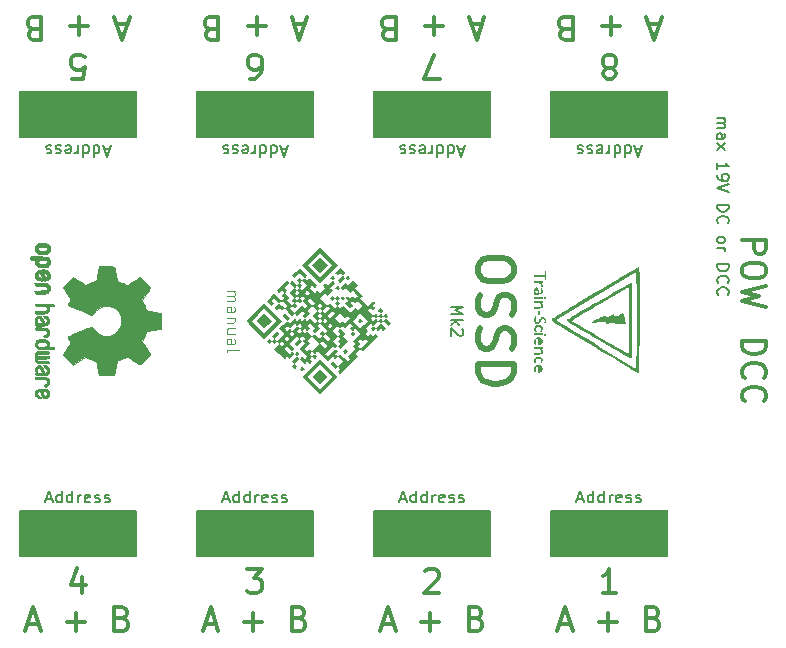
<source format=gbr>
%TF.GenerationSoftware,KiCad,Pcbnew,8.0.2*%
%TF.CreationDate,2024-12-08T22:50:30+01:00*%
%TF.ProjectId,front_panel,66726f6e-745f-4706-916e-656c2e6b6963,rev?*%
%TF.SameCoordinates,Original*%
%TF.FileFunction,Legend,Top*%
%TF.FilePolarity,Positive*%
%FSLAX46Y46*%
G04 Gerber Fmt 4.6, Leading zero omitted, Abs format (unit mm)*
G04 Created by KiCad (PCBNEW 8.0.2) date 2024-12-08 22:50:30*
%MOMM*%
%LPD*%
G01*
G04 APERTURE LIST*
%ADD10C,0.150000*%
%ADD11C,0.500000*%
%ADD12C,0.100000*%
%ADD13C,0.300000*%
%ADD14C,0.010000*%
%ADD15C,0.000000*%
%ADD16C,3.200000*%
G04 APERTURE END LIST*
D10*
X137630180Y-91285714D02*
X138630180Y-91285714D01*
X138630180Y-91285714D02*
X137915895Y-91619047D01*
X137915895Y-91619047D02*
X138630180Y-91952380D01*
X138630180Y-91952380D02*
X137630180Y-91952380D01*
X137630180Y-92428571D02*
X138630180Y-92428571D01*
X138011133Y-92523809D02*
X137630180Y-92809523D01*
X138296847Y-92809523D02*
X137915895Y-92428571D01*
X138534942Y-93190476D02*
X138582561Y-93238095D01*
X138582561Y-93238095D02*
X138630180Y-93333333D01*
X138630180Y-93333333D02*
X138630180Y-93571428D01*
X138630180Y-93571428D02*
X138582561Y-93666666D01*
X138582561Y-93666666D02*
X138534942Y-93714285D01*
X138534942Y-93714285D02*
X138439704Y-93761904D01*
X138439704Y-93761904D02*
X138344466Y-93761904D01*
X138344466Y-93761904D02*
X138201609Y-93714285D01*
X138201609Y-93714285D02*
X137630180Y-93142857D01*
X137630180Y-93142857D02*
X137630180Y-93761904D01*
D11*
X142893142Y-87857143D02*
X142893142Y-88428571D01*
X142893142Y-88428571D02*
X142750285Y-88714286D01*
X142750285Y-88714286D02*
X142464571Y-89000000D01*
X142464571Y-89000000D02*
X141893142Y-89142857D01*
X141893142Y-89142857D02*
X140893142Y-89142857D01*
X140893142Y-89142857D02*
X140321714Y-89000000D01*
X140321714Y-89000000D02*
X140036000Y-88714286D01*
X140036000Y-88714286D02*
X139893142Y-88428571D01*
X139893142Y-88428571D02*
X139893142Y-87857143D01*
X139893142Y-87857143D02*
X140036000Y-87571429D01*
X140036000Y-87571429D02*
X140321714Y-87285714D01*
X140321714Y-87285714D02*
X140893142Y-87142857D01*
X140893142Y-87142857D02*
X141893142Y-87142857D01*
X141893142Y-87142857D02*
X142464571Y-87285714D01*
X142464571Y-87285714D02*
X142750285Y-87571429D01*
X142750285Y-87571429D02*
X142893142Y-87857143D01*
X140036000Y-90285714D02*
X139893142Y-90714286D01*
X139893142Y-90714286D02*
X139893142Y-91428571D01*
X139893142Y-91428571D02*
X140036000Y-91714286D01*
X140036000Y-91714286D02*
X140178857Y-91857143D01*
X140178857Y-91857143D02*
X140464571Y-92000000D01*
X140464571Y-92000000D02*
X140750285Y-92000000D01*
X140750285Y-92000000D02*
X141036000Y-91857143D01*
X141036000Y-91857143D02*
X141178857Y-91714286D01*
X141178857Y-91714286D02*
X141321714Y-91428571D01*
X141321714Y-91428571D02*
X141464571Y-90857143D01*
X141464571Y-90857143D02*
X141607428Y-90571428D01*
X141607428Y-90571428D02*
X141750285Y-90428571D01*
X141750285Y-90428571D02*
X142036000Y-90285714D01*
X142036000Y-90285714D02*
X142321714Y-90285714D01*
X142321714Y-90285714D02*
X142607428Y-90428571D01*
X142607428Y-90428571D02*
X142750285Y-90571428D01*
X142750285Y-90571428D02*
X142893142Y-90857143D01*
X142893142Y-90857143D02*
X142893142Y-91571428D01*
X142893142Y-91571428D02*
X142750285Y-92000000D01*
X140036000Y-93142857D02*
X139893142Y-93571429D01*
X139893142Y-93571429D02*
X139893142Y-94285714D01*
X139893142Y-94285714D02*
X140036000Y-94571429D01*
X140036000Y-94571429D02*
X140178857Y-94714286D01*
X140178857Y-94714286D02*
X140464571Y-94857143D01*
X140464571Y-94857143D02*
X140750285Y-94857143D01*
X140750285Y-94857143D02*
X141036000Y-94714286D01*
X141036000Y-94714286D02*
X141178857Y-94571429D01*
X141178857Y-94571429D02*
X141321714Y-94285714D01*
X141321714Y-94285714D02*
X141464571Y-93714286D01*
X141464571Y-93714286D02*
X141607428Y-93428571D01*
X141607428Y-93428571D02*
X141750285Y-93285714D01*
X141750285Y-93285714D02*
X142036000Y-93142857D01*
X142036000Y-93142857D02*
X142321714Y-93142857D01*
X142321714Y-93142857D02*
X142607428Y-93285714D01*
X142607428Y-93285714D02*
X142750285Y-93428571D01*
X142750285Y-93428571D02*
X142893142Y-93714286D01*
X142893142Y-93714286D02*
X142893142Y-94428571D01*
X142893142Y-94428571D02*
X142750285Y-94857143D01*
X139893142Y-96142857D02*
X142893142Y-96142857D01*
X142893142Y-96142857D02*
X142893142Y-96857143D01*
X142893142Y-96857143D02*
X142750285Y-97285714D01*
X142750285Y-97285714D02*
X142464571Y-97571429D01*
X142464571Y-97571429D02*
X142178857Y-97714286D01*
X142178857Y-97714286D02*
X141607428Y-97857143D01*
X141607428Y-97857143D02*
X141178857Y-97857143D01*
X141178857Y-97857143D02*
X140607428Y-97714286D01*
X140607428Y-97714286D02*
X140321714Y-97571429D01*
X140321714Y-97571429D02*
X140036000Y-97285714D01*
X140036000Y-97285714D02*
X139893142Y-96857143D01*
X139893142Y-96857143D02*
X139893142Y-96142857D01*
D10*
X138690476Y-77915895D02*
X138214286Y-77915895D01*
X138785714Y-77630180D02*
X138452381Y-78630180D01*
X138452381Y-78630180D02*
X138119048Y-77630180D01*
X137357143Y-77630180D02*
X137357143Y-78630180D01*
X137357143Y-77677800D02*
X137452381Y-77630180D01*
X137452381Y-77630180D02*
X137642857Y-77630180D01*
X137642857Y-77630180D02*
X137738095Y-77677800D01*
X137738095Y-77677800D02*
X137785714Y-77725419D01*
X137785714Y-77725419D02*
X137833333Y-77820657D01*
X137833333Y-77820657D02*
X137833333Y-78106371D01*
X137833333Y-78106371D02*
X137785714Y-78201609D01*
X137785714Y-78201609D02*
X137738095Y-78249228D01*
X137738095Y-78249228D02*
X137642857Y-78296847D01*
X137642857Y-78296847D02*
X137452381Y-78296847D01*
X137452381Y-78296847D02*
X137357143Y-78249228D01*
X136452381Y-77630180D02*
X136452381Y-78630180D01*
X136452381Y-77677800D02*
X136547619Y-77630180D01*
X136547619Y-77630180D02*
X136738095Y-77630180D01*
X136738095Y-77630180D02*
X136833333Y-77677800D01*
X136833333Y-77677800D02*
X136880952Y-77725419D01*
X136880952Y-77725419D02*
X136928571Y-77820657D01*
X136928571Y-77820657D02*
X136928571Y-78106371D01*
X136928571Y-78106371D02*
X136880952Y-78201609D01*
X136880952Y-78201609D02*
X136833333Y-78249228D01*
X136833333Y-78249228D02*
X136738095Y-78296847D01*
X136738095Y-78296847D02*
X136547619Y-78296847D01*
X136547619Y-78296847D02*
X136452381Y-78249228D01*
X135976190Y-77630180D02*
X135976190Y-78296847D01*
X135976190Y-78106371D02*
X135928571Y-78201609D01*
X135928571Y-78201609D02*
X135880952Y-78249228D01*
X135880952Y-78249228D02*
X135785714Y-78296847D01*
X135785714Y-78296847D02*
X135690476Y-78296847D01*
X134976190Y-77677800D02*
X135071428Y-77630180D01*
X135071428Y-77630180D02*
X135261904Y-77630180D01*
X135261904Y-77630180D02*
X135357142Y-77677800D01*
X135357142Y-77677800D02*
X135404761Y-77773038D01*
X135404761Y-77773038D02*
X135404761Y-78153990D01*
X135404761Y-78153990D02*
X135357142Y-78249228D01*
X135357142Y-78249228D02*
X135261904Y-78296847D01*
X135261904Y-78296847D02*
X135071428Y-78296847D01*
X135071428Y-78296847D02*
X134976190Y-78249228D01*
X134976190Y-78249228D02*
X134928571Y-78153990D01*
X134928571Y-78153990D02*
X134928571Y-78058752D01*
X134928571Y-78058752D02*
X135404761Y-77963514D01*
X134547618Y-77677800D02*
X134452380Y-77630180D01*
X134452380Y-77630180D02*
X134261904Y-77630180D01*
X134261904Y-77630180D02*
X134166666Y-77677800D01*
X134166666Y-77677800D02*
X134119047Y-77773038D01*
X134119047Y-77773038D02*
X134119047Y-77820657D01*
X134119047Y-77820657D02*
X134166666Y-77915895D01*
X134166666Y-77915895D02*
X134261904Y-77963514D01*
X134261904Y-77963514D02*
X134404761Y-77963514D01*
X134404761Y-77963514D02*
X134499999Y-78011133D01*
X134499999Y-78011133D02*
X134547618Y-78106371D01*
X134547618Y-78106371D02*
X134547618Y-78153990D01*
X134547618Y-78153990D02*
X134499999Y-78249228D01*
X134499999Y-78249228D02*
X134404761Y-78296847D01*
X134404761Y-78296847D02*
X134261904Y-78296847D01*
X134261904Y-78296847D02*
X134166666Y-78249228D01*
X133738094Y-77677800D02*
X133642856Y-77630180D01*
X133642856Y-77630180D02*
X133452380Y-77630180D01*
X133452380Y-77630180D02*
X133357142Y-77677800D01*
X133357142Y-77677800D02*
X133309523Y-77773038D01*
X133309523Y-77773038D02*
X133309523Y-77820657D01*
X133309523Y-77820657D02*
X133357142Y-77915895D01*
X133357142Y-77915895D02*
X133452380Y-77963514D01*
X133452380Y-77963514D02*
X133595237Y-77963514D01*
X133595237Y-77963514D02*
X133690475Y-78011133D01*
X133690475Y-78011133D02*
X133738094Y-78106371D01*
X133738094Y-78106371D02*
X133738094Y-78153990D01*
X133738094Y-78153990D02*
X133690475Y-78249228D01*
X133690475Y-78249228D02*
X133595237Y-78296847D01*
X133595237Y-78296847D02*
X133452380Y-78296847D01*
X133452380Y-78296847D02*
X133357142Y-78249228D01*
X153690476Y-77915895D02*
X153214286Y-77915895D01*
X153785714Y-77630180D02*
X153452381Y-78630180D01*
X153452381Y-78630180D02*
X153119048Y-77630180D01*
X152357143Y-77630180D02*
X152357143Y-78630180D01*
X152357143Y-77677800D02*
X152452381Y-77630180D01*
X152452381Y-77630180D02*
X152642857Y-77630180D01*
X152642857Y-77630180D02*
X152738095Y-77677800D01*
X152738095Y-77677800D02*
X152785714Y-77725419D01*
X152785714Y-77725419D02*
X152833333Y-77820657D01*
X152833333Y-77820657D02*
X152833333Y-78106371D01*
X152833333Y-78106371D02*
X152785714Y-78201609D01*
X152785714Y-78201609D02*
X152738095Y-78249228D01*
X152738095Y-78249228D02*
X152642857Y-78296847D01*
X152642857Y-78296847D02*
X152452381Y-78296847D01*
X152452381Y-78296847D02*
X152357143Y-78249228D01*
X151452381Y-77630180D02*
X151452381Y-78630180D01*
X151452381Y-77677800D02*
X151547619Y-77630180D01*
X151547619Y-77630180D02*
X151738095Y-77630180D01*
X151738095Y-77630180D02*
X151833333Y-77677800D01*
X151833333Y-77677800D02*
X151880952Y-77725419D01*
X151880952Y-77725419D02*
X151928571Y-77820657D01*
X151928571Y-77820657D02*
X151928571Y-78106371D01*
X151928571Y-78106371D02*
X151880952Y-78201609D01*
X151880952Y-78201609D02*
X151833333Y-78249228D01*
X151833333Y-78249228D02*
X151738095Y-78296847D01*
X151738095Y-78296847D02*
X151547619Y-78296847D01*
X151547619Y-78296847D02*
X151452381Y-78249228D01*
X150976190Y-77630180D02*
X150976190Y-78296847D01*
X150976190Y-78106371D02*
X150928571Y-78201609D01*
X150928571Y-78201609D02*
X150880952Y-78249228D01*
X150880952Y-78249228D02*
X150785714Y-78296847D01*
X150785714Y-78296847D02*
X150690476Y-78296847D01*
X149976190Y-77677800D02*
X150071428Y-77630180D01*
X150071428Y-77630180D02*
X150261904Y-77630180D01*
X150261904Y-77630180D02*
X150357142Y-77677800D01*
X150357142Y-77677800D02*
X150404761Y-77773038D01*
X150404761Y-77773038D02*
X150404761Y-78153990D01*
X150404761Y-78153990D02*
X150357142Y-78249228D01*
X150357142Y-78249228D02*
X150261904Y-78296847D01*
X150261904Y-78296847D02*
X150071428Y-78296847D01*
X150071428Y-78296847D02*
X149976190Y-78249228D01*
X149976190Y-78249228D02*
X149928571Y-78153990D01*
X149928571Y-78153990D02*
X149928571Y-78058752D01*
X149928571Y-78058752D02*
X150404761Y-77963514D01*
X149547618Y-77677800D02*
X149452380Y-77630180D01*
X149452380Y-77630180D02*
X149261904Y-77630180D01*
X149261904Y-77630180D02*
X149166666Y-77677800D01*
X149166666Y-77677800D02*
X149119047Y-77773038D01*
X149119047Y-77773038D02*
X149119047Y-77820657D01*
X149119047Y-77820657D02*
X149166666Y-77915895D01*
X149166666Y-77915895D02*
X149261904Y-77963514D01*
X149261904Y-77963514D02*
X149404761Y-77963514D01*
X149404761Y-77963514D02*
X149499999Y-78011133D01*
X149499999Y-78011133D02*
X149547618Y-78106371D01*
X149547618Y-78106371D02*
X149547618Y-78153990D01*
X149547618Y-78153990D02*
X149499999Y-78249228D01*
X149499999Y-78249228D02*
X149404761Y-78296847D01*
X149404761Y-78296847D02*
X149261904Y-78296847D01*
X149261904Y-78296847D02*
X149166666Y-78249228D01*
X148738094Y-77677800D02*
X148642856Y-77630180D01*
X148642856Y-77630180D02*
X148452380Y-77630180D01*
X148452380Y-77630180D02*
X148357142Y-77677800D01*
X148357142Y-77677800D02*
X148309523Y-77773038D01*
X148309523Y-77773038D02*
X148309523Y-77820657D01*
X148309523Y-77820657D02*
X148357142Y-77915895D01*
X148357142Y-77915895D02*
X148452380Y-77963514D01*
X148452380Y-77963514D02*
X148595237Y-77963514D01*
X148595237Y-77963514D02*
X148690475Y-78011133D01*
X148690475Y-78011133D02*
X148738094Y-78106371D01*
X148738094Y-78106371D02*
X148738094Y-78153990D01*
X148738094Y-78153990D02*
X148690475Y-78249228D01*
X148690475Y-78249228D02*
X148595237Y-78296847D01*
X148595237Y-78296847D02*
X148452380Y-78296847D01*
X148452380Y-78296847D02*
X148357142Y-78249228D01*
X123690476Y-77915895D02*
X123214286Y-77915895D01*
X123785714Y-77630180D02*
X123452381Y-78630180D01*
X123452381Y-78630180D02*
X123119048Y-77630180D01*
X122357143Y-77630180D02*
X122357143Y-78630180D01*
X122357143Y-77677800D02*
X122452381Y-77630180D01*
X122452381Y-77630180D02*
X122642857Y-77630180D01*
X122642857Y-77630180D02*
X122738095Y-77677800D01*
X122738095Y-77677800D02*
X122785714Y-77725419D01*
X122785714Y-77725419D02*
X122833333Y-77820657D01*
X122833333Y-77820657D02*
X122833333Y-78106371D01*
X122833333Y-78106371D02*
X122785714Y-78201609D01*
X122785714Y-78201609D02*
X122738095Y-78249228D01*
X122738095Y-78249228D02*
X122642857Y-78296847D01*
X122642857Y-78296847D02*
X122452381Y-78296847D01*
X122452381Y-78296847D02*
X122357143Y-78249228D01*
X121452381Y-77630180D02*
X121452381Y-78630180D01*
X121452381Y-77677800D02*
X121547619Y-77630180D01*
X121547619Y-77630180D02*
X121738095Y-77630180D01*
X121738095Y-77630180D02*
X121833333Y-77677800D01*
X121833333Y-77677800D02*
X121880952Y-77725419D01*
X121880952Y-77725419D02*
X121928571Y-77820657D01*
X121928571Y-77820657D02*
X121928571Y-78106371D01*
X121928571Y-78106371D02*
X121880952Y-78201609D01*
X121880952Y-78201609D02*
X121833333Y-78249228D01*
X121833333Y-78249228D02*
X121738095Y-78296847D01*
X121738095Y-78296847D02*
X121547619Y-78296847D01*
X121547619Y-78296847D02*
X121452381Y-78249228D01*
X120976190Y-77630180D02*
X120976190Y-78296847D01*
X120976190Y-78106371D02*
X120928571Y-78201609D01*
X120928571Y-78201609D02*
X120880952Y-78249228D01*
X120880952Y-78249228D02*
X120785714Y-78296847D01*
X120785714Y-78296847D02*
X120690476Y-78296847D01*
X119976190Y-77677800D02*
X120071428Y-77630180D01*
X120071428Y-77630180D02*
X120261904Y-77630180D01*
X120261904Y-77630180D02*
X120357142Y-77677800D01*
X120357142Y-77677800D02*
X120404761Y-77773038D01*
X120404761Y-77773038D02*
X120404761Y-78153990D01*
X120404761Y-78153990D02*
X120357142Y-78249228D01*
X120357142Y-78249228D02*
X120261904Y-78296847D01*
X120261904Y-78296847D02*
X120071428Y-78296847D01*
X120071428Y-78296847D02*
X119976190Y-78249228D01*
X119976190Y-78249228D02*
X119928571Y-78153990D01*
X119928571Y-78153990D02*
X119928571Y-78058752D01*
X119928571Y-78058752D02*
X120404761Y-77963514D01*
X119547618Y-77677800D02*
X119452380Y-77630180D01*
X119452380Y-77630180D02*
X119261904Y-77630180D01*
X119261904Y-77630180D02*
X119166666Y-77677800D01*
X119166666Y-77677800D02*
X119119047Y-77773038D01*
X119119047Y-77773038D02*
X119119047Y-77820657D01*
X119119047Y-77820657D02*
X119166666Y-77915895D01*
X119166666Y-77915895D02*
X119261904Y-77963514D01*
X119261904Y-77963514D02*
X119404761Y-77963514D01*
X119404761Y-77963514D02*
X119499999Y-78011133D01*
X119499999Y-78011133D02*
X119547618Y-78106371D01*
X119547618Y-78106371D02*
X119547618Y-78153990D01*
X119547618Y-78153990D02*
X119499999Y-78249228D01*
X119499999Y-78249228D02*
X119404761Y-78296847D01*
X119404761Y-78296847D02*
X119261904Y-78296847D01*
X119261904Y-78296847D02*
X119166666Y-78249228D01*
X118738094Y-77677800D02*
X118642856Y-77630180D01*
X118642856Y-77630180D02*
X118452380Y-77630180D01*
X118452380Y-77630180D02*
X118357142Y-77677800D01*
X118357142Y-77677800D02*
X118309523Y-77773038D01*
X118309523Y-77773038D02*
X118309523Y-77820657D01*
X118309523Y-77820657D02*
X118357142Y-77915895D01*
X118357142Y-77915895D02*
X118452380Y-77963514D01*
X118452380Y-77963514D02*
X118595237Y-77963514D01*
X118595237Y-77963514D02*
X118690475Y-78011133D01*
X118690475Y-78011133D02*
X118738094Y-78106371D01*
X118738094Y-78106371D02*
X118738094Y-78153990D01*
X118738094Y-78153990D02*
X118690475Y-78249228D01*
X118690475Y-78249228D02*
X118595237Y-78296847D01*
X118595237Y-78296847D02*
X118452380Y-78296847D01*
X118452380Y-78296847D02*
X118357142Y-78249228D01*
X108690476Y-77915895D02*
X108214286Y-77915895D01*
X108785714Y-77630180D02*
X108452381Y-78630180D01*
X108452381Y-78630180D02*
X108119048Y-77630180D01*
X107357143Y-77630180D02*
X107357143Y-78630180D01*
X107357143Y-77677800D02*
X107452381Y-77630180D01*
X107452381Y-77630180D02*
X107642857Y-77630180D01*
X107642857Y-77630180D02*
X107738095Y-77677800D01*
X107738095Y-77677800D02*
X107785714Y-77725419D01*
X107785714Y-77725419D02*
X107833333Y-77820657D01*
X107833333Y-77820657D02*
X107833333Y-78106371D01*
X107833333Y-78106371D02*
X107785714Y-78201609D01*
X107785714Y-78201609D02*
X107738095Y-78249228D01*
X107738095Y-78249228D02*
X107642857Y-78296847D01*
X107642857Y-78296847D02*
X107452381Y-78296847D01*
X107452381Y-78296847D02*
X107357143Y-78249228D01*
X106452381Y-77630180D02*
X106452381Y-78630180D01*
X106452381Y-77677800D02*
X106547619Y-77630180D01*
X106547619Y-77630180D02*
X106738095Y-77630180D01*
X106738095Y-77630180D02*
X106833333Y-77677800D01*
X106833333Y-77677800D02*
X106880952Y-77725419D01*
X106880952Y-77725419D02*
X106928571Y-77820657D01*
X106928571Y-77820657D02*
X106928571Y-78106371D01*
X106928571Y-78106371D02*
X106880952Y-78201609D01*
X106880952Y-78201609D02*
X106833333Y-78249228D01*
X106833333Y-78249228D02*
X106738095Y-78296847D01*
X106738095Y-78296847D02*
X106547619Y-78296847D01*
X106547619Y-78296847D02*
X106452381Y-78249228D01*
X105976190Y-77630180D02*
X105976190Y-78296847D01*
X105976190Y-78106371D02*
X105928571Y-78201609D01*
X105928571Y-78201609D02*
X105880952Y-78249228D01*
X105880952Y-78249228D02*
X105785714Y-78296847D01*
X105785714Y-78296847D02*
X105690476Y-78296847D01*
X104976190Y-77677800D02*
X105071428Y-77630180D01*
X105071428Y-77630180D02*
X105261904Y-77630180D01*
X105261904Y-77630180D02*
X105357142Y-77677800D01*
X105357142Y-77677800D02*
X105404761Y-77773038D01*
X105404761Y-77773038D02*
X105404761Y-78153990D01*
X105404761Y-78153990D02*
X105357142Y-78249228D01*
X105357142Y-78249228D02*
X105261904Y-78296847D01*
X105261904Y-78296847D02*
X105071428Y-78296847D01*
X105071428Y-78296847D02*
X104976190Y-78249228D01*
X104976190Y-78249228D02*
X104928571Y-78153990D01*
X104928571Y-78153990D02*
X104928571Y-78058752D01*
X104928571Y-78058752D02*
X105404761Y-77963514D01*
X104547618Y-77677800D02*
X104452380Y-77630180D01*
X104452380Y-77630180D02*
X104261904Y-77630180D01*
X104261904Y-77630180D02*
X104166666Y-77677800D01*
X104166666Y-77677800D02*
X104119047Y-77773038D01*
X104119047Y-77773038D02*
X104119047Y-77820657D01*
X104119047Y-77820657D02*
X104166666Y-77915895D01*
X104166666Y-77915895D02*
X104261904Y-77963514D01*
X104261904Y-77963514D02*
X104404761Y-77963514D01*
X104404761Y-77963514D02*
X104499999Y-78011133D01*
X104499999Y-78011133D02*
X104547618Y-78106371D01*
X104547618Y-78106371D02*
X104547618Y-78153990D01*
X104547618Y-78153990D02*
X104499999Y-78249228D01*
X104499999Y-78249228D02*
X104404761Y-78296847D01*
X104404761Y-78296847D02*
X104261904Y-78296847D01*
X104261904Y-78296847D02*
X104166666Y-78249228D01*
X103738094Y-77677800D02*
X103642856Y-77630180D01*
X103642856Y-77630180D02*
X103452380Y-77630180D01*
X103452380Y-77630180D02*
X103357142Y-77677800D01*
X103357142Y-77677800D02*
X103309523Y-77773038D01*
X103309523Y-77773038D02*
X103309523Y-77820657D01*
X103309523Y-77820657D02*
X103357142Y-77915895D01*
X103357142Y-77915895D02*
X103452380Y-77963514D01*
X103452380Y-77963514D02*
X103595237Y-77963514D01*
X103595237Y-77963514D02*
X103690475Y-78011133D01*
X103690475Y-78011133D02*
X103738094Y-78106371D01*
X103738094Y-78106371D02*
X103738094Y-78153990D01*
X103738094Y-78153990D02*
X103690475Y-78249228D01*
X103690475Y-78249228D02*
X103595237Y-78296847D01*
X103595237Y-78296847D02*
X103452380Y-78296847D01*
X103452380Y-78296847D02*
X103357142Y-78249228D01*
X103309523Y-107584104D02*
X103785713Y-107584104D01*
X103214285Y-107869819D02*
X103547618Y-106869819D01*
X103547618Y-106869819D02*
X103880951Y-107869819D01*
X104642856Y-107869819D02*
X104642856Y-106869819D01*
X104642856Y-107822200D02*
X104547618Y-107869819D01*
X104547618Y-107869819D02*
X104357142Y-107869819D01*
X104357142Y-107869819D02*
X104261904Y-107822200D01*
X104261904Y-107822200D02*
X104214285Y-107774580D01*
X104214285Y-107774580D02*
X104166666Y-107679342D01*
X104166666Y-107679342D02*
X104166666Y-107393628D01*
X104166666Y-107393628D02*
X104214285Y-107298390D01*
X104214285Y-107298390D02*
X104261904Y-107250771D01*
X104261904Y-107250771D02*
X104357142Y-107203152D01*
X104357142Y-107203152D02*
X104547618Y-107203152D01*
X104547618Y-107203152D02*
X104642856Y-107250771D01*
X105547618Y-107869819D02*
X105547618Y-106869819D01*
X105547618Y-107822200D02*
X105452380Y-107869819D01*
X105452380Y-107869819D02*
X105261904Y-107869819D01*
X105261904Y-107869819D02*
X105166666Y-107822200D01*
X105166666Y-107822200D02*
X105119047Y-107774580D01*
X105119047Y-107774580D02*
X105071428Y-107679342D01*
X105071428Y-107679342D02*
X105071428Y-107393628D01*
X105071428Y-107393628D02*
X105119047Y-107298390D01*
X105119047Y-107298390D02*
X105166666Y-107250771D01*
X105166666Y-107250771D02*
X105261904Y-107203152D01*
X105261904Y-107203152D02*
X105452380Y-107203152D01*
X105452380Y-107203152D02*
X105547618Y-107250771D01*
X106023809Y-107869819D02*
X106023809Y-107203152D01*
X106023809Y-107393628D02*
X106071428Y-107298390D01*
X106071428Y-107298390D02*
X106119047Y-107250771D01*
X106119047Y-107250771D02*
X106214285Y-107203152D01*
X106214285Y-107203152D02*
X106309523Y-107203152D01*
X107023809Y-107822200D02*
X106928571Y-107869819D01*
X106928571Y-107869819D02*
X106738095Y-107869819D01*
X106738095Y-107869819D02*
X106642857Y-107822200D01*
X106642857Y-107822200D02*
X106595238Y-107726961D01*
X106595238Y-107726961D02*
X106595238Y-107346009D01*
X106595238Y-107346009D02*
X106642857Y-107250771D01*
X106642857Y-107250771D02*
X106738095Y-107203152D01*
X106738095Y-107203152D02*
X106928571Y-107203152D01*
X106928571Y-107203152D02*
X107023809Y-107250771D01*
X107023809Y-107250771D02*
X107071428Y-107346009D01*
X107071428Y-107346009D02*
X107071428Y-107441247D01*
X107071428Y-107441247D02*
X106595238Y-107536485D01*
X107452381Y-107822200D02*
X107547619Y-107869819D01*
X107547619Y-107869819D02*
X107738095Y-107869819D01*
X107738095Y-107869819D02*
X107833333Y-107822200D01*
X107833333Y-107822200D02*
X107880952Y-107726961D01*
X107880952Y-107726961D02*
X107880952Y-107679342D01*
X107880952Y-107679342D02*
X107833333Y-107584104D01*
X107833333Y-107584104D02*
X107738095Y-107536485D01*
X107738095Y-107536485D02*
X107595238Y-107536485D01*
X107595238Y-107536485D02*
X107500000Y-107488866D01*
X107500000Y-107488866D02*
X107452381Y-107393628D01*
X107452381Y-107393628D02*
X107452381Y-107346009D01*
X107452381Y-107346009D02*
X107500000Y-107250771D01*
X107500000Y-107250771D02*
X107595238Y-107203152D01*
X107595238Y-107203152D02*
X107738095Y-107203152D01*
X107738095Y-107203152D02*
X107833333Y-107250771D01*
X108261905Y-107822200D02*
X108357143Y-107869819D01*
X108357143Y-107869819D02*
X108547619Y-107869819D01*
X108547619Y-107869819D02*
X108642857Y-107822200D01*
X108642857Y-107822200D02*
X108690476Y-107726961D01*
X108690476Y-107726961D02*
X108690476Y-107679342D01*
X108690476Y-107679342D02*
X108642857Y-107584104D01*
X108642857Y-107584104D02*
X108547619Y-107536485D01*
X108547619Y-107536485D02*
X108404762Y-107536485D01*
X108404762Y-107536485D02*
X108309524Y-107488866D01*
X108309524Y-107488866D02*
X108261905Y-107393628D01*
X108261905Y-107393628D02*
X108261905Y-107346009D01*
X108261905Y-107346009D02*
X108309524Y-107250771D01*
X108309524Y-107250771D02*
X108404762Y-107203152D01*
X108404762Y-107203152D02*
X108547619Y-107203152D01*
X108547619Y-107203152D02*
X108642857Y-107250771D01*
X118309523Y-107584104D02*
X118785713Y-107584104D01*
X118214285Y-107869819D02*
X118547618Y-106869819D01*
X118547618Y-106869819D02*
X118880951Y-107869819D01*
X119642856Y-107869819D02*
X119642856Y-106869819D01*
X119642856Y-107822200D02*
X119547618Y-107869819D01*
X119547618Y-107869819D02*
X119357142Y-107869819D01*
X119357142Y-107869819D02*
X119261904Y-107822200D01*
X119261904Y-107822200D02*
X119214285Y-107774580D01*
X119214285Y-107774580D02*
X119166666Y-107679342D01*
X119166666Y-107679342D02*
X119166666Y-107393628D01*
X119166666Y-107393628D02*
X119214285Y-107298390D01*
X119214285Y-107298390D02*
X119261904Y-107250771D01*
X119261904Y-107250771D02*
X119357142Y-107203152D01*
X119357142Y-107203152D02*
X119547618Y-107203152D01*
X119547618Y-107203152D02*
X119642856Y-107250771D01*
X120547618Y-107869819D02*
X120547618Y-106869819D01*
X120547618Y-107822200D02*
X120452380Y-107869819D01*
X120452380Y-107869819D02*
X120261904Y-107869819D01*
X120261904Y-107869819D02*
X120166666Y-107822200D01*
X120166666Y-107822200D02*
X120119047Y-107774580D01*
X120119047Y-107774580D02*
X120071428Y-107679342D01*
X120071428Y-107679342D02*
X120071428Y-107393628D01*
X120071428Y-107393628D02*
X120119047Y-107298390D01*
X120119047Y-107298390D02*
X120166666Y-107250771D01*
X120166666Y-107250771D02*
X120261904Y-107203152D01*
X120261904Y-107203152D02*
X120452380Y-107203152D01*
X120452380Y-107203152D02*
X120547618Y-107250771D01*
X121023809Y-107869819D02*
X121023809Y-107203152D01*
X121023809Y-107393628D02*
X121071428Y-107298390D01*
X121071428Y-107298390D02*
X121119047Y-107250771D01*
X121119047Y-107250771D02*
X121214285Y-107203152D01*
X121214285Y-107203152D02*
X121309523Y-107203152D01*
X122023809Y-107822200D02*
X121928571Y-107869819D01*
X121928571Y-107869819D02*
X121738095Y-107869819D01*
X121738095Y-107869819D02*
X121642857Y-107822200D01*
X121642857Y-107822200D02*
X121595238Y-107726961D01*
X121595238Y-107726961D02*
X121595238Y-107346009D01*
X121595238Y-107346009D02*
X121642857Y-107250771D01*
X121642857Y-107250771D02*
X121738095Y-107203152D01*
X121738095Y-107203152D02*
X121928571Y-107203152D01*
X121928571Y-107203152D02*
X122023809Y-107250771D01*
X122023809Y-107250771D02*
X122071428Y-107346009D01*
X122071428Y-107346009D02*
X122071428Y-107441247D01*
X122071428Y-107441247D02*
X121595238Y-107536485D01*
X122452381Y-107822200D02*
X122547619Y-107869819D01*
X122547619Y-107869819D02*
X122738095Y-107869819D01*
X122738095Y-107869819D02*
X122833333Y-107822200D01*
X122833333Y-107822200D02*
X122880952Y-107726961D01*
X122880952Y-107726961D02*
X122880952Y-107679342D01*
X122880952Y-107679342D02*
X122833333Y-107584104D01*
X122833333Y-107584104D02*
X122738095Y-107536485D01*
X122738095Y-107536485D02*
X122595238Y-107536485D01*
X122595238Y-107536485D02*
X122500000Y-107488866D01*
X122500000Y-107488866D02*
X122452381Y-107393628D01*
X122452381Y-107393628D02*
X122452381Y-107346009D01*
X122452381Y-107346009D02*
X122500000Y-107250771D01*
X122500000Y-107250771D02*
X122595238Y-107203152D01*
X122595238Y-107203152D02*
X122738095Y-107203152D01*
X122738095Y-107203152D02*
X122833333Y-107250771D01*
X123261905Y-107822200D02*
X123357143Y-107869819D01*
X123357143Y-107869819D02*
X123547619Y-107869819D01*
X123547619Y-107869819D02*
X123642857Y-107822200D01*
X123642857Y-107822200D02*
X123690476Y-107726961D01*
X123690476Y-107726961D02*
X123690476Y-107679342D01*
X123690476Y-107679342D02*
X123642857Y-107584104D01*
X123642857Y-107584104D02*
X123547619Y-107536485D01*
X123547619Y-107536485D02*
X123404762Y-107536485D01*
X123404762Y-107536485D02*
X123309524Y-107488866D01*
X123309524Y-107488866D02*
X123261905Y-107393628D01*
X123261905Y-107393628D02*
X123261905Y-107346009D01*
X123261905Y-107346009D02*
X123309524Y-107250771D01*
X123309524Y-107250771D02*
X123404762Y-107203152D01*
X123404762Y-107203152D02*
X123547619Y-107203152D01*
X123547619Y-107203152D02*
X123642857Y-107250771D01*
X133309523Y-107584104D02*
X133785713Y-107584104D01*
X133214285Y-107869819D02*
X133547618Y-106869819D01*
X133547618Y-106869819D02*
X133880951Y-107869819D01*
X134642856Y-107869819D02*
X134642856Y-106869819D01*
X134642856Y-107822200D02*
X134547618Y-107869819D01*
X134547618Y-107869819D02*
X134357142Y-107869819D01*
X134357142Y-107869819D02*
X134261904Y-107822200D01*
X134261904Y-107822200D02*
X134214285Y-107774580D01*
X134214285Y-107774580D02*
X134166666Y-107679342D01*
X134166666Y-107679342D02*
X134166666Y-107393628D01*
X134166666Y-107393628D02*
X134214285Y-107298390D01*
X134214285Y-107298390D02*
X134261904Y-107250771D01*
X134261904Y-107250771D02*
X134357142Y-107203152D01*
X134357142Y-107203152D02*
X134547618Y-107203152D01*
X134547618Y-107203152D02*
X134642856Y-107250771D01*
X135547618Y-107869819D02*
X135547618Y-106869819D01*
X135547618Y-107822200D02*
X135452380Y-107869819D01*
X135452380Y-107869819D02*
X135261904Y-107869819D01*
X135261904Y-107869819D02*
X135166666Y-107822200D01*
X135166666Y-107822200D02*
X135119047Y-107774580D01*
X135119047Y-107774580D02*
X135071428Y-107679342D01*
X135071428Y-107679342D02*
X135071428Y-107393628D01*
X135071428Y-107393628D02*
X135119047Y-107298390D01*
X135119047Y-107298390D02*
X135166666Y-107250771D01*
X135166666Y-107250771D02*
X135261904Y-107203152D01*
X135261904Y-107203152D02*
X135452380Y-107203152D01*
X135452380Y-107203152D02*
X135547618Y-107250771D01*
X136023809Y-107869819D02*
X136023809Y-107203152D01*
X136023809Y-107393628D02*
X136071428Y-107298390D01*
X136071428Y-107298390D02*
X136119047Y-107250771D01*
X136119047Y-107250771D02*
X136214285Y-107203152D01*
X136214285Y-107203152D02*
X136309523Y-107203152D01*
X137023809Y-107822200D02*
X136928571Y-107869819D01*
X136928571Y-107869819D02*
X136738095Y-107869819D01*
X136738095Y-107869819D02*
X136642857Y-107822200D01*
X136642857Y-107822200D02*
X136595238Y-107726961D01*
X136595238Y-107726961D02*
X136595238Y-107346009D01*
X136595238Y-107346009D02*
X136642857Y-107250771D01*
X136642857Y-107250771D02*
X136738095Y-107203152D01*
X136738095Y-107203152D02*
X136928571Y-107203152D01*
X136928571Y-107203152D02*
X137023809Y-107250771D01*
X137023809Y-107250771D02*
X137071428Y-107346009D01*
X137071428Y-107346009D02*
X137071428Y-107441247D01*
X137071428Y-107441247D02*
X136595238Y-107536485D01*
X137452381Y-107822200D02*
X137547619Y-107869819D01*
X137547619Y-107869819D02*
X137738095Y-107869819D01*
X137738095Y-107869819D02*
X137833333Y-107822200D01*
X137833333Y-107822200D02*
X137880952Y-107726961D01*
X137880952Y-107726961D02*
X137880952Y-107679342D01*
X137880952Y-107679342D02*
X137833333Y-107584104D01*
X137833333Y-107584104D02*
X137738095Y-107536485D01*
X137738095Y-107536485D02*
X137595238Y-107536485D01*
X137595238Y-107536485D02*
X137500000Y-107488866D01*
X137500000Y-107488866D02*
X137452381Y-107393628D01*
X137452381Y-107393628D02*
X137452381Y-107346009D01*
X137452381Y-107346009D02*
X137500000Y-107250771D01*
X137500000Y-107250771D02*
X137595238Y-107203152D01*
X137595238Y-107203152D02*
X137738095Y-107203152D01*
X137738095Y-107203152D02*
X137833333Y-107250771D01*
X138261905Y-107822200D02*
X138357143Y-107869819D01*
X138357143Y-107869819D02*
X138547619Y-107869819D01*
X138547619Y-107869819D02*
X138642857Y-107822200D01*
X138642857Y-107822200D02*
X138690476Y-107726961D01*
X138690476Y-107726961D02*
X138690476Y-107679342D01*
X138690476Y-107679342D02*
X138642857Y-107584104D01*
X138642857Y-107584104D02*
X138547619Y-107536485D01*
X138547619Y-107536485D02*
X138404762Y-107536485D01*
X138404762Y-107536485D02*
X138309524Y-107488866D01*
X138309524Y-107488866D02*
X138261905Y-107393628D01*
X138261905Y-107393628D02*
X138261905Y-107346009D01*
X138261905Y-107346009D02*
X138309524Y-107250771D01*
X138309524Y-107250771D02*
X138404762Y-107203152D01*
X138404762Y-107203152D02*
X138547619Y-107203152D01*
X138547619Y-107203152D02*
X138642857Y-107250771D01*
X148309523Y-107584104D02*
X148785713Y-107584104D01*
X148214285Y-107869819D02*
X148547618Y-106869819D01*
X148547618Y-106869819D02*
X148880951Y-107869819D01*
X149642856Y-107869819D02*
X149642856Y-106869819D01*
X149642856Y-107822200D02*
X149547618Y-107869819D01*
X149547618Y-107869819D02*
X149357142Y-107869819D01*
X149357142Y-107869819D02*
X149261904Y-107822200D01*
X149261904Y-107822200D02*
X149214285Y-107774580D01*
X149214285Y-107774580D02*
X149166666Y-107679342D01*
X149166666Y-107679342D02*
X149166666Y-107393628D01*
X149166666Y-107393628D02*
X149214285Y-107298390D01*
X149214285Y-107298390D02*
X149261904Y-107250771D01*
X149261904Y-107250771D02*
X149357142Y-107203152D01*
X149357142Y-107203152D02*
X149547618Y-107203152D01*
X149547618Y-107203152D02*
X149642856Y-107250771D01*
X150547618Y-107869819D02*
X150547618Y-106869819D01*
X150547618Y-107822200D02*
X150452380Y-107869819D01*
X150452380Y-107869819D02*
X150261904Y-107869819D01*
X150261904Y-107869819D02*
X150166666Y-107822200D01*
X150166666Y-107822200D02*
X150119047Y-107774580D01*
X150119047Y-107774580D02*
X150071428Y-107679342D01*
X150071428Y-107679342D02*
X150071428Y-107393628D01*
X150071428Y-107393628D02*
X150119047Y-107298390D01*
X150119047Y-107298390D02*
X150166666Y-107250771D01*
X150166666Y-107250771D02*
X150261904Y-107203152D01*
X150261904Y-107203152D02*
X150452380Y-107203152D01*
X150452380Y-107203152D02*
X150547618Y-107250771D01*
X151023809Y-107869819D02*
X151023809Y-107203152D01*
X151023809Y-107393628D02*
X151071428Y-107298390D01*
X151071428Y-107298390D02*
X151119047Y-107250771D01*
X151119047Y-107250771D02*
X151214285Y-107203152D01*
X151214285Y-107203152D02*
X151309523Y-107203152D01*
X152023809Y-107822200D02*
X151928571Y-107869819D01*
X151928571Y-107869819D02*
X151738095Y-107869819D01*
X151738095Y-107869819D02*
X151642857Y-107822200D01*
X151642857Y-107822200D02*
X151595238Y-107726961D01*
X151595238Y-107726961D02*
X151595238Y-107346009D01*
X151595238Y-107346009D02*
X151642857Y-107250771D01*
X151642857Y-107250771D02*
X151738095Y-107203152D01*
X151738095Y-107203152D02*
X151928571Y-107203152D01*
X151928571Y-107203152D02*
X152023809Y-107250771D01*
X152023809Y-107250771D02*
X152071428Y-107346009D01*
X152071428Y-107346009D02*
X152071428Y-107441247D01*
X152071428Y-107441247D02*
X151595238Y-107536485D01*
X152452381Y-107822200D02*
X152547619Y-107869819D01*
X152547619Y-107869819D02*
X152738095Y-107869819D01*
X152738095Y-107869819D02*
X152833333Y-107822200D01*
X152833333Y-107822200D02*
X152880952Y-107726961D01*
X152880952Y-107726961D02*
X152880952Y-107679342D01*
X152880952Y-107679342D02*
X152833333Y-107584104D01*
X152833333Y-107584104D02*
X152738095Y-107536485D01*
X152738095Y-107536485D02*
X152595238Y-107536485D01*
X152595238Y-107536485D02*
X152500000Y-107488866D01*
X152500000Y-107488866D02*
X152452381Y-107393628D01*
X152452381Y-107393628D02*
X152452381Y-107346009D01*
X152452381Y-107346009D02*
X152500000Y-107250771D01*
X152500000Y-107250771D02*
X152595238Y-107203152D01*
X152595238Y-107203152D02*
X152738095Y-107203152D01*
X152738095Y-107203152D02*
X152833333Y-107250771D01*
X153261905Y-107822200D02*
X153357143Y-107869819D01*
X153357143Y-107869819D02*
X153547619Y-107869819D01*
X153547619Y-107869819D02*
X153642857Y-107822200D01*
X153642857Y-107822200D02*
X153690476Y-107726961D01*
X153690476Y-107726961D02*
X153690476Y-107679342D01*
X153690476Y-107679342D02*
X153642857Y-107584104D01*
X153642857Y-107584104D02*
X153547619Y-107536485D01*
X153547619Y-107536485D02*
X153404762Y-107536485D01*
X153404762Y-107536485D02*
X153309524Y-107488866D01*
X153309524Y-107488866D02*
X153261905Y-107393628D01*
X153261905Y-107393628D02*
X153261905Y-107346009D01*
X153261905Y-107346009D02*
X153309524Y-107250771D01*
X153309524Y-107250771D02*
X153404762Y-107203152D01*
X153404762Y-107203152D02*
X153547619Y-107203152D01*
X153547619Y-107203152D02*
X153642857Y-107250771D01*
D12*
X118627580Y-90000000D02*
X119294247Y-90000000D01*
X119199009Y-90000000D02*
X119246628Y-90047619D01*
X119246628Y-90047619D02*
X119294247Y-90142857D01*
X119294247Y-90142857D02*
X119294247Y-90285714D01*
X119294247Y-90285714D02*
X119246628Y-90380952D01*
X119246628Y-90380952D02*
X119151390Y-90428571D01*
X119151390Y-90428571D02*
X118627580Y-90428571D01*
X119151390Y-90428571D02*
X119246628Y-90476190D01*
X119246628Y-90476190D02*
X119294247Y-90571428D01*
X119294247Y-90571428D02*
X119294247Y-90714285D01*
X119294247Y-90714285D02*
X119246628Y-90809524D01*
X119246628Y-90809524D02*
X119151390Y-90857143D01*
X119151390Y-90857143D02*
X118627580Y-90857143D01*
X118627580Y-91761904D02*
X119151390Y-91761904D01*
X119151390Y-91761904D02*
X119246628Y-91714285D01*
X119246628Y-91714285D02*
X119294247Y-91619047D01*
X119294247Y-91619047D02*
X119294247Y-91428571D01*
X119294247Y-91428571D02*
X119246628Y-91333333D01*
X118675200Y-91761904D02*
X118627580Y-91666666D01*
X118627580Y-91666666D02*
X118627580Y-91428571D01*
X118627580Y-91428571D02*
X118675200Y-91333333D01*
X118675200Y-91333333D02*
X118770438Y-91285714D01*
X118770438Y-91285714D02*
X118865676Y-91285714D01*
X118865676Y-91285714D02*
X118960914Y-91333333D01*
X118960914Y-91333333D02*
X119008533Y-91428571D01*
X119008533Y-91428571D02*
X119008533Y-91666666D01*
X119008533Y-91666666D02*
X119056152Y-91761904D01*
X119294247Y-92238095D02*
X118627580Y-92238095D01*
X119199009Y-92238095D02*
X119246628Y-92285714D01*
X119246628Y-92285714D02*
X119294247Y-92380952D01*
X119294247Y-92380952D02*
X119294247Y-92523809D01*
X119294247Y-92523809D02*
X119246628Y-92619047D01*
X119246628Y-92619047D02*
X119151390Y-92666666D01*
X119151390Y-92666666D02*
X118627580Y-92666666D01*
X119294247Y-93571428D02*
X118627580Y-93571428D01*
X119294247Y-93142857D02*
X118770438Y-93142857D01*
X118770438Y-93142857D02*
X118675200Y-93190476D01*
X118675200Y-93190476D02*
X118627580Y-93285714D01*
X118627580Y-93285714D02*
X118627580Y-93428571D01*
X118627580Y-93428571D02*
X118675200Y-93523809D01*
X118675200Y-93523809D02*
X118722819Y-93571428D01*
X118627580Y-94476190D02*
X119151390Y-94476190D01*
X119151390Y-94476190D02*
X119246628Y-94428571D01*
X119246628Y-94428571D02*
X119294247Y-94333333D01*
X119294247Y-94333333D02*
X119294247Y-94142857D01*
X119294247Y-94142857D02*
X119246628Y-94047619D01*
X118675200Y-94476190D02*
X118627580Y-94380952D01*
X118627580Y-94380952D02*
X118627580Y-94142857D01*
X118627580Y-94142857D02*
X118675200Y-94047619D01*
X118675200Y-94047619D02*
X118770438Y-94000000D01*
X118770438Y-94000000D02*
X118865676Y-94000000D01*
X118865676Y-94000000D02*
X118960914Y-94047619D01*
X118960914Y-94047619D02*
X119008533Y-94142857D01*
X119008533Y-94142857D02*
X119008533Y-94380952D01*
X119008533Y-94380952D02*
X119056152Y-94476190D01*
X118627580Y-95095238D02*
X118675200Y-95000000D01*
X118675200Y-95000000D02*
X118770438Y-94952381D01*
X118770438Y-94952381D02*
X119627580Y-94952381D01*
D13*
X151190476Y-71123107D02*
X151380952Y-71218345D01*
X151380952Y-71218345D02*
X151476190Y-71313583D01*
X151476190Y-71313583D02*
X151571428Y-71504059D01*
X151571428Y-71504059D02*
X151571428Y-71599297D01*
X151571428Y-71599297D02*
X151476190Y-71789773D01*
X151476190Y-71789773D02*
X151380952Y-71885011D01*
X151380952Y-71885011D02*
X151190476Y-71980249D01*
X151190476Y-71980249D02*
X150809523Y-71980249D01*
X150809523Y-71980249D02*
X150619047Y-71885011D01*
X150619047Y-71885011D02*
X150523809Y-71789773D01*
X150523809Y-71789773D02*
X150428571Y-71599297D01*
X150428571Y-71599297D02*
X150428571Y-71504059D01*
X150428571Y-71504059D02*
X150523809Y-71313583D01*
X150523809Y-71313583D02*
X150619047Y-71218345D01*
X150619047Y-71218345D02*
X150809523Y-71123107D01*
X150809523Y-71123107D02*
X151190476Y-71123107D01*
X151190476Y-71123107D02*
X151380952Y-71027868D01*
X151380952Y-71027868D02*
X151476190Y-70932630D01*
X151476190Y-70932630D02*
X151571428Y-70742154D01*
X151571428Y-70742154D02*
X151571428Y-70361202D01*
X151571428Y-70361202D02*
X151476190Y-70170726D01*
X151476190Y-70170726D02*
X151380952Y-70075488D01*
X151380952Y-70075488D02*
X151190476Y-69980249D01*
X151190476Y-69980249D02*
X150809523Y-69980249D01*
X150809523Y-69980249D02*
X150619047Y-70075488D01*
X150619047Y-70075488D02*
X150523809Y-70170726D01*
X150523809Y-70170726D02*
X150428571Y-70361202D01*
X150428571Y-70361202D02*
X150428571Y-70742154D01*
X150428571Y-70742154D02*
X150523809Y-70932630D01*
X150523809Y-70932630D02*
X150619047Y-71027868D01*
X150619047Y-71027868D02*
X150809523Y-71123107D01*
X155238095Y-67331790D02*
X154285714Y-67331790D01*
X155428571Y-66760361D02*
X154761905Y-68760361D01*
X154761905Y-68760361D02*
X154095238Y-66760361D01*
X151904761Y-67522266D02*
X150380952Y-67522266D01*
X151142856Y-66760361D02*
X151142856Y-68284171D01*
X147238094Y-67807980D02*
X146952380Y-67712742D01*
X146952380Y-67712742D02*
X146857142Y-67617504D01*
X146857142Y-67617504D02*
X146761904Y-67427028D01*
X146761904Y-67427028D02*
X146761904Y-67141314D01*
X146761904Y-67141314D02*
X146857142Y-66950838D01*
X146857142Y-66950838D02*
X146952380Y-66855600D01*
X146952380Y-66855600D02*
X147142856Y-66760361D01*
X147142856Y-66760361D02*
X147904761Y-66760361D01*
X147904761Y-66760361D02*
X147904761Y-68760361D01*
X147904761Y-68760361D02*
X147238094Y-68760361D01*
X147238094Y-68760361D02*
X147047618Y-68665123D01*
X147047618Y-68665123D02*
X146952380Y-68569885D01*
X146952380Y-68569885D02*
X146857142Y-68379409D01*
X146857142Y-68379409D02*
X146857142Y-68188933D01*
X146857142Y-68188933D02*
X146952380Y-67998457D01*
X146952380Y-67998457D02*
X147047618Y-67903219D01*
X147047618Y-67903219D02*
X147238094Y-67807980D01*
X147238094Y-67807980D02*
X147904761Y-67807980D01*
X120619047Y-71980249D02*
X121000000Y-71980249D01*
X121000000Y-71980249D02*
X121190476Y-71885011D01*
X121190476Y-71885011D02*
X121285714Y-71789773D01*
X121285714Y-71789773D02*
X121476190Y-71504059D01*
X121476190Y-71504059D02*
X121571428Y-71123107D01*
X121571428Y-71123107D02*
X121571428Y-70361202D01*
X121571428Y-70361202D02*
X121476190Y-70170726D01*
X121476190Y-70170726D02*
X121380952Y-70075488D01*
X121380952Y-70075488D02*
X121190476Y-69980249D01*
X121190476Y-69980249D02*
X120809523Y-69980249D01*
X120809523Y-69980249D02*
X120619047Y-70075488D01*
X120619047Y-70075488D02*
X120523809Y-70170726D01*
X120523809Y-70170726D02*
X120428571Y-70361202D01*
X120428571Y-70361202D02*
X120428571Y-70837392D01*
X120428571Y-70837392D02*
X120523809Y-71027868D01*
X120523809Y-71027868D02*
X120619047Y-71123107D01*
X120619047Y-71123107D02*
X120809523Y-71218345D01*
X120809523Y-71218345D02*
X121190476Y-71218345D01*
X121190476Y-71218345D02*
X121380952Y-71123107D01*
X121380952Y-71123107D02*
X121476190Y-71027868D01*
X121476190Y-71027868D02*
X121571428Y-70837392D01*
X125238095Y-67331790D02*
X124285714Y-67331790D01*
X125428571Y-66760361D02*
X124761905Y-68760361D01*
X124761905Y-68760361D02*
X124095238Y-66760361D01*
X121904761Y-67522266D02*
X120380952Y-67522266D01*
X121142856Y-66760361D02*
X121142856Y-68284171D01*
X117238094Y-67807980D02*
X116952380Y-67712742D01*
X116952380Y-67712742D02*
X116857142Y-67617504D01*
X116857142Y-67617504D02*
X116761904Y-67427028D01*
X116761904Y-67427028D02*
X116761904Y-67141314D01*
X116761904Y-67141314D02*
X116857142Y-66950838D01*
X116857142Y-66950838D02*
X116952380Y-66855600D01*
X116952380Y-66855600D02*
X117142856Y-66760361D01*
X117142856Y-66760361D02*
X117904761Y-66760361D01*
X117904761Y-66760361D02*
X117904761Y-68760361D01*
X117904761Y-68760361D02*
X117238094Y-68760361D01*
X117238094Y-68760361D02*
X117047618Y-68665123D01*
X117047618Y-68665123D02*
X116952380Y-68569885D01*
X116952380Y-68569885D02*
X116857142Y-68379409D01*
X116857142Y-68379409D02*
X116857142Y-68188933D01*
X116857142Y-68188933D02*
X116952380Y-67998457D01*
X116952380Y-67998457D02*
X117047618Y-67903219D01*
X117047618Y-67903219D02*
X117238094Y-67807980D01*
X117238094Y-67807980D02*
X117904761Y-67807980D01*
X136666666Y-71980249D02*
X135333333Y-71980249D01*
X135333333Y-71980249D02*
X136190476Y-69980249D01*
X140238095Y-67331790D02*
X139285714Y-67331790D01*
X140428571Y-66760361D02*
X139761905Y-68760361D01*
X139761905Y-68760361D02*
X139095238Y-66760361D01*
X136904761Y-67522266D02*
X135380952Y-67522266D01*
X136142856Y-66760361D02*
X136142856Y-68284171D01*
X132238094Y-67807980D02*
X131952380Y-67712742D01*
X131952380Y-67712742D02*
X131857142Y-67617504D01*
X131857142Y-67617504D02*
X131761904Y-67427028D01*
X131761904Y-67427028D02*
X131761904Y-67141314D01*
X131761904Y-67141314D02*
X131857142Y-66950838D01*
X131857142Y-66950838D02*
X131952380Y-66855600D01*
X131952380Y-66855600D02*
X132142856Y-66760361D01*
X132142856Y-66760361D02*
X132904761Y-66760361D01*
X132904761Y-66760361D02*
X132904761Y-68760361D01*
X132904761Y-68760361D02*
X132238094Y-68760361D01*
X132238094Y-68760361D02*
X132047618Y-68665123D01*
X132047618Y-68665123D02*
X131952380Y-68569885D01*
X131952380Y-68569885D02*
X131857142Y-68379409D01*
X131857142Y-68379409D02*
X131857142Y-68188933D01*
X131857142Y-68188933D02*
X131952380Y-67998457D01*
X131952380Y-67998457D02*
X132047618Y-67903219D01*
X132047618Y-67903219D02*
X132238094Y-67807980D01*
X132238094Y-67807980D02*
X132904761Y-67807980D01*
X105523809Y-71980249D02*
X106476190Y-71980249D01*
X106476190Y-71980249D02*
X106571428Y-71027868D01*
X106571428Y-71027868D02*
X106476190Y-71123107D01*
X106476190Y-71123107D02*
X106285714Y-71218345D01*
X106285714Y-71218345D02*
X105809523Y-71218345D01*
X105809523Y-71218345D02*
X105619047Y-71123107D01*
X105619047Y-71123107D02*
X105523809Y-71027868D01*
X105523809Y-71027868D02*
X105428571Y-70837392D01*
X105428571Y-70837392D02*
X105428571Y-70361202D01*
X105428571Y-70361202D02*
X105523809Y-70170726D01*
X105523809Y-70170726D02*
X105619047Y-70075488D01*
X105619047Y-70075488D02*
X105809523Y-69980249D01*
X105809523Y-69980249D02*
X106285714Y-69980249D01*
X106285714Y-69980249D02*
X106476190Y-70075488D01*
X106476190Y-70075488D02*
X106571428Y-70170726D01*
X110238095Y-67331790D02*
X109285714Y-67331790D01*
X110428571Y-66760361D02*
X109761905Y-68760361D01*
X109761905Y-68760361D02*
X109095238Y-66760361D01*
X106904761Y-67522266D02*
X105380952Y-67522266D01*
X106142856Y-66760361D02*
X106142856Y-68284171D01*
X102238094Y-67807980D02*
X101952380Y-67712742D01*
X101952380Y-67712742D02*
X101857142Y-67617504D01*
X101857142Y-67617504D02*
X101761904Y-67427028D01*
X101761904Y-67427028D02*
X101761904Y-67141314D01*
X101761904Y-67141314D02*
X101857142Y-66950838D01*
X101857142Y-66950838D02*
X101952380Y-66855600D01*
X101952380Y-66855600D02*
X102142856Y-66760361D01*
X102142856Y-66760361D02*
X102904761Y-66760361D01*
X102904761Y-66760361D02*
X102904761Y-68760361D01*
X102904761Y-68760361D02*
X102238094Y-68760361D01*
X102238094Y-68760361D02*
X102047618Y-68665123D01*
X102047618Y-68665123D02*
X101952380Y-68569885D01*
X101952380Y-68569885D02*
X101857142Y-68379409D01*
X101857142Y-68379409D02*
X101857142Y-68188933D01*
X101857142Y-68188933D02*
X101952380Y-67998457D01*
X101952380Y-67998457D02*
X102047618Y-67903219D01*
X102047618Y-67903219D02*
X102238094Y-67807980D01*
X102238094Y-67807980D02*
X102904761Y-67807980D01*
X106380952Y-114186416D02*
X106380952Y-115519750D01*
X105904761Y-113424512D02*
X105428571Y-114853083D01*
X105428571Y-114853083D02*
X106666666Y-114853083D01*
X101761904Y-118168209D02*
X102714285Y-118168209D01*
X101571428Y-118739638D02*
X102238094Y-116739638D01*
X102238094Y-116739638D02*
X102904761Y-118739638D01*
X105095238Y-117977733D02*
X106619048Y-117977733D01*
X105857143Y-118739638D02*
X105857143Y-117215828D01*
X109761905Y-117692019D02*
X110047619Y-117787257D01*
X110047619Y-117787257D02*
X110142857Y-117882495D01*
X110142857Y-117882495D02*
X110238095Y-118072971D01*
X110238095Y-118072971D02*
X110238095Y-118358685D01*
X110238095Y-118358685D02*
X110142857Y-118549161D01*
X110142857Y-118549161D02*
X110047619Y-118644400D01*
X110047619Y-118644400D02*
X109857143Y-118739638D01*
X109857143Y-118739638D02*
X109095238Y-118739638D01*
X109095238Y-118739638D02*
X109095238Y-116739638D01*
X109095238Y-116739638D02*
X109761905Y-116739638D01*
X109761905Y-116739638D02*
X109952381Y-116834876D01*
X109952381Y-116834876D02*
X110047619Y-116930114D01*
X110047619Y-116930114D02*
X110142857Y-117120590D01*
X110142857Y-117120590D02*
X110142857Y-117311066D01*
X110142857Y-117311066D02*
X110047619Y-117501542D01*
X110047619Y-117501542D02*
X109952381Y-117596780D01*
X109952381Y-117596780D02*
X109761905Y-117692019D01*
X109761905Y-117692019D02*
X109095238Y-117692019D01*
X120333333Y-113519750D02*
X121571428Y-113519750D01*
X121571428Y-113519750D02*
X120904761Y-114281654D01*
X120904761Y-114281654D02*
X121190476Y-114281654D01*
X121190476Y-114281654D02*
X121380952Y-114376892D01*
X121380952Y-114376892D02*
X121476190Y-114472131D01*
X121476190Y-114472131D02*
X121571428Y-114662607D01*
X121571428Y-114662607D02*
X121571428Y-115138797D01*
X121571428Y-115138797D02*
X121476190Y-115329273D01*
X121476190Y-115329273D02*
X121380952Y-115424512D01*
X121380952Y-115424512D02*
X121190476Y-115519750D01*
X121190476Y-115519750D02*
X120619047Y-115519750D01*
X120619047Y-115519750D02*
X120428571Y-115424512D01*
X120428571Y-115424512D02*
X120333333Y-115329273D01*
X116761904Y-118168209D02*
X117714285Y-118168209D01*
X116571428Y-118739638D02*
X117238094Y-116739638D01*
X117238094Y-116739638D02*
X117904761Y-118739638D01*
X120095238Y-117977733D02*
X121619048Y-117977733D01*
X120857143Y-118739638D02*
X120857143Y-117215828D01*
X124761905Y-117692019D02*
X125047619Y-117787257D01*
X125047619Y-117787257D02*
X125142857Y-117882495D01*
X125142857Y-117882495D02*
X125238095Y-118072971D01*
X125238095Y-118072971D02*
X125238095Y-118358685D01*
X125238095Y-118358685D02*
X125142857Y-118549161D01*
X125142857Y-118549161D02*
X125047619Y-118644400D01*
X125047619Y-118644400D02*
X124857143Y-118739638D01*
X124857143Y-118739638D02*
X124095238Y-118739638D01*
X124095238Y-118739638D02*
X124095238Y-116739638D01*
X124095238Y-116739638D02*
X124761905Y-116739638D01*
X124761905Y-116739638D02*
X124952381Y-116834876D01*
X124952381Y-116834876D02*
X125047619Y-116930114D01*
X125047619Y-116930114D02*
X125142857Y-117120590D01*
X125142857Y-117120590D02*
X125142857Y-117311066D01*
X125142857Y-117311066D02*
X125047619Y-117501542D01*
X125047619Y-117501542D02*
X124952381Y-117596780D01*
X124952381Y-117596780D02*
X124761905Y-117692019D01*
X124761905Y-117692019D02*
X124095238Y-117692019D01*
X135428571Y-113710226D02*
X135523809Y-113614988D01*
X135523809Y-113614988D02*
X135714285Y-113519750D01*
X135714285Y-113519750D02*
X136190476Y-113519750D01*
X136190476Y-113519750D02*
X136380952Y-113614988D01*
X136380952Y-113614988D02*
X136476190Y-113710226D01*
X136476190Y-113710226D02*
X136571428Y-113900702D01*
X136571428Y-113900702D02*
X136571428Y-114091178D01*
X136571428Y-114091178D02*
X136476190Y-114376892D01*
X136476190Y-114376892D02*
X135333333Y-115519750D01*
X135333333Y-115519750D02*
X136571428Y-115519750D01*
X131761904Y-118168209D02*
X132714285Y-118168209D01*
X131571428Y-118739638D02*
X132238094Y-116739638D01*
X132238094Y-116739638D02*
X132904761Y-118739638D01*
X135095238Y-117977733D02*
X136619048Y-117977733D01*
X135857143Y-118739638D02*
X135857143Y-117215828D01*
X139761905Y-117692019D02*
X140047619Y-117787257D01*
X140047619Y-117787257D02*
X140142857Y-117882495D01*
X140142857Y-117882495D02*
X140238095Y-118072971D01*
X140238095Y-118072971D02*
X140238095Y-118358685D01*
X140238095Y-118358685D02*
X140142857Y-118549161D01*
X140142857Y-118549161D02*
X140047619Y-118644400D01*
X140047619Y-118644400D02*
X139857143Y-118739638D01*
X139857143Y-118739638D02*
X139095238Y-118739638D01*
X139095238Y-118739638D02*
X139095238Y-116739638D01*
X139095238Y-116739638D02*
X139761905Y-116739638D01*
X139761905Y-116739638D02*
X139952381Y-116834876D01*
X139952381Y-116834876D02*
X140047619Y-116930114D01*
X140047619Y-116930114D02*
X140142857Y-117120590D01*
X140142857Y-117120590D02*
X140142857Y-117311066D01*
X140142857Y-117311066D02*
X140047619Y-117501542D01*
X140047619Y-117501542D02*
X139952381Y-117596780D01*
X139952381Y-117596780D02*
X139761905Y-117692019D01*
X139761905Y-117692019D02*
X139095238Y-117692019D01*
X151571428Y-115519750D02*
X150428571Y-115519750D01*
X150999999Y-115519750D02*
X150999999Y-113519750D01*
X150999999Y-113519750D02*
X150809523Y-113805464D01*
X150809523Y-113805464D02*
X150619047Y-113995940D01*
X150619047Y-113995940D02*
X150428571Y-114091178D01*
X146761904Y-118168209D02*
X147714285Y-118168209D01*
X146571428Y-118739638D02*
X147238094Y-116739638D01*
X147238094Y-116739638D02*
X147904761Y-118739638D01*
X150095238Y-117977733D02*
X151619048Y-117977733D01*
X150857143Y-118739638D02*
X150857143Y-117215828D01*
X154761905Y-117692019D02*
X155047619Y-117787257D01*
X155047619Y-117787257D02*
X155142857Y-117882495D01*
X155142857Y-117882495D02*
X155238095Y-118072971D01*
X155238095Y-118072971D02*
X155238095Y-118358685D01*
X155238095Y-118358685D02*
X155142857Y-118549161D01*
X155142857Y-118549161D02*
X155047619Y-118644400D01*
X155047619Y-118644400D02*
X154857143Y-118739638D01*
X154857143Y-118739638D02*
X154095238Y-118739638D01*
X154095238Y-118739638D02*
X154095238Y-116739638D01*
X154095238Y-116739638D02*
X154761905Y-116739638D01*
X154761905Y-116739638D02*
X154952381Y-116834876D01*
X154952381Y-116834876D02*
X155047619Y-116930114D01*
X155047619Y-116930114D02*
X155142857Y-117120590D01*
X155142857Y-117120590D02*
X155142857Y-117311066D01*
X155142857Y-117311066D02*
X155047619Y-117501542D01*
X155047619Y-117501542D02*
X154952381Y-117596780D01*
X154952381Y-117596780D02*
X154761905Y-117692019D01*
X154761905Y-117692019D02*
X154095238Y-117692019D01*
D10*
X160130180Y-75336779D02*
X160796847Y-75336779D01*
X160701609Y-75336779D02*
X160749228Y-75384398D01*
X160749228Y-75384398D02*
X160796847Y-75479636D01*
X160796847Y-75479636D02*
X160796847Y-75622493D01*
X160796847Y-75622493D02*
X160749228Y-75717731D01*
X160749228Y-75717731D02*
X160653990Y-75765350D01*
X160653990Y-75765350D02*
X160130180Y-75765350D01*
X160653990Y-75765350D02*
X160749228Y-75812969D01*
X160749228Y-75812969D02*
X160796847Y-75908207D01*
X160796847Y-75908207D02*
X160796847Y-76051064D01*
X160796847Y-76051064D02*
X160749228Y-76146303D01*
X160749228Y-76146303D02*
X160653990Y-76193922D01*
X160653990Y-76193922D02*
X160130180Y-76193922D01*
X160130180Y-77098683D02*
X160653990Y-77098683D01*
X160653990Y-77098683D02*
X160749228Y-77051064D01*
X160749228Y-77051064D02*
X160796847Y-76955826D01*
X160796847Y-76955826D02*
X160796847Y-76765350D01*
X160796847Y-76765350D02*
X160749228Y-76670112D01*
X160177800Y-77098683D02*
X160130180Y-77003445D01*
X160130180Y-77003445D02*
X160130180Y-76765350D01*
X160130180Y-76765350D02*
X160177800Y-76670112D01*
X160177800Y-76670112D02*
X160273038Y-76622493D01*
X160273038Y-76622493D02*
X160368276Y-76622493D01*
X160368276Y-76622493D02*
X160463514Y-76670112D01*
X160463514Y-76670112D02*
X160511133Y-76765350D01*
X160511133Y-76765350D02*
X160511133Y-77003445D01*
X160511133Y-77003445D02*
X160558752Y-77098683D01*
X160130180Y-77479636D02*
X160796847Y-78003445D01*
X160796847Y-77479636D02*
X160130180Y-78003445D01*
X160130180Y-79670112D02*
X160130180Y-79098684D01*
X160130180Y-79384398D02*
X161130180Y-79384398D01*
X161130180Y-79384398D02*
X160987323Y-79289160D01*
X160987323Y-79289160D02*
X160892085Y-79193922D01*
X160892085Y-79193922D02*
X160844466Y-79098684D01*
X160130180Y-80146303D02*
X160130180Y-80336779D01*
X160130180Y-80336779D02*
X160177800Y-80432017D01*
X160177800Y-80432017D02*
X160225419Y-80479636D01*
X160225419Y-80479636D02*
X160368276Y-80574874D01*
X160368276Y-80574874D02*
X160558752Y-80622493D01*
X160558752Y-80622493D02*
X160939704Y-80622493D01*
X160939704Y-80622493D02*
X161034942Y-80574874D01*
X161034942Y-80574874D02*
X161082561Y-80527255D01*
X161082561Y-80527255D02*
X161130180Y-80432017D01*
X161130180Y-80432017D02*
X161130180Y-80241541D01*
X161130180Y-80241541D02*
X161082561Y-80146303D01*
X161082561Y-80146303D02*
X161034942Y-80098684D01*
X161034942Y-80098684D02*
X160939704Y-80051065D01*
X160939704Y-80051065D02*
X160701609Y-80051065D01*
X160701609Y-80051065D02*
X160606371Y-80098684D01*
X160606371Y-80098684D02*
X160558752Y-80146303D01*
X160558752Y-80146303D02*
X160511133Y-80241541D01*
X160511133Y-80241541D02*
X160511133Y-80432017D01*
X160511133Y-80432017D02*
X160558752Y-80527255D01*
X160558752Y-80527255D02*
X160606371Y-80574874D01*
X160606371Y-80574874D02*
X160701609Y-80622493D01*
X161130180Y-80908208D02*
X160130180Y-81241541D01*
X160130180Y-81241541D02*
X161130180Y-81574874D01*
X160130180Y-82670113D02*
X161130180Y-82670113D01*
X161130180Y-82670113D02*
X161130180Y-82908208D01*
X161130180Y-82908208D02*
X161082561Y-83051065D01*
X161082561Y-83051065D02*
X160987323Y-83146303D01*
X160987323Y-83146303D02*
X160892085Y-83193922D01*
X160892085Y-83193922D02*
X160701609Y-83241541D01*
X160701609Y-83241541D02*
X160558752Y-83241541D01*
X160558752Y-83241541D02*
X160368276Y-83193922D01*
X160368276Y-83193922D02*
X160273038Y-83146303D01*
X160273038Y-83146303D02*
X160177800Y-83051065D01*
X160177800Y-83051065D02*
X160130180Y-82908208D01*
X160130180Y-82908208D02*
X160130180Y-82670113D01*
X160225419Y-84241541D02*
X160177800Y-84193922D01*
X160177800Y-84193922D02*
X160130180Y-84051065D01*
X160130180Y-84051065D02*
X160130180Y-83955827D01*
X160130180Y-83955827D02*
X160177800Y-83812970D01*
X160177800Y-83812970D02*
X160273038Y-83717732D01*
X160273038Y-83717732D02*
X160368276Y-83670113D01*
X160368276Y-83670113D02*
X160558752Y-83622494D01*
X160558752Y-83622494D02*
X160701609Y-83622494D01*
X160701609Y-83622494D02*
X160892085Y-83670113D01*
X160892085Y-83670113D02*
X160987323Y-83717732D01*
X160987323Y-83717732D02*
X161082561Y-83812970D01*
X161082561Y-83812970D02*
X161130180Y-83955827D01*
X161130180Y-83955827D02*
X161130180Y-84051065D01*
X161130180Y-84051065D02*
X161082561Y-84193922D01*
X161082561Y-84193922D02*
X161034942Y-84241541D01*
X160130180Y-85574875D02*
X160177800Y-85479637D01*
X160177800Y-85479637D02*
X160225419Y-85432018D01*
X160225419Y-85432018D02*
X160320657Y-85384399D01*
X160320657Y-85384399D02*
X160606371Y-85384399D01*
X160606371Y-85384399D02*
X160701609Y-85432018D01*
X160701609Y-85432018D02*
X160749228Y-85479637D01*
X160749228Y-85479637D02*
X160796847Y-85574875D01*
X160796847Y-85574875D02*
X160796847Y-85717732D01*
X160796847Y-85717732D02*
X160749228Y-85812970D01*
X160749228Y-85812970D02*
X160701609Y-85860589D01*
X160701609Y-85860589D02*
X160606371Y-85908208D01*
X160606371Y-85908208D02*
X160320657Y-85908208D01*
X160320657Y-85908208D02*
X160225419Y-85860589D01*
X160225419Y-85860589D02*
X160177800Y-85812970D01*
X160177800Y-85812970D02*
X160130180Y-85717732D01*
X160130180Y-85717732D02*
X160130180Y-85574875D01*
X160130180Y-86336780D02*
X160796847Y-86336780D01*
X160606371Y-86336780D02*
X160701609Y-86384399D01*
X160701609Y-86384399D02*
X160749228Y-86432018D01*
X160749228Y-86432018D02*
X160796847Y-86527256D01*
X160796847Y-86527256D02*
X160796847Y-86622494D01*
X160130180Y-87717733D02*
X161130180Y-87717733D01*
X161130180Y-87717733D02*
X161130180Y-87955828D01*
X161130180Y-87955828D02*
X161082561Y-88098685D01*
X161082561Y-88098685D02*
X160987323Y-88193923D01*
X160987323Y-88193923D02*
X160892085Y-88241542D01*
X160892085Y-88241542D02*
X160701609Y-88289161D01*
X160701609Y-88289161D02*
X160558752Y-88289161D01*
X160558752Y-88289161D02*
X160368276Y-88241542D01*
X160368276Y-88241542D02*
X160273038Y-88193923D01*
X160273038Y-88193923D02*
X160177800Y-88098685D01*
X160177800Y-88098685D02*
X160130180Y-87955828D01*
X160130180Y-87955828D02*
X160130180Y-87717733D01*
X160225419Y-89289161D02*
X160177800Y-89241542D01*
X160177800Y-89241542D02*
X160130180Y-89098685D01*
X160130180Y-89098685D02*
X160130180Y-89003447D01*
X160130180Y-89003447D02*
X160177800Y-88860590D01*
X160177800Y-88860590D02*
X160273038Y-88765352D01*
X160273038Y-88765352D02*
X160368276Y-88717733D01*
X160368276Y-88717733D02*
X160558752Y-88670114D01*
X160558752Y-88670114D02*
X160701609Y-88670114D01*
X160701609Y-88670114D02*
X160892085Y-88717733D01*
X160892085Y-88717733D02*
X160987323Y-88765352D01*
X160987323Y-88765352D02*
X161082561Y-88860590D01*
X161082561Y-88860590D02*
X161130180Y-89003447D01*
X161130180Y-89003447D02*
X161130180Y-89098685D01*
X161130180Y-89098685D02*
X161082561Y-89241542D01*
X161082561Y-89241542D02*
X161034942Y-89289161D01*
X160225419Y-90289161D02*
X160177800Y-90241542D01*
X160177800Y-90241542D02*
X160130180Y-90098685D01*
X160130180Y-90098685D02*
X160130180Y-90003447D01*
X160130180Y-90003447D02*
X160177800Y-89860590D01*
X160177800Y-89860590D02*
X160273038Y-89765352D01*
X160273038Y-89765352D02*
X160368276Y-89717733D01*
X160368276Y-89717733D02*
X160558752Y-89670114D01*
X160558752Y-89670114D02*
X160701609Y-89670114D01*
X160701609Y-89670114D02*
X160892085Y-89717733D01*
X160892085Y-89717733D02*
X160987323Y-89765352D01*
X160987323Y-89765352D02*
X161082561Y-89860590D01*
X161082561Y-89860590D02*
X161130180Y-90003447D01*
X161130180Y-90003447D02*
X161130180Y-90098685D01*
X161130180Y-90098685D02*
X161082561Y-90241542D01*
X161082561Y-90241542D02*
X161034942Y-90289161D01*
D13*
X162260361Y-94173558D02*
X164260361Y-94173558D01*
X164260361Y-94173558D02*
X164260361Y-94649748D01*
X164260361Y-94649748D02*
X164165123Y-94935463D01*
X164165123Y-94935463D02*
X163974647Y-95125939D01*
X163974647Y-95125939D02*
X163784171Y-95221177D01*
X163784171Y-95221177D02*
X163403219Y-95316415D01*
X163403219Y-95316415D02*
X163117504Y-95316415D01*
X163117504Y-95316415D02*
X162736552Y-95221177D01*
X162736552Y-95221177D02*
X162546076Y-95125939D01*
X162546076Y-95125939D02*
X162355600Y-94935463D01*
X162355600Y-94935463D02*
X162260361Y-94649748D01*
X162260361Y-94649748D02*
X162260361Y-94173558D01*
X162450838Y-97316415D02*
X162355600Y-97221177D01*
X162355600Y-97221177D02*
X162260361Y-96935463D01*
X162260361Y-96935463D02*
X162260361Y-96744987D01*
X162260361Y-96744987D02*
X162355600Y-96459272D01*
X162355600Y-96459272D02*
X162546076Y-96268796D01*
X162546076Y-96268796D02*
X162736552Y-96173558D01*
X162736552Y-96173558D02*
X163117504Y-96078320D01*
X163117504Y-96078320D02*
X163403219Y-96078320D01*
X163403219Y-96078320D02*
X163784171Y-96173558D01*
X163784171Y-96173558D02*
X163974647Y-96268796D01*
X163974647Y-96268796D02*
X164165123Y-96459272D01*
X164165123Y-96459272D02*
X164260361Y-96744987D01*
X164260361Y-96744987D02*
X164260361Y-96935463D01*
X164260361Y-96935463D02*
X164165123Y-97221177D01*
X164165123Y-97221177D02*
X164069885Y-97316415D01*
X162450838Y-99316415D02*
X162355600Y-99221177D01*
X162355600Y-99221177D02*
X162260361Y-98935463D01*
X162260361Y-98935463D02*
X162260361Y-98744987D01*
X162260361Y-98744987D02*
X162355600Y-98459272D01*
X162355600Y-98459272D02*
X162546076Y-98268796D01*
X162546076Y-98268796D02*
X162736552Y-98173558D01*
X162736552Y-98173558D02*
X163117504Y-98078320D01*
X163117504Y-98078320D02*
X163403219Y-98078320D01*
X163403219Y-98078320D02*
X163784171Y-98173558D01*
X163784171Y-98173558D02*
X163974647Y-98268796D01*
X163974647Y-98268796D02*
X164165123Y-98459272D01*
X164165123Y-98459272D02*
X164260361Y-98744987D01*
X164260361Y-98744987D02*
X164260361Y-98935463D01*
X164260361Y-98935463D02*
X164165123Y-99221177D01*
X164165123Y-99221177D02*
X164069885Y-99316415D01*
X162260361Y-85673558D02*
X164260361Y-85673558D01*
X164260361Y-85673558D02*
X164260361Y-86435463D01*
X164260361Y-86435463D02*
X164165123Y-86625939D01*
X164165123Y-86625939D02*
X164069885Y-86721177D01*
X164069885Y-86721177D02*
X163879409Y-86816415D01*
X163879409Y-86816415D02*
X163593695Y-86816415D01*
X163593695Y-86816415D02*
X163403219Y-86721177D01*
X163403219Y-86721177D02*
X163307980Y-86625939D01*
X163307980Y-86625939D02*
X163212742Y-86435463D01*
X163212742Y-86435463D02*
X163212742Y-85673558D01*
X164260361Y-88054510D02*
X164260361Y-88435463D01*
X164260361Y-88435463D02*
X164165123Y-88625939D01*
X164165123Y-88625939D02*
X163974647Y-88816415D01*
X163974647Y-88816415D02*
X163593695Y-88911653D01*
X163593695Y-88911653D02*
X162927028Y-88911653D01*
X162927028Y-88911653D02*
X162546076Y-88816415D01*
X162546076Y-88816415D02*
X162355600Y-88625939D01*
X162355600Y-88625939D02*
X162260361Y-88435463D01*
X162260361Y-88435463D02*
X162260361Y-88054510D01*
X162260361Y-88054510D02*
X162355600Y-87864034D01*
X162355600Y-87864034D02*
X162546076Y-87673558D01*
X162546076Y-87673558D02*
X162927028Y-87578320D01*
X162927028Y-87578320D02*
X163593695Y-87578320D01*
X163593695Y-87578320D02*
X163974647Y-87673558D01*
X163974647Y-87673558D02*
X164165123Y-87864034D01*
X164165123Y-87864034D02*
X164260361Y-88054510D01*
X164260361Y-89578320D02*
X162260361Y-90054510D01*
X162260361Y-90054510D02*
X163688933Y-90435463D01*
X163688933Y-90435463D02*
X162260361Y-90816415D01*
X162260361Y-90816415D02*
X164260361Y-91292606D01*
D14*
%TO.C,REF\u002A\u002A*%
X103034387Y-97260588D02*
X103189303Y-97267382D01*
X103303976Y-97281607D01*
X103387449Y-97305638D01*
X103448764Y-97341848D01*
X103496966Y-97392612D01*
X103530607Y-97442739D01*
X103575381Y-97563275D01*
X103585479Y-97703557D01*
X103559982Y-97835690D01*
X103544731Y-97870585D01*
X103478765Y-97953877D01*
X103383382Y-98025103D01*
X103281594Y-98069153D01*
X103231413Y-98076322D01*
X103161353Y-98052285D01*
X103124283Y-97999561D01*
X103101836Y-97943031D01*
X103097700Y-97917146D01*
X103127717Y-97904542D01*
X103193039Y-97879654D01*
X103222555Y-97868735D01*
X103324652Y-97807508D01*
X103375577Y-97718861D01*
X103374011Y-97605193D01*
X103372006Y-97596774D01*
X103343233Y-97536088D01*
X103287141Y-97491474D01*
X103196837Y-97461002D01*
X103065429Y-97442744D01*
X102886026Y-97434771D01*
X102790567Y-97434023D01*
X102640087Y-97433652D01*
X102537505Y-97431223D01*
X102472328Y-97424760D01*
X102434062Y-97412288D01*
X102412215Y-97391833D01*
X102396293Y-97361419D01*
X102395491Y-97359661D01*
X102370728Y-97301091D01*
X102361609Y-97272075D01*
X102389178Y-97267616D01*
X102465380Y-97263799D01*
X102580459Y-97260899D01*
X102724659Y-97259191D01*
X102830186Y-97258851D01*
X103034387Y-97260588D01*
G36*
X103034387Y-97260588D02*
G01*
X103189303Y-97267382D01*
X103303976Y-97281607D01*
X103387449Y-97305638D01*
X103448764Y-97341848D01*
X103496966Y-97392612D01*
X103530607Y-97442739D01*
X103575381Y-97563275D01*
X103585479Y-97703557D01*
X103559982Y-97835690D01*
X103544731Y-97870585D01*
X103478765Y-97953877D01*
X103383382Y-98025103D01*
X103281594Y-98069153D01*
X103231413Y-98076322D01*
X103161353Y-98052285D01*
X103124283Y-97999561D01*
X103101836Y-97943031D01*
X103097700Y-97917146D01*
X103127717Y-97904542D01*
X103193039Y-97879654D01*
X103222555Y-97868735D01*
X103324652Y-97807508D01*
X103375577Y-97718861D01*
X103374011Y-97605193D01*
X103372006Y-97596774D01*
X103343233Y-97536088D01*
X103287141Y-97491474D01*
X103196837Y-97461002D01*
X103065429Y-97442744D01*
X102886026Y-97434771D01*
X102790567Y-97434023D01*
X102640087Y-97433652D01*
X102537505Y-97431223D01*
X102472328Y-97424760D01*
X102434062Y-97412288D01*
X102412215Y-97391833D01*
X102396293Y-97361419D01*
X102395491Y-97359661D01*
X102370728Y-97301091D01*
X102361609Y-97272075D01*
X102389178Y-97267616D01*
X102465380Y-97263799D01*
X102580459Y-97260899D01*
X102724659Y-97259191D01*
X102830186Y-97258851D01*
X103034387Y-97260588D01*
G37*
X102850654Y-89293962D02*
X103037461Y-89297643D01*
X103175510Y-89301950D01*
X103274432Y-89308123D01*
X103343855Y-89317402D01*
X103393410Y-89331027D01*
X103432727Y-89350239D01*
X103467416Y-89373402D01*
X103578230Y-89485152D01*
X103642311Y-89621513D01*
X103657661Y-89769825D01*
X103622281Y-89917429D01*
X103568086Y-90011123D01*
X103514293Y-90076264D01*
X103457934Y-90123907D01*
X103389013Y-90156728D01*
X103297532Y-90177406D01*
X103173494Y-90188620D01*
X103006902Y-90193049D01*
X102887149Y-90193563D01*
X102446341Y-90193563D01*
X102390717Y-90069483D01*
X102335093Y-89945402D01*
X102817905Y-89930805D01*
X102998221Y-89924773D01*
X103129099Y-89918445D01*
X103219489Y-89910606D01*
X103278336Y-89900037D01*
X103314587Y-89885523D01*
X103337190Y-89865848D01*
X103342083Y-89859535D01*
X103380294Y-89763888D01*
X103365173Y-89667207D01*
X103325057Y-89609655D01*
X103296630Y-89586245D01*
X103259328Y-89570039D01*
X103202777Y-89559741D01*
X103116606Y-89554049D01*
X102990442Y-89551664D01*
X102858958Y-89551264D01*
X102694001Y-89551186D01*
X102577239Y-89548361D01*
X102498490Y-89538907D01*
X102447569Y-89518940D01*
X102414294Y-89484576D01*
X102388480Y-89431932D01*
X102361656Y-89361617D01*
X102332458Y-89284820D01*
X102850654Y-89293962D01*
G36*
X102850654Y-89293962D02*
G01*
X103037461Y-89297643D01*
X103175510Y-89301950D01*
X103274432Y-89308123D01*
X103343855Y-89317402D01*
X103393410Y-89331027D01*
X103432727Y-89350239D01*
X103467416Y-89373402D01*
X103578230Y-89485152D01*
X103642311Y-89621513D01*
X103657661Y-89769825D01*
X103622281Y-89917429D01*
X103568086Y-90011123D01*
X103514293Y-90076264D01*
X103457934Y-90123907D01*
X103389013Y-90156728D01*
X103297532Y-90177406D01*
X103173494Y-90188620D01*
X103006902Y-90193049D01*
X102887149Y-90193563D01*
X102446341Y-90193563D01*
X102390717Y-90069483D01*
X102335093Y-89945402D01*
X102817905Y-89930805D01*
X102998221Y-89924773D01*
X103129099Y-89918445D01*
X103219489Y-89910606D01*
X103278336Y-89900037D01*
X103314587Y-89885523D01*
X103337190Y-89865848D01*
X103342083Y-89859535D01*
X103380294Y-89763888D01*
X103365173Y-89667207D01*
X103325057Y-89609655D01*
X103296630Y-89586245D01*
X103259328Y-89570039D01*
X103202777Y-89559741D01*
X103116606Y-89554049D01*
X102990442Y-89551664D01*
X102858958Y-89551264D01*
X102694001Y-89551186D01*
X102577239Y-89548361D01*
X102498490Y-89538907D01*
X102447569Y-89518940D01*
X102414294Y-89484576D01*
X102388480Y-89431932D01*
X102361656Y-89361617D01*
X102332458Y-89284820D01*
X102850654Y-89293962D01*
G37*
X102805838Y-93058386D02*
X102836035Y-93059011D01*
X103014651Y-93063421D01*
X103145077Y-93068635D01*
X103237508Y-93076055D01*
X103302142Y-93087082D01*
X103349175Y-93103117D01*
X103388804Y-93125561D01*
X103405785Y-93137302D01*
X103480920Y-93204619D01*
X103539362Y-93279910D01*
X103544464Y-93289128D01*
X103584740Y-93424133D01*
X103578080Y-93565943D01*
X103529141Y-93698565D01*
X103442581Y-93806010D01*
X103381648Y-93848032D01*
X103269839Y-93893843D01*
X103188994Y-93892891D01*
X103134622Y-93844808D01*
X103125376Y-93827017D01*
X103096550Y-93750204D01*
X103103935Y-93710976D01*
X103152342Y-93697689D01*
X103179080Y-93697012D01*
X103277452Y-93672686D01*
X103346266Y-93609281D01*
X103379502Y-93521154D01*
X103371139Y-93422663D01*
X103327704Y-93342602D01*
X103302928Y-93315561D01*
X103272871Y-93296394D01*
X103227435Y-93283446D01*
X103156524Y-93275064D01*
X103050040Y-93269593D01*
X102897888Y-93265378D01*
X102849713Y-93264287D01*
X102684905Y-93260307D01*
X102568912Y-93255781D01*
X102492167Y-93248995D01*
X102445107Y-93238231D01*
X102418165Y-93221773D01*
X102401777Y-93197906D01*
X102394537Y-93182626D01*
X102369780Y-93117733D01*
X102361609Y-93079534D01*
X102388897Y-93066912D01*
X102471397Y-93059208D01*
X102610059Y-93056380D01*
X102805838Y-93058386D01*
G36*
X102805838Y-93058386D02*
G01*
X102836035Y-93059011D01*
X103014651Y-93063421D01*
X103145077Y-93068635D01*
X103237508Y-93076055D01*
X103302142Y-93087082D01*
X103349175Y-93103117D01*
X103388804Y-93125561D01*
X103405785Y-93137302D01*
X103480920Y-93204619D01*
X103539362Y-93279910D01*
X103544464Y-93289128D01*
X103584740Y-93424133D01*
X103578080Y-93565943D01*
X103529141Y-93698565D01*
X103442581Y-93806010D01*
X103381648Y-93848032D01*
X103269839Y-93893843D01*
X103188994Y-93892891D01*
X103134622Y-93844808D01*
X103125376Y-93827017D01*
X103096550Y-93750204D01*
X103103935Y-93710976D01*
X103152342Y-93697689D01*
X103179080Y-93697012D01*
X103277452Y-93672686D01*
X103346266Y-93609281D01*
X103379502Y-93521154D01*
X103371139Y-93422663D01*
X103327704Y-93342602D01*
X103302928Y-93315561D01*
X103272871Y-93296394D01*
X103227435Y-93283446D01*
X103156524Y-93275064D01*
X103050040Y-93269593D01*
X102897888Y-93265378D01*
X102849713Y-93264287D01*
X102684905Y-93260307D01*
X102568912Y-93255781D01*
X102492167Y-93248995D01*
X102445107Y-93238231D01*
X102418165Y-93221773D01*
X102401777Y-93197906D01*
X102394537Y-93182626D01*
X102369780Y-93117733D01*
X102361609Y-93079534D01*
X102388897Y-93066912D01*
X102471397Y-93059208D01*
X102610059Y-93056380D01*
X102805838Y-93058386D01*
G37*
X103553934Y-95143558D02*
X103579030Y-95207590D01*
X103587816Y-95245052D01*
X103560050Y-95254657D01*
X103482470Y-95263635D01*
X103363652Y-95271386D01*
X103212172Y-95277314D01*
X103084195Y-95280173D01*
X102580575Y-95288161D01*
X102570722Y-95357848D01*
X102577611Y-95421229D01*
X102599917Y-95452286D01*
X102641621Y-95460967D01*
X102730456Y-95468378D01*
X102855166Y-95473931D01*
X103004493Y-95477036D01*
X103081339Y-95477484D01*
X103523713Y-95477931D01*
X103555765Y-95569874D01*
X103577557Y-95634949D01*
X103587719Y-95670347D01*
X103587816Y-95671368D01*
X103560191Y-95674920D01*
X103483589Y-95678823D01*
X103367421Y-95682751D01*
X103221096Y-95686376D01*
X103084195Y-95688908D01*
X102580575Y-95696897D01*
X102580575Y-95872069D01*
X103040035Y-95880107D01*
X103499495Y-95888146D01*
X103543656Y-95973543D01*
X103573981Y-96036593D01*
X103587742Y-96073910D01*
X103587816Y-96074987D01*
X103560160Y-96080124D01*
X103483347Y-96084579D01*
X103366609Y-96088071D01*
X103219179Y-96090315D01*
X103064545Y-96091035D01*
X102541273Y-96091035D01*
X102448883Y-95998645D01*
X102391953Y-95934978D01*
X102368893Y-95879089D01*
X102370353Y-95802702D01*
X102374066Y-95772380D01*
X102384874Y-95677610D01*
X102391067Y-95599222D01*
X102391639Y-95580115D01*
X102387898Y-95515699D01*
X102378506Y-95423571D01*
X102374066Y-95387850D01*
X102367199Y-95300114D01*
X102382115Y-95241153D01*
X102428165Y-95182690D01*
X102448883Y-95161585D01*
X102541273Y-95069195D01*
X103520053Y-95069195D01*
X103553934Y-95143558D01*
G36*
X103553934Y-95143558D02*
G01*
X103579030Y-95207590D01*
X103587816Y-95245052D01*
X103560050Y-95254657D01*
X103482470Y-95263635D01*
X103363652Y-95271386D01*
X103212172Y-95277314D01*
X103084195Y-95280173D01*
X102580575Y-95288161D01*
X102570722Y-95357848D01*
X102577611Y-95421229D01*
X102599917Y-95452286D01*
X102641621Y-95460967D01*
X102730456Y-95468378D01*
X102855166Y-95473931D01*
X103004493Y-95477036D01*
X103081339Y-95477484D01*
X103523713Y-95477931D01*
X103555765Y-95569874D01*
X103577557Y-95634949D01*
X103587719Y-95670347D01*
X103587816Y-95671368D01*
X103560191Y-95674920D01*
X103483589Y-95678823D01*
X103367421Y-95682751D01*
X103221096Y-95686376D01*
X103084195Y-95688908D01*
X102580575Y-95696897D01*
X102580575Y-95872069D01*
X103040035Y-95880107D01*
X103499495Y-95888146D01*
X103543656Y-95973543D01*
X103573981Y-96036593D01*
X103587742Y-96073910D01*
X103587816Y-96074987D01*
X103560160Y-96080124D01*
X103483347Y-96084579D01*
X103366609Y-96088071D01*
X103219179Y-96090315D01*
X103064545Y-96091035D01*
X102541273Y-96091035D01*
X102448883Y-95998645D01*
X102391953Y-95934978D01*
X102368893Y-95879089D01*
X102370353Y-95802702D01*
X102374066Y-95772380D01*
X102384874Y-95677610D01*
X102391067Y-95599222D01*
X102391639Y-95580115D01*
X102387898Y-95515699D01*
X102378506Y-95423571D01*
X102374066Y-95387850D01*
X102367199Y-95300114D01*
X102382115Y-95241153D01*
X102428165Y-95182690D01*
X102448883Y-95161585D01*
X102541273Y-95069195D01*
X103520053Y-95069195D01*
X103553934Y-95143558D01*
G37*
X103981003Y-91135115D02*
X104021027Y-91230000D01*
X103776143Y-91244598D01*
X103656812Y-91253154D01*
X103586494Y-91262981D01*
X103555821Y-91276599D01*
X103555429Y-91296527D01*
X103559090Y-91302989D01*
X103585602Y-91388940D01*
X103584054Y-91500745D01*
X103556801Y-91614414D01*
X103521545Y-91685510D01*
X103465222Y-91758405D01*
X103401481Y-91811693D01*
X103320490Y-91848275D01*
X103212414Y-91871050D01*
X103067420Y-91882919D01*
X102875674Y-91886782D01*
X102838891Y-91886851D01*
X102425712Y-91886897D01*
X102393661Y-91794954D01*
X102371856Y-91729652D01*
X102361703Y-91693824D01*
X102361609Y-91692770D01*
X102389140Y-91689242D01*
X102465077Y-91686239D01*
X102579435Y-91683990D01*
X102722231Y-91682724D01*
X102809049Y-91682529D01*
X102980227Y-91682123D01*
X103102912Y-91680032D01*
X103187000Y-91674947D01*
X103242386Y-91665560D01*
X103278968Y-91650561D01*
X103306641Y-91628642D01*
X103319968Y-91614957D01*
X103373672Y-91520949D01*
X103377693Y-91418364D01*
X103332275Y-91325290D01*
X103315877Y-91308078D01*
X103285043Y-91282832D01*
X103248469Y-91265320D01*
X103195585Y-91254142D01*
X103115823Y-91247896D01*
X102998615Y-91245182D01*
X102837009Y-91244598D01*
X102425712Y-91244598D01*
X102393661Y-91152655D01*
X102371856Y-91087353D01*
X102361703Y-91051525D01*
X102361609Y-91050471D01*
X102389552Y-91047775D01*
X102468370Y-91045345D01*
X102590547Y-91043278D01*
X102748568Y-91041671D01*
X102934917Y-91040623D01*
X103142080Y-91040231D01*
X103151294Y-91040230D01*
X103940980Y-91040230D01*
X103981003Y-91135115D01*
G36*
X103981003Y-91135115D02*
G01*
X104021027Y-91230000D01*
X103776143Y-91244598D01*
X103656812Y-91253154D01*
X103586494Y-91262981D01*
X103555821Y-91276599D01*
X103555429Y-91296527D01*
X103559090Y-91302989D01*
X103585602Y-91388940D01*
X103584054Y-91500745D01*
X103556801Y-91614414D01*
X103521545Y-91685510D01*
X103465222Y-91758405D01*
X103401481Y-91811693D01*
X103320490Y-91848275D01*
X103212414Y-91871050D01*
X103067420Y-91882919D01*
X102875674Y-91886782D01*
X102838891Y-91886851D01*
X102425712Y-91886897D01*
X102393661Y-91794954D01*
X102371856Y-91729652D01*
X102361703Y-91693824D01*
X102361609Y-91692770D01*
X102389140Y-91689242D01*
X102465077Y-91686239D01*
X102579435Y-91683990D01*
X102722231Y-91682724D01*
X102809049Y-91682529D01*
X102980227Y-91682123D01*
X103102912Y-91680032D01*
X103187000Y-91674947D01*
X103242386Y-91665560D01*
X103278968Y-91650561D01*
X103306641Y-91628642D01*
X103319968Y-91614957D01*
X103373672Y-91520949D01*
X103377693Y-91418364D01*
X103332275Y-91325290D01*
X103315877Y-91308078D01*
X103285043Y-91282832D01*
X103248469Y-91265320D01*
X103195585Y-91254142D01*
X103115823Y-91247896D01*
X102998615Y-91245182D01*
X102837009Y-91244598D01*
X102425712Y-91244598D01*
X102393661Y-91152655D01*
X102371856Y-91087353D01*
X102361703Y-91051525D01*
X102361609Y-91050471D01*
X102389552Y-91047775D01*
X102468370Y-91045345D01*
X102590547Y-91043278D01*
X102748568Y-91041671D01*
X102934917Y-91040623D01*
X103142080Y-91040231D01*
X103151294Y-91040230D01*
X103940980Y-91040230D01*
X103981003Y-91135115D01*
G37*
X103013981Y-85931107D02*
X103154341Y-85932122D01*
X103259451Y-85936688D01*
X103332286Y-85946688D01*
X103385892Y-85964079D01*
X103433319Y-85990816D01*
X103442136Y-85996724D01*
X103560993Y-86096032D01*
X103629992Y-86204242D01*
X103657381Y-86335981D01*
X103658719Y-86380717D01*
X103633985Y-86548221D01*
X103562032Y-86685061D01*
X103446234Y-86786051D01*
X103371787Y-86821925D01*
X103260008Y-86849839D01*
X103118773Y-86864129D01*
X102964629Y-86865484D01*
X102814121Y-86854595D01*
X102683795Y-86832153D01*
X102590197Y-86798850D01*
X102574078Y-86788615D01*
X102453751Y-86667382D01*
X102381683Y-86523387D01*
X102360592Y-86367139D01*
X102363874Y-86351236D01*
X102632828Y-86351236D01*
X102635105Y-86419059D01*
X102678416Y-86487635D01*
X102724654Y-86528535D01*
X102792143Y-86552758D01*
X102898567Y-86566361D01*
X102910980Y-86567294D01*
X103103853Y-86569616D01*
X103247100Y-86545350D01*
X103339840Y-86494824D01*
X103381193Y-86418368D01*
X103383448Y-86391076D01*
X103372107Y-86319411D01*
X103332816Y-86270390D01*
X103257674Y-86240418D01*
X103138778Y-86225899D01*
X103013981Y-86222989D01*
X102880744Y-86224687D01*
X102792326Y-86231372D01*
X102735215Y-86245425D01*
X102695898Y-86269229D01*
X102682759Y-86281379D01*
X102632828Y-86351236D01*
X102363874Y-86351236D01*
X102393198Y-86209148D01*
X102412747Y-86165180D01*
X102472988Y-86079556D01*
X102552865Y-86004408D01*
X102562996Y-85997306D01*
X102611819Y-85968439D01*
X102664010Y-85949357D01*
X102732715Y-85938084D01*
X102831082Y-85932645D01*
X102972256Y-85931062D01*
X103003908Y-85931035D01*
X103013981Y-85931107D01*
G36*
X103013981Y-85931107D02*
G01*
X103154341Y-85932122D01*
X103259451Y-85936688D01*
X103332286Y-85946688D01*
X103385892Y-85964079D01*
X103433319Y-85990816D01*
X103442136Y-85996724D01*
X103560993Y-86096032D01*
X103629992Y-86204242D01*
X103657381Y-86335981D01*
X103658719Y-86380717D01*
X103633985Y-86548221D01*
X103562032Y-86685061D01*
X103446234Y-86786051D01*
X103371787Y-86821925D01*
X103260008Y-86849839D01*
X103118773Y-86864129D01*
X102964629Y-86865484D01*
X102814121Y-86854595D01*
X102683795Y-86832153D01*
X102590197Y-86798850D01*
X102574078Y-86788615D01*
X102453751Y-86667382D01*
X102381683Y-86523387D01*
X102360592Y-86367139D01*
X102363874Y-86351236D01*
X102632828Y-86351236D01*
X102635105Y-86419059D01*
X102678416Y-86487635D01*
X102724654Y-86528535D01*
X102792143Y-86552758D01*
X102898567Y-86566361D01*
X102910980Y-86567294D01*
X103103853Y-86569616D01*
X103247100Y-86545350D01*
X103339840Y-86494824D01*
X103381193Y-86418368D01*
X103383448Y-86391076D01*
X103372107Y-86319411D01*
X103332816Y-86270390D01*
X103257674Y-86240418D01*
X103138778Y-86225899D01*
X103013981Y-86222989D01*
X102880744Y-86224687D01*
X102792326Y-86231372D01*
X102735215Y-86245425D01*
X102695898Y-86269229D01*
X102682759Y-86281379D01*
X102632828Y-86351236D01*
X102363874Y-86351236D01*
X102393198Y-86209148D01*
X102412747Y-86165180D01*
X102472988Y-86079556D01*
X102552865Y-86004408D01*
X102562996Y-85997306D01*
X102611819Y-85968439D01*
X102664010Y-85949357D01*
X102732715Y-85938084D01*
X102831082Y-85932645D01*
X102972256Y-85931062D01*
X103003908Y-85931035D01*
X103013981Y-85931107D01*
G37*
X103062147Y-98253622D02*
X103150649Y-98255459D01*
X103285147Y-98269359D01*
X103383084Y-98296894D01*
X103455189Y-98341572D01*
X103512187Y-98406901D01*
X103530607Y-98435383D01*
X103578578Y-98564763D01*
X103581597Y-98706412D01*
X103543460Y-98843439D01*
X103467966Y-98958950D01*
X103400383Y-99014664D01*
X103277745Y-99058804D01*
X103180702Y-99062309D01*
X103050944Y-99054368D01*
X102919961Y-98755115D01*
X102853042Y-98609611D01*
X102799210Y-98514537D01*
X102752584Y-98465101D01*
X102707280Y-98456511D01*
X102657418Y-98483972D01*
X102624368Y-98514253D01*
X102571367Y-98602363D01*
X102567653Y-98698196D01*
X102608959Y-98786212D01*
X102691017Y-98850869D01*
X102719992Y-98862433D01*
X102810491Y-98917825D01*
X102849060Y-98981553D01*
X102882054Y-99068966D01*
X102756966Y-99068966D01*
X102671844Y-99061238D01*
X102600062Y-99030966D01*
X102517644Y-98967518D01*
X102506934Y-98958088D01*
X102433609Y-98887513D01*
X102394258Y-98826847D01*
X102376155Y-98750950D01*
X102370226Y-98688030D01*
X102368749Y-98575487D01*
X102387465Y-98495370D01*
X102415253Y-98445390D01*
X102421749Y-98437039D01*
X103003908Y-98437039D01*
X103015042Y-98470666D01*
X103044507Y-98543030D01*
X103086399Y-98639747D01*
X103095403Y-98659973D01*
X103157558Y-98782203D01*
X103212185Y-98849547D01*
X103263351Y-98864348D01*
X103315124Y-98828947D01*
X103338000Y-98799711D01*
X103383750Y-98694216D01*
X103376192Y-98595476D01*
X103320349Y-98512812D01*
X103221247Y-98455548D01*
X103142586Y-98437188D01*
X103062147Y-98429899D01*
X103012104Y-98431944D01*
X103003908Y-98437039D01*
X102421749Y-98437039D01*
X102476359Y-98366838D01*
X102542446Y-98312463D01*
X102625559Y-98278052D01*
X102737746Y-98259388D01*
X102891054Y-98252256D01*
X102968864Y-98251687D01*
X103062147Y-98253622D01*
G36*
X103062147Y-98253622D02*
G01*
X103150649Y-98255459D01*
X103285147Y-98269359D01*
X103383084Y-98296894D01*
X103455189Y-98341572D01*
X103512187Y-98406901D01*
X103530607Y-98435383D01*
X103578578Y-98564763D01*
X103581597Y-98706412D01*
X103543460Y-98843439D01*
X103467966Y-98958950D01*
X103400383Y-99014664D01*
X103277745Y-99058804D01*
X103180702Y-99062309D01*
X103050944Y-99054368D01*
X102919961Y-98755115D01*
X102853042Y-98609611D01*
X102799210Y-98514537D01*
X102752584Y-98465101D01*
X102707280Y-98456511D01*
X102657418Y-98483972D01*
X102624368Y-98514253D01*
X102571367Y-98602363D01*
X102567653Y-98698196D01*
X102608959Y-98786212D01*
X102691017Y-98850869D01*
X102719992Y-98862433D01*
X102810491Y-98917825D01*
X102849060Y-98981553D01*
X102882054Y-99068966D01*
X102756966Y-99068966D01*
X102671844Y-99061238D01*
X102600062Y-99030966D01*
X102517644Y-98967518D01*
X102506934Y-98958088D01*
X102433609Y-98887513D01*
X102394258Y-98826847D01*
X102376155Y-98750950D01*
X102370226Y-98688030D01*
X102368749Y-98575487D01*
X102387465Y-98495370D01*
X102415253Y-98445390D01*
X102421749Y-98437039D01*
X103003908Y-98437039D01*
X103015042Y-98470666D01*
X103044507Y-98543030D01*
X103086399Y-98639747D01*
X103095403Y-98659973D01*
X103157558Y-98782203D01*
X103212185Y-98849547D01*
X103263351Y-98864348D01*
X103315124Y-98828947D01*
X103338000Y-98799711D01*
X103383750Y-98694216D01*
X103376192Y-98595476D01*
X103320349Y-98512812D01*
X103221247Y-98455548D01*
X103142586Y-98437188D01*
X103062147Y-98429899D01*
X103012104Y-98431944D01*
X103003908Y-98437039D01*
X102421749Y-98437039D01*
X102476359Y-98366838D01*
X102542446Y-98312463D01*
X102625559Y-98278052D01*
X102737746Y-98259388D01*
X102891054Y-98252256D01*
X102968864Y-98251687D01*
X103062147Y-98253622D01*
G37*
X102982894Y-94047761D02*
X103158053Y-94054504D01*
X103295805Y-94078472D01*
X103399368Y-94123548D01*
X103480144Y-94193928D01*
X103521545Y-94248743D01*
X103566272Y-94348376D01*
X103587033Y-94463855D01*
X103581475Y-94571199D01*
X103559057Y-94631264D01*
X103552677Y-94654835D01*
X103576465Y-94670477D01*
X103640212Y-94681395D01*
X103737313Y-94689655D01*
X103845459Y-94698699D01*
X103910525Y-94711261D01*
X103947732Y-94734119D01*
X103972301Y-94774051D01*
X103983181Y-94799138D01*
X104022928Y-94894023D01*
X103345545Y-94893914D01*
X103127339Y-94893543D01*
X102959481Y-94892108D01*
X102833930Y-94889002D01*
X102742645Y-94883622D01*
X102677585Y-94875362D01*
X102630709Y-94863616D01*
X102593976Y-94847781D01*
X102573009Y-94835790D01*
X102459306Y-94736490D01*
X102388035Y-94610588D01*
X102371210Y-94518940D01*
X102573008Y-94518940D01*
X102622721Y-94614636D01*
X102629457Y-94622084D01*
X102664498Y-94653874D01*
X102706189Y-94673808D01*
X102768238Y-94684600D01*
X102864356Y-94688965D01*
X102970621Y-94689655D01*
X103104120Y-94688159D01*
X103193178Y-94681964D01*
X103251707Y-94668514D01*
X103293618Y-94645251D01*
X103315877Y-94626175D01*
X103372015Y-94537563D01*
X103378765Y-94435508D01*
X103335886Y-94338095D01*
X103319968Y-94319296D01*
X103284618Y-94287293D01*
X103242498Y-94267318D01*
X103179749Y-94256593D01*
X103082513Y-94252339D01*
X102982894Y-94251724D01*
X102852343Y-94252970D01*
X102765920Y-94258678D01*
X102709382Y-94271804D01*
X102668486Y-94295306D01*
X102637638Y-94323386D01*
X102578095Y-94417688D01*
X102573008Y-94518940D01*
X102371210Y-94518940D01*
X102362462Y-94471291D01*
X102385850Y-94331805D01*
X102427881Y-94248743D01*
X102500589Y-94161545D01*
X102589388Y-94102117D01*
X102705680Y-94066261D01*
X102860865Y-94049781D01*
X102974713Y-94047447D01*
X102982894Y-94047761D01*
G36*
X102982894Y-94047761D02*
G01*
X103158053Y-94054504D01*
X103295805Y-94078472D01*
X103399368Y-94123548D01*
X103480144Y-94193928D01*
X103521545Y-94248743D01*
X103566272Y-94348376D01*
X103587033Y-94463855D01*
X103581475Y-94571199D01*
X103559057Y-94631264D01*
X103552677Y-94654835D01*
X103576465Y-94670477D01*
X103640212Y-94681395D01*
X103737313Y-94689655D01*
X103845459Y-94698699D01*
X103910525Y-94711261D01*
X103947732Y-94734119D01*
X103972301Y-94774051D01*
X103983181Y-94799138D01*
X104022928Y-94894023D01*
X103345545Y-94893914D01*
X103127339Y-94893543D01*
X102959481Y-94892108D01*
X102833930Y-94889002D01*
X102742645Y-94883622D01*
X102677585Y-94875362D01*
X102630709Y-94863616D01*
X102593976Y-94847781D01*
X102573009Y-94835790D01*
X102459306Y-94736490D01*
X102388035Y-94610588D01*
X102371210Y-94518940D01*
X102573008Y-94518940D01*
X102622721Y-94614636D01*
X102629457Y-94622084D01*
X102664498Y-94653874D01*
X102706189Y-94673808D01*
X102768238Y-94684600D01*
X102864356Y-94688965D01*
X102970621Y-94689655D01*
X103104120Y-94688159D01*
X103193178Y-94681964D01*
X103251707Y-94668514D01*
X103293618Y-94645251D01*
X103315877Y-94626175D01*
X103372015Y-94537563D01*
X103378765Y-94435508D01*
X103335886Y-94338095D01*
X103319968Y-94319296D01*
X103284618Y-94287293D01*
X103242498Y-94267318D01*
X103179749Y-94256593D01*
X103082513Y-94252339D01*
X102982894Y-94251724D01*
X102852343Y-94252970D01*
X102765920Y-94258678D01*
X102709382Y-94271804D01*
X102668486Y-94295306D01*
X102637638Y-94323386D01*
X102578095Y-94417688D01*
X102573008Y-94518940D01*
X102371210Y-94518940D01*
X102362462Y-94471291D01*
X102385850Y-94331805D01*
X102427881Y-94248743D01*
X102500589Y-94161545D01*
X102589388Y-94102117D01*
X102705680Y-94066261D01*
X102860865Y-94049781D01*
X102974713Y-94047447D01*
X102982894Y-94047761D01*
G37*
X103189876Y-88161678D02*
X103263739Y-88169644D01*
X103404171Y-88218634D01*
X103502553Y-88286836D01*
X103601970Y-88409935D01*
X103651289Y-88545528D01*
X103654432Y-88683955D01*
X103615324Y-88815552D01*
X103537889Y-88930658D01*
X103426051Y-89019611D01*
X103283735Y-89072749D01*
X103178985Y-89083497D01*
X103135274Y-89082276D01*
X103101806Y-89072056D01*
X103071821Y-89043961D01*
X103038560Y-88989116D01*
X102995262Y-88898645D01*
X102935167Y-88763672D01*
X102934866Y-88762989D01*
X102877963Y-88638751D01*
X102827435Y-88536873D01*
X102788720Y-88467767D01*
X102786751Y-88465389D01*
X103106709Y-88465389D01*
X103120765Y-88515026D01*
X103153991Y-88593267D01*
X103195641Y-88680726D01*
X103196744Y-88682899D01*
X103235735Y-88757030D01*
X103261756Y-88786781D01*
X103289035Y-88779445D01*
X103324879Y-88748553D01*
X103376749Y-88669960D01*
X103380561Y-88585323D01*
X103342811Y-88509403D01*
X103269999Y-88456965D01*
X103189876Y-88441839D01*
X103125497Y-88445479D01*
X103106709Y-88465389D01*
X102786751Y-88465389D01*
X102767260Y-88441846D01*
X102767087Y-88441839D01*
X102720356Y-88464685D01*
X102668846Y-88518109D01*
X102631739Y-88579442D01*
X102624368Y-88610515D01*
X102649862Y-88695289D01*
X102713709Y-88768293D01*
X102783906Y-88803913D01*
X102835657Y-88838180D01*
X102894591Y-88905303D01*
X102945504Y-88984208D01*
X102973191Y-89053821D01*
X102974713Y-89068377D01*
X102949679Y-89084763D01*
X102885689Y-89085750D01*
X102799407Y-89073708D01*
X102707499Y-89051007D01*
X102626631Y-89020014D01*
X102623491Y-89018448D01*
X102493266Y-88925181D01*
X102404689Y-88804304D01*
X102361214Y-88667027D01*
X102366294Y-88524560D01*
X102423384Y-88388112D01*
X102427398Y-88382045D01*
X102524674Y-88274710D01*
X102651591Y-88204132D01*
X102818474Y-88165074D01*
X102865361Y-88159832D01*
X103086671Y-88150548D01*
X103189876Y-88161678D01*
G36*
X103189876Y-88161678D02*
G01*
X103263739Y-88169644D01*
X103404171Y-88218634D01*
X103502553Y-88286836D01*
X103601970Y-88409935D01*
X103651289Y-88545528D01*
X103654432Y-88683955D01*
X103615324Y-88815552D01*
X103537889Y-88930658D01*
X103426051Y-89019611D01*
X103283735Y-89072749D01*
X103178985Y-89083497D01*
X103135274Y-89082276D01*
X103101806Y-89072056D01*
X103071821Y-89043961D01*
X103038560Y-88989116D01*
X102995262Y-88898645D01*
X102935167Y-88763672D01*
X102934866Y-88762989D01*
X102877963Y-88638751D01*
X102827435Y-88536873D01*
X102788720Y-88467767D01*
X102786751Y-88465389D01*
X103106709Y-88465389D01*
X103120765Y-88515026D01*
X103153991Y-88593267D01*
X103195641Y-88680726D01*
X103196744Y-88682899D01*
X103235735Y-88757030D01*
X103261756Y-88786781D01*
X103289035Y-88779445D01*
X103324879Y-88748553D01*
X103376749Y-88669960D01*
X103380561Y-88585323D01*
X103342811Y-88509403D01*
X103269999Y-88456965D01*
X103189876Y-88441839D01*
X103125497Y-88445479D01*
X103106709Y-88465389D01*
X102786751Y-88465389D01*
X102767260Y-88441846D01*
X102767087Y-88441839D01*
X102720356Y-88464685D01*
X102668846Y-88518109D01*
X102631739Y-88579442D01*
X102624368Y-88610515D01*
X102649862Y-88695289D01*
X102713709Y-88768293D01*
X102783906Y-88803913D01*
X102835657Y-88838180D01*
X102894591Y-88905303D01*
X102945504Y-88984208D01*
X102973191Y-89053821D01*
X102974713Y-89068377D01*
X102949679Y-89084763D01*
X102885689Y-89085750D01*
X102799407Y-89073708D01*
X102707499Y-89051007D01*
X102626631Y-89020014D01*
X102623491Y-89018448D01*
X102493266Y-88925181D01*
X102404689Y-88804304D01*
X102361214Y-88667027D01*
X102366294Y-88524560D01*
X102423384Y-88388112D01*
X102427398Y-88382045D01*
X102524674Y-88274710D01*
X102651591Y-88204132D01*
X102818474Y-88165074D01*
X102865361Y-88159832D01*
X103086671Y-88150548D01*
X103189876Y-88161678D01*
G37*
X103315928Y-92090653D02*
X103452216Y-92175495D01*
X103497809Y-92219645D01*
X103556326Y-92320005D01*
X103582816Y-92447635D01*
X103575640Y-92579944D01*
X103533158Y-92694343D01*
X103532342Y-92695652D01*
X103480270Y-92766403D01*
X103419416Y-92818636D01*
X103340113Y-92855371D01*
X103232691Y-92879634D01*
X103087483Y-92894445D01*
X102894821Y-92902829D01*
X102867372Y-92903564D01*
X102453479Y-92914120D01*
X102407544Y-92825291D01*
X102376502Y-92761018D01*
X102361794Y-92722210D01*
X102361609Y-92720415D01*
X102388750Y-92713700D01*
X102461959Y-92708365D01*
X102568919Y-92705083D01*
X102655531Y-92704368D01*
X102795838Y-92704351D01*
X102883949Y-92697937D01*
X102925975Y-92675580D01*
X102928025Y-92627732D01*
X102896210Y-92544849D01*
X102837728Y-92419713D01*
X102789155Y-92327697D01*
X102747014Y-92280371D01*
X102701084Y-92266458D01*
X102698811Y-92266437D01*
X102619689Y-92289395D01*
X102576945Y-92357370D01*
X102570754Y-92461398D01*
X102571828Y-92536330D01*
X102550247Y-92575839D01*
X102498409Y-92600478D01*
X102432368Y-92614659D01*
X102394896Y-92594223D01*
X102389533Y-92586528D01*
X102367994Y-92514083D01*
X102364945Y-92412633D01*
X102379222Y-92308157D01*
X102405312Y-92234125D01*
X102492215Y-92131772D01*
X102613184Y-92073591D01*
X102707692Y-92062069D01*
X102792938Y-92070862D01*
X102862524Y-92102680D01*
X102924328Y-92165684D01*
X102986228Y-92268031D01*
X103056103Y-92417882D01*
X103060052Y-92427012D01*
X103122412Y-92561997D01*
X103173554Y-92645294D01*
X103219512Y-92680997D01*
X103266317Y-92673203D01*
X103320002Y-92626007D01*
X103332356Y-92611894D01*
X103380259Y-92517359D01*
X103378242Y-92419406D01*
X103331276Y-92334097D01*
X103244331Y-92277496D01*
X103227266Y-92272237D01*
X103144496Y-92221023D01*
X103104628Y-92156037D01*
X103065118Y-92062069D01*
X103167342Y-92062069D01*
X103315928Y-92090653D01*
G36*
X103315928Y-92090653D02*
G01*
X103452216Y-92175495D01*
X103497809Y-92219645D01*
X103556326Y-92320005D01*
X103582816Y-92447635D01*
X103575640Y-92579944D01*
X103533158Y-92694343D01*
X103532342Y-92695652D01*
X103480270Y-92766403D01*
X103419416Y-92818636D01*
X103340113Y-92855371D01*
X103232691Y-92879634D01*
X103087483Y-92894445D01*
X102894821Y-92902829D01*
X102867372Y-92903564D01*
X102453479Y-92914120D01*
X102407544Y-92825291D01*
X102376502Y-92761018D01*
X102361794Y-92722210D01*
X102361609Y-92720415D01*
X102388750Y-92713700D01*
X102461959Y-92708365D01*
X102568919Y-92705083D01*
X102655531Y-92704368D01*
X102795838Y-92704351D01*
X102883949Y-92697937D01*
X102925975Y-92675580D01*
X102928025Y-92627732D01*
X102896210Y-92544849D01*
X102837728Y-92419713D01*
X102789155Y-92327697D01*
X102747014Y-92280371D01*
X102701084Y-92266458D01*
X102698811Y-92266437D01*
X102619689Y-92289395D01*
X102576945Y-92357370D01*
X102570754Y-92461398D01*
X102571828Y-92536330D01*
X102550247Y-92575839D01*
X102498409Y-92600478D01*
X102432368Y-92614659D01*
X102394896Y-92594223D01*
X102389533Y-92586528D01*
X102367994Y-92514083D01*
X102364945Y-92412633D01*
X102379222Y-92308157D01*
X102405312Y-92234125D01*
X102492215Y-92131772D01*
X102613184Y-92073591D01*
X102707692Y-92062069D01*
X102792938Y-92070862D01*
X102862524Y-92102680D01*
X102924328Y-92165684D01*
X102986228Y-92268031D01*
X103056103Y-92417882D01*
X103060052Y-92427012D01*
X103122412Y-92561997D01*
X103173554Y-92645294D01*
X103219512Y-92680997D01*
X103266317Y-92673203D01*
X103320002Y-92626007D01*
X103332356Y-92611894D01*
X103380259Y-92517359D01*
X103378242Y-92419406D01*
X103331276Y-92334097D01*
X103244331Y-92277496D01*
X103227266Y-92272237D01*
X103144496Y-92221023D01*
X103104628Y-92156037D01*
X103065118Y-92062069D01*
X103167342Y-92062069D01*
X103315928Y-92090653D01*
G37*
X102363740Y-87042960D02*
X102581215Y-87045529D01*
X102646264Y-87046332D01*
X102870498Y-87049222D01*
X103017179Y-87051812D01*
X103044048Y-87052287D01*
X103174618Y-87056247D01*
X103269913Y-87061826D01*
X103337636Y-87069746D01*
X103385493Y-87080731D01*
X103421187Y-87095501D01*
X103452422Y-87114782D01*
X103464176Y-87123049D01*
X103575203Y-87232712D01*
X103638153Y-87371365D01*
X103655703Y-87531754D01*
X103638097Y-87671900D01*
X103582478Y-87783450D01*
X103480069Y-87881908D01*
X103442136Y-87909023D01*
X103392500Y-87938562D01*
X103338588Y-87957728D01*
X103266636Y-87968693D01*
X103162878Y-87973629D01*
X103025899Y-87974713D01*
X102838185Y-87969818D01*
X102697242Y-87952804D01*
X102592092Y-87920177D01*
X102511757Y-87868442D01*
X102445259Y-87794104D01*
X102441322Y-87788642D01*
X102401047Y-87715380D01*
X102381120Y-87627160D01*
X102377796Y-87551247D01*
X102632280Y-87551247D01*
X102680962Y-87622560D01*
X102682759Y-87624368D01*
X102720382Y-87653383D01*
X102771516Y-87671033D01*
X102850262Y-87679936D01*
X102970724Y-87682709D01*
X102997412Y-87682759D01*
X103163417Y-87676058D01*
X103278495Y-87654248D01*
X103348746Y-87614765D01*
X103380271Y-87555044D01*
X103383448Y-87520528D01*
X103368540Y-87438611D01*
X103319452Y-87382421D01*
X103229638Y-87348598D01*
X103092555Y-87333780D01*
X103017179Y-87332414D01*
X102892674Y-87333991D01*
X102811213Y-87341000D01*
X102757485Y-87356858D01*
X102716177Y-87384981D01*
X102696029Y-87404075D01*
X102637079Y-87482135D01*
X102632280Y-87551247D01*
X102377796Y-87551247D01*
X102376207Y-87514962D01*
X102376207Y-87332567D01*
X102199143Y-87332491D01*
X102100530Y-87330793D01*
X102042686Y-87320450D01*
X102007994Y-87293422D01*
X101978836Y-87241668D01*
X101972879Y-87229239D01*
X101944961Y-87171077D01*
X101927328Y-87126044D01*
X101925806Y-87092559D01*
X101946219Y-87069038D01*
X101994393Y-87053900D01*
X102076154Y-87045563D01*
X102197328Y-87042444D01*
X102363740Y-87042960D01*
G36*
X102363740Y-87042960D02*
G01*
X102581215Y-87045529D01*
X102646264Y-87046332D01*
X102870498Y-87049222D01*
X103017179Y-87051812D01*
X103044048Y-87052287D01*
X103174618Y-87056247D01*
X103269913Y-87061826D01*
X103337636Y-87069746D01*
X103385493Y-87080731D01*
X103421187Y-87095501D01*
X103452422Y-87114782D01*
X103464176Y-87123049D01*
X103575203Y-87232712D01*
X103638153Y-87371365D01*
X103655703Y-87531754D01*
X103638097Y-87671900D01*
X103582478Y-87783450D01*
X103480069Y-87881908D01*
X103442136Y-87909023D01*
X103392500Y-87938562D01*
X103338588Y-87957728D01*
X103266636Y-87968693D01*
X103162878Y-87973629D01*
X103025899Y-87974713D01*
X102838185Y-87969818D01*
X102697242Y-87952804D01*
X102592092Y-87920177D01*
X102511757Y-87868442D01*
X102445259Y-87794104D01*
X102441322Y-87788642D01*
X102401047Y-87715380D01*
X102381120Y-87627160D01*
X102377796Y-87551247D01*
X102632280Y-87551247D01*
X102680962Y-87622560D01*
X102682759Y-87624368D01*
X102720382Y-87653383D01*
X102771516Y-87671033D01*
X102850262Y-87679936D01*
X102970724Y-87682709D01*
X102997412Y-87682759D01*
X103163417Y-87676058D01*
X103278495Y-87654248D01*
X103348746Y-87614765D01*
X103380271Y-87555044D01*
X103383448Y-87520528D01*
X103368540Y-87438611D01*
X103319452Y-87382421D01*
X103229638Y-87348598D01*
X103092555Y-87333780D01*
X103017179Y-87332414D01*
X102892674Y-87333991D01*
X102811213Y-87341000D01*
X102757485Y-87356858D01*
X102716177Y-87384981D01*
X102696029Y-87404075D01*
X102637079Y-87482135D01*
X102632280Y-87551247D01*
X102377796Y-87551247D01*
X102376207Y-87514962D01*
X102376207Y-87332567D01*
X102199143Y-87332491D01*
X102100530Y-87330793D01*
X102042686Y-87320450D01*
X102007994Y-87293422D01*
X101978836Y-87241668D01*
X101972879Y-87229239D01*
X101944961Y-87171077D01*
X101927328Y-87126044D01*
X101925806Y-87092559D01*
X101946219Y-87069038D01*
X101994393Y-87053900D01*
X102076154Y-87045563D01*
X102197328Y-87042444D01*
X102363740Y-87042960D01*
G37*
X102861589Y-96305001D02*
X102930920Y-96367197D01*
X102969735Y-96429294D01*
X103018875Y-96526895D01*
X103068708Y-96640632D01*
X103076323Y-96659590D01*
X103131455Y-96784521D01*
X103180046Y-96856539D01*
X103228353Y-96879700D01*
X103282630Y-96858064D01*
X103325057Y-96820920D01*
X103377298Y-96733127D01*
X103381216Y-96636530D01*
X103340959Y-96547944D01*
X103260674Y-96484186D01*
X103239960Y-96475817D01*
X103163775Y-96427096D01*
X103107215Y-96355965D01*
X103060799Y-96266207D01*
X103192416Y-96266207D01*
X103272832Y-96271490D01*
X103336214Y-96294142D01*
X103403837Y-96344367D01*
X103455924Y-96392582D01*
X103529678Y-96467554D01*
X103569298Y-96525806D01*
X103585190Y-96588372D01*
X103587816Y-96659193D01*
X103564844Y-96814406D01*
X103526607Y-96898469D01*
X103480274Y-96964450D01*
X103428468Y-97012794D01*
X103361637Y-97046172D01*
X103270231Y-97067253D01*
X103144699Y-97078707D01*
X102975492Y-97083203D01*
X102864067Y-97083678D01*
X102429373Y-97083678D01*
X102395491Y-97009316D01*
X102370728Y-96950746D01*
X102361609Y-96921730D01*
X102388743Y-96916179D01*
X102461906Y-96911775D01*
X102568737Y-96909078D01*
X102653563Y-96908506D01*
X102776113Y-96906046D01*
X102873332Y-96899412D01*
X102932866Y-96889726D01*
X102945517Y-96882032D01*
X102932598Y-96830311D01*
X102899461Y-96749117D01*
X102854539Y-96655102D01*
X102806265Y-96564917D01*
X102763072Y-96495215D01*
X102733392Y-96462648D01*
X102733071Y-96462519D01*
X102678143Y-96465320D01*
X102625708Y-96490439D01*
X102583119Y-96534541D01*
X102568874Y-96598909D01*
X102570534Y-96653921D01*
X102571755Y-96731835D01*
X102553502Y-96772732D01*
X102505274Y-96797295D01*
X102496180Y-96800392D01*
X102427402Y-96811040D01*
X102385640Y-96782565D01*
X102365737Y-96708344D01*
X102362056Y-96628168D01*
X102389342Y-96483890D01*
X102428310Y-96409203D01*
X102519852Y-96316963D01*
X102632218Y-96268043D01*
X102750949Y-96263654D01*
X102861589Y-96305001D01*
G36*
X102861589Y-96305001D02*
G01*
X102930920Y-96367197D01*
X102969735Y-96429294D01*
X103018875Y-96526895D01*
X103068708Y-96640632D01*
X103076323Y-96659590D01*
X103131455Y-96784521D01*
X103180046Y-96856539D01*
X103228353Y-96879700D01*
X103282630Y-96858064D01*
X103325057Y-96820920D01*
X103377298Y-96733127D01*
X103381216Y-96636530D01*
X103340959Y-96547944D01*
X103260674Y-96484186D01*
X103239960Y-96475817D01*
X103163775Y-96427096D01*
X103107215Y-96355965D01*
X103060799Y-96266207D01*
X103192416Y-96266207D01*
X103272832Y-96271490D01*
X103336214Y-96294142D01*
X103403837Y-96344367D01*
X103455924Y-96392582D01*
X103529678Y-96467554D01*
X103569298Y-96525806D01*
X103585190Y-96588372D01*
X103587816Y-96659193D01*
X103564844Y-96814406D01*
X103526607Y-96898469D01*
X103480274Y-96964450D01*
X103428468Y-97012794D01*
X103361637Y-97046172D01*
X103270231Y-97067253D01*
X103144699Y-97078707D01*
X102975492Y-97083203D01*
X102864067Y-97083678D01*
X102429373Y-97083678D01*
X102395491Y-97009316D01*
X102370728Y-96950746D01*
X102361609Y-96921730D01*
X102388743Y-96916179D01*
X102461906Y-96911775D01*
X102568737Y-96909078D01*
X102653563Y-96908506D01*
X102776113Y-96906046D01*
X102873332Y-96899412D01*
X102932866Y-96889726D01*
X102945517Y-96882032D01*
X102932598Y-96830311D01*
X102899461Y-96749117D01*
X102854539Y-96655102D01*
X102806265Y-96564917D01*
X102763072Y-96495215D01*
X102733392Y-96462648D01*
X102733071Y-96462519D01*
X102678143Y-96465320D01*
X102625708Y-96490439D01*
X102583119Y-96534541D01*
X102568874Y-96598909D01*
X102570534Y-96653921D01*
X102571755Y-96731835D01*
X102553502Y-96772732D01*
X102505274Y-96797295D01*
X102496180Y-96800392D01*
X102427402Y-96811040D01*
X102385640Y-96782565D01*
X102365737Y-96708344D01*
X102362056Y-96628168D01*
X102389342Y-96483890D01*
X102428310Y-96409203D01*
X102519852Y-96316963D01*
X102632218Y-96268043D01*
X102750949Y-96263654D01*
X102861589Y-96305001D01*
G37*
X108644230Y-87887471D02*
X108803020Y-87888884D01*
X108918027Y-87891936D01*
X108996554Y-87897197D01*
X109045904Y-87905237D01*
X109073381Y-87916627D01*
X109086287Y-87931937D01*
X109088680Y-87938218D01*
X109097167Y-87976104D01*
X109114100Y-88059805D01*
X109137434Y-88178567D01*
X109165125Y-88321639D01*
X109195127Y-88478268D01*
X109225396Y-88637703D01*
X109253885Y-88789191D01*
X109278551Y-88921981D01*
X109297349Y-89025319D01*
X109308233Y-89088455D01*
X109310115Y-89102503D01*
X109335296Y-89115230D01*
X109402378Y-89143400D01*
X109498667Y-89181748D01*
X109536379Y-89196391D01*
X109682079Y-89255452D01*
X109843049Y-89325000D01*
X109978709Y-89387288D01*
X110082439Y-89433121D01*
X110167674Y-89463613D01*
X110219874Y-89473792D01*
X110226870Y-89472169D01*
X110259898Y-89450657D01*
X110333357Y-89401535D01*
X110439423Y-89330077D01*
X110570274Y-89241555D01*
X110718088Y-89141241D01*
X110747266Y-89121406D01*
X110920137Y-89005012D01*
X111051774Y-88919452D01*
X111148239Y-88861316D01*
X111215592Y-88827192D01*
X111259894Y-88813669D01*
X111287206Y-88817336D01*
X111287380Y-88817430D01*
X111323254Y-88846293D01*
X111392609Y-88910133D01*
X111488255Y-89002031D01*
X111603001Y-89115067D01*
X111729659Y-89242321D01*
X111743795Y-89256672D01*
X111899097Y-89417043D01*
X112013130Y-89540805D01*
X112087998Y-89630445D01*
X112125804Y-89688448D01*
X112130683Y-89713996D01*
X112109397Y-89751282D01*
X112060227Y-89828657D01*
X111988425Y-89938133D01*
X111899245Y-90071720D01*
X111797937Y-90221430D01*
X111774103Y-90256382D01*
X111435235Y-90752610D01*
X111536944Y-90976707D01*
X111596217Y-91112989D01*
X111655830Y-91259276D01*
X111703360Y-91385035D01*
X111705315Y-91390575D01*
X111741323Y-91488943D01*
X111771771Y-91564771D01*
X111790095Y-91601718D01*
X111790148Y-91601780D01*
X111823271Y-91613504D01*
X111904733Y-91633432D01*
X112025375Y-91659587D01*
X112176041Y-91689990D01*
X112347572Y-91722663D01*
X112362033Y-91725336D01*
X112538765Y-91758110D01*
X112699190Y-91788198D01*
X112833112Y-91813661D01*
X112930337Y-91832559D01*
X112980668Y-91842953D01*
X112981437Y-91843135D01*
X113002847Y-91849461D01*
X113019012Y-91861761D01*
X113030669Y-91887406D01*
X113038555Y-91933765D01*
X113043407Y-92008208D01*
X113045961Y-92118105D01*
X113046955Y-92270825D01*
X113047126Y-92473738D01*
X113047126Y-92500000D01*
X113047002Y-92709014D01*
X113046137Y-92867006D01*
X113043795Y-92981347D01*
X113039238Y-93059407D01*
X113031730Y-93108554D01*
X113020534Y-93136159D01*
X113004912Y-93149592D01*
X112984127Y-93156221D01*
X112981437Y-93156865D01*
X112932887Y-93166935D01*
X112837095Y-93185575D01*
X112704257Y-93210845D01*
X112544569Y-93240807D01*
X112368226Y-93273522D01*
X112362033Y-93274664D01*
X112189218Y-93307433D01*
X112036531Y-93338093D01*
X111913129Y-93364664D01*
X111828169Y-93385167D01*
X111790810Y-93397626D01*
X111790148Y-93398220D01*
X111771905Y-93434919D01*
X111741503Y-93510586D01*
X111705507Y-93608878D01*
X111705315Y-93609425D01*
X111658778Y-93733233D01*
X111599496Y-93879196D01*
X111539891Y-94016781D01*
X111536944Y-94023293D01*
X111435235Y-94247390D01*
X111774103Y-94743619D01*
X111877408Y-94895846D01*
X111969763Y-95033741D01*
X112045916Y-95149315D01*
X112100615Y-95234579D01*
X112128607Y-95281544D01*
X112130683Y-95286004D01*
X112121440Y-95320134D01*
X112076844Y-95383881D01*
X111994791Y-95479731D01*
X111873179Y-95610169D01*
X111743795Y-95743328D01*
X111616298Y-95871694D01*
X111499954Y-95986581D01*
X111401948Y-96081073D01*
X111329464Y-96148253D01*
X111289687Y-96181206D01*
X111287639Y-96182432D01*
X111260344Y-96186074D01*
X111215766Y-96172350D01*
X111147888Y-96137869D01*
X111050689Y-96079239D01*
X110918149Y-95993070D01*
X110747524Y-95878200D01*
X110597345Y-95776254D01*
X110462650Y-95685123D01*
X110351260Y-95610073D01*
X110270995Y-95556369D01*
X110229675Y-95529280D01*
X110226870Y-95527574D01*
X110187279Y-95530882D01*
X110110331Y-95555953D01*
X110010568Y-95597798D01*
X109978709Y-95612712D01*
X109836774Y-95677786D01*
X109675727Y-95747212D01*
X109536379Y-95803609D01*
X109432956Y-95844247D01*
X109354358Y-95876526D01*
X109313280Y-95895178D01*
X109310115Y-95897497D01*
X109304872Y-95931803D01*
X109290506Y-96012669D01*
X109269063Y-96129343D01*
X109242587Y-96271075D01*
X109213123Y-96427110D01*
X109182717Y-96586698D01*
X109153412Y-96739085D01*
X109127255Y-96873521D01*
X109106290Y-96979252D01*
X109092561Y-97045526D01*
X109088680Y-97061782D01*
X109079100Y-97078573D01*
X109057464Y-97091249D01*
X109016469Y-97100378D01*
X108948811Y-97106531D01*
X108847188Y-97110280D01*
X108704297Y-97112192D01*
X108512835Y-97112840D01*
X108434355Y-97112874D01*
X107796094Y-97112874D01*
X107765840Y-96959598D01*
X107749436Y-96874322D01*
X107725491Y-96747070D01*
X107696893Y-96593315D01*
X107666533Y-96428534D01*
X107658194Y-96382989D01*
X107628630Y-96230932D01*
X107599558Y-96098468D01*
X107573671Y-95996714D01*
X107553663Y-95936788D01*
X107547699Y-95926805D01*
X107505466Y-95902293D01*
X107423630Y-95867148D01*
X107318317Y-95828173D01*
X107295632Y-95820442D01*
X107154982Y-95769360D01*
X106996286Y-95705954D01*
X106853775Y-95643904D01*
X106853114Y-95643598D01*
X106629560Y-95540267D01*
X105629768Y-96219961D01*
X105192700Y-95783621D01*
X105062619Y-95651649D01*
X104947952Y-95531279D01*
X104854819Y-95429273D01*
X104789342Y-95352391D01*
X104757643Y-95307393D01*
X104755632Y-95300938D01*
X104771471Y-95263040D01*
X104815504Y-95185708D01*
X104882510Y-95077389D01*
X104967266Y-94946532D01*
X105062184Y-94805052D01*
X105159002Y-94661461D01*
X105243249Y-94533435D01*
X105309742Y-94429105D01*
X105353298Y-94356600D01*
X105368736Y-94324158D01*
X105355672Y-94284576D01*
X105321250Y-94209519D01*
X105272620Y-94114468D01*
X105267215Y-94104392D01*
X105203020Y-93976391D01*
X105171537Y-93888618D01*
X105171202Y-93834028D01*
X105200452Y-93805575D01*
X105200862Y-93805410D01*
X105235502Y-93791188D01*
X105317731Y-93757269D01*
X105441186Y-93706284D01*
X105599502Y-93640862D01*
X105786314Y-93563634D01*
X105995258Y-93477229D01*
X106197554Y-93393551D01*
X106420800Y-93301588D01*
X106627608Y-93217150D01*
X106811638Y-93142769D01*
X106966549Y-93080974D01*
X107086004Y-93034297D01*
X107163661Y-93005268D01*
X107192644Y-92996322D01*
X107225890Y-93018756D01*
X107278877Y-93077439D01*
X107337296Y-93155689D01*
X107522048Y-93378534D01*
X107733818Y-93552718D01*
X107968144Y-93676154D01*
X108220566Y-93746754D01*
X108486623Y-93762431D01*
X108609425Y-93751036D01*
X108864207Y-93688950D01*
X109089199Y-93582023D01*
X109282183Y-93436889D01*
X109440939Y-93260178D01*
X109563250Y-93058522D01*
X109646895Y-92838554D01*
X109689656Y-92606906D01*
X109689313Y-92370209D01*
X109643648Y-92135095D01*
X109550441Y-91908196D01*
X109407473Y-91696144D01*
X109326617Y-91607636D01*
X109118993Y-91437889D01*
X108892105Y-91319699D01*
X108652567Y-91252278D01*
X108406993Y-91234840D01*
X108161997Y-91266598D01*
X107924192Y-91346765D01*
X107700193Y-91474555D01*
X107496613Y-91649180D01*
X107337296Y-91844312D01*
X107276398Y-91925591D01*
X107223985Y-91983009D01*
X107192594Y-92003678D01*
X107158361Y-91992856D01*
X107076581Y-91962077D01*
X106953593Y-91913874D01*
X106795737Y-91850778D01*
X106609351Y-91775322D01*
X106400774Y-91690038D01*
X106197504Y-91606219D01*
X105974067Y-91513745D01*
X105767016Y-91428089D01*
X105582714Y-91351882D01*
X105427525Y-91287753D01*
X105307812Y-91238332D01*
X105229939Y-91206248D01*
X105200862Y-91194359D01*
X105171323Y-91166274D01*
X105171409Y-91111949D01*
X105202674Y-91024395D01*
X105266671Y-90896619D01*
X105267215Y-90895608D01*
X105316879Y-90799402D01*
X105353055Y-90721631D01*
X105368592Y-90677777D01*
X105368736Y-90675842D01*
X105352976Y-90642829D01*
X105309150Y-90569946D01*
X105242443Y-90465322D01*
X105158036Y-90337090D01*
X105062184Y-90194948D01*
X104965133Y-90050233D01*
X104880730Y-89919804D01*
X104814199Y-89812110D01*
X104770762Y-89735598D01*
X104755632Y-89699062D01*
X104775518Y-89665418D01*
X104831097Y-89597776D01*
X104916246Y-89502893D01*
X105024847Y-89387530D01*
X105150779Y-89258445D01*
X105192851Y-89216229D01*
X105630069Y-88779739D01*
X106117660Y-89111977D01*
X106267395Y-89212946D01*
X106401780Y-89301562D01*
X106513031Y-89372854D01*
X106593361Y-89421850D01*
X106634986Y-89443578D01*
X106637947Y-89444215D01*
X106677182Y-89432760D01*
X106756105Y-89401949D01*
X106861491Y-89357116D01*
X106932046Y-89325647D01*
X107067124Y-89266808D01*
X107203591Y-89211396D01*
X107318897Y-89168436D01*
X107354023Y-89156766D01*
X107447826Y-89123611D01*
X107520306Y-89091201D01*
X107547699Y-89073399D01*
X107564464Y-89034114D01*
X107588230Y-88948374D01*
X107616303Y-88827303D01*
X107645991Y-88682027D01*
X107658194Y-88617012D01*
X107688532Y-88451913D01*
X107717907Y-88293552D01*
X107743431Y-88157404D01*
X107762215Y-88058943D01*
X107765840Y-88040402D01*
X107796094Y-87887127D01*
X108434355Y-87887127D01*
X108644230Y-87887471D01*
G36*
X108644230Y-87887471D02*
G01*
X108803020Y-87888884D01*
X108918027Y-87891936D01*
X108996554Y-87897197D01*
X109045904Y-87905237D01*
X109073381Y-87916627D01*
X109086287Y-87931937D01*
X109088680Y-87938218D01*
X109097167Y-87976104D01*
X109114100Y-88059805D01*
X109137434Y-88178567D01*
X109165125Y-88321639D01*
X109195127Y-88478268D01*
X109225396Y-88637703D01*
X109253885Y-88789191D01*
X109278551Y-88921981D01*
X109297349Y-89025319D01*
X109308233Y-89088455D01*
X109310115Y-89102503D01*
X109335296Y-89115230D01*
X109402378Y-89143400D01*
X109498667Y-89181748D01*
X109536379Y-89196391D01*
X109682079Y-89255452D01*
X109843049Y-89325000D01*
X109978709Y-89387288D01*
X110082439Y-89433121D01*
X110167674Y-89463613D01*
X110219874Y-89473792D01*
X110226870Y-89472169D01*
X110259898Y-89450657D01*
X110333357Y-89401535D01*
X110439423Y-89330077D01*
X110570274Y-89241555D01*
X110718088Y-89141241D01*
X110747266Y-89121406D01*
X110920137Y-89005012D01*
X111051774Y-88919452D01*
X111148239Y-88861316D01*
X111215592Y-88827192D01*
X111259894Y-88813669D01*
X111287206Y-88817336D01*
X111287380Y-88817430D01*
X111323254Y-88846293D01*
X111392609Y-88910133D01*
X111488255Y-89002031D01*
X111603001Y-89115067D01*
X111729659Y-89242321D01*
X111743795Y-89256672D01*
X111899097Y-89417043D01*
X112013130Y-89540805D01*
X112087998Y-89630445D01*
X112125804Y-89688448D01*
X112130683Y-89713996D01*
X112109397Y-89751282D01*
X112060227Y-89828657D01*
X111988425Y-89938133D01*
X111899245Y-90071720D01*
X111797937Y-90221430D01*
X111774103Y-90256382D01*
X111435235Y-90752610D01*
X111536944Y-90976707D01*
X111596217Y-91112989D01*
X111655830Y-91259276D01*
X111703360Y-91385035D01*
X111705315Y-91390575D01*
X111741323Y-91488943D01*
X111771771Y-91564771D01*
X111790095Y-91601718D01*
X111790148Y-91601780D01*
X111823271Y-91613504D01*
X111904733Y-91633432D01*
X112025375Y-91659587D01*
X112176041Y-91689990D01*
X112347572Y-91722663D01*
X112362033Y-91725336D01*
X112538765Y-91758110D01*
X112699190Y-91788198D01*
X112833112Y-91813661D01*
X112930337Y-91832559D01*
X112980668Y-91842953D01*
X112981437Y-91843135D01*
X113002847Y-91849461D01*
X113019012Y-91861761D01*
X113030669Y-91887406D01*
X113038555Y-91933765D01*
X113043407Y-92008208D01*
X113045961Y-92118105D01*
X113046955Y-92270825D01*
X113047126Y-92473738D01*
X113047126Y-92500000D01*
X113047002Y-92709014D01*
X113046137Y-92867006D01*
X113043795Y-92981347D01*
X113039238Y-93059407D01*
X113031730Y-93108554D01*
X113020534Y-93136159D01*
X113004912Y-93149592D01*
X112984127Y-93156221D01*
X112981437Y-93156865D01*
X112932887Y-93166935D01*
X112837095Y-93185575D01*
X112704257Y-93210845D01*
X112544569Y-93240807D01*
X112368226Y-93273522D01*
X112362033Y-93274664D01*
X112189218Y-93307433D01*
X112036531Y-93338093D01*
X111913129Y-93364664D01*
X111828169Y-93385167D01*
X111790810Y-93397626D01*
X111790148Y-93398220D01*
X111771905Y-93434919D01*
X111741503Y-93510586D01*
X111705507Y-93608878D01*
X111705315Y-93609425D01*
X111658778Y-93733233D01*
X111599496Y-93879196D01*
X111539891Y-94016781D01*
X111536944Y-94023293D01*
X111435235Y-94247390D01*
X111774103Y-94743619D01*
X111877408Y-94895846D01*
X111969763Y-95033741D01*
X112045916Y-95149315D01*
X112100615Y-95234579D01*
X112128607Y-95281544D01*
X112130683Y-95286004D01*
X112121440Y-95320134D01*
X112076844Y-95383881D01*
X111994791Y-95479731D01*
X111873179Y-95610169D01*
X111743795Y-95743328D01*
X111616298Y-95871694D01*
X111499954Y-95986581D01*
X111401948Y-96081073D01*
X111329464Y-96148253D01*
X111289687Y-96181206D01*
X111287639Y-96182432D01*
X111260344Y-96186074D01*
X111215766Y-96172350D01*
X111147888Y-96137869D01*
X111050689Y-96079239D01*
X110918149Y-95993070D01*
X110747524Y-95878200D01*
X110597345Y-95776254D01*
X110462650Y-95685123D01*
X110351260Y-95610073D01*
X110270995Y-95556369D01*
X110229675Y-95529280D01*
X110226870Y-95527574D01*
X110187279Y-95530882D01*
X110110331Y-95555953D01*
X110010568Y-95597798D01*
X109978709Y-95612712D01*
X109836774Y-95677786D01*
X109675727Y-95747212D01*
X109536379Y-95803609D01*
X109432956Y-95844247D01*
X109354358Y-95876526D01*
X109313280Y-95895178D01*
X109310115Y-95897497D01*
X109304872Y-95931803D01*
X109290506Y-96012669D01*
X109269063Y-96129343D01*
X109242587Y-96271075D01*
X109213123Y-96427110D01*
X109182717Y-96586698D01*
X109153412Y-96739085D01*
X109127255Y-96873521D01*
X109106290Y-96979252D01*
X109092561Y-97045526D01*
X109088680Y-97061782D01*
X109079100Y-97078573D01*
X109057464Y-97091249D01*
X109016469Y-97100378D01*
X108948811Y-97106531D01*
X108847188Y-97110280D01*
X108704297Y-97112192D01*
X108512835Y-97112840D01*
X108434355Y-97112874D01*
X107796094Y-97112874D01*
X107765840Y-96959598D01*
X107749436Y-96874322D01*
X107725491Y-96747070D01*
X107696893Y-96593315D01*
X107666533Y-96428534D01*
X107658194Y-96382989D01*
X107628630Y-96230932D01*
X107599558Y-96098468D01*
X107573671Y-95996714D01*
X107553663Y-95936788D01*
X107547699Y-95926805D01*
X107505466Y-95902293D01*
X107423630Y-95867148D01*
X107318317Y-95828173D01*
X107295632Y-95820442D01*
X107154982Y-95769360D01*
X106996286Y-95705954D01*
X106853775Y-95643904D01*
X106853114Y-95643598D01*
X106629560Y-95540267D01*
X105629768Y-96219961D01*
X105192700Y-95783621D01*
X105062619Y-95651649D01*
X104947952Y-95531279D01*
X104854819Y-95429273D01*
X104789342Y-95352391D01*
X104757643Y-95307393D01*
X104755632Y-95300938D01*
X104771471Y-95263040D01*
X104815504Y-95185708D01*
X104882510Y-95077389D01*
X104967266Y-94946532D01*
X105062184Y-94805052D01*
X105159002Y-94661461D01*
X105243249Y-94533435D01*
X105309742Y-94429105D01*
X105353298Y-94356600D01*
X105368736Y-94324158D01*
X105355672Y-94284576D01*
X105321250Y-94209519D01*
X105272620Y-94114468D01*
X105267215Y-94104392D01*
X105203020Y-93976391D01*
X105171537Y-93888618D01*
X105171202Y-93834028D01*
X105200452Y-93805575D01*
X105200862Y-93805410D01*
X105235502Y-93791188D01*
X105317731Y-93757269D01*
X105441186Y-93706284D01*
X105599502Y-93640862D01*
X105786314Y-93563634D01*
X105995258Y-93477229D01*
X106197554Y-93393551D01*
X106420800Y-93301588D01*
X106627608Y-93217150D01*
X106811638Y-93142769D01*
X106966549Y-93080974D01*
X107086004Y-93034297D01*
X107163661Y-93005268D01*
X107192644Y-92996322D01*
X107225890Y-93018756D01*
X107278877Y-93077439D01*
X107337296Y-93155689D01*
X107522048Y-93378534D01*
X107733818Y-93552718D01*
X107968144Y-93676154D01*
X108220566Y-93746754D01*
X108486623Y-93762431D01*
X108609425Y-93751036D01*
X108864207Y-93688950D01*
X109089199Y-93582023D01*
X109282183Y-93436889D01*
X109440939Y-93260178D01*
X109563250Y-93058522D01*
X109646895Y-92838554D01*
X109689656Y-92606906D01*
X109689313Y-92370209D01*
X109643648Y-92135095D01*
X109550441Y-91908196D01*
X109407473Y-91696144D01*
X109326617Y-91607636D01*
X109118993Y-91437889D01*
X108892105Y-91319699D01*
X108652567Y-91252278D01*
X108406993Y-91234840D01*
X108161997Y-91266598D01*
X107924192Y-91346765D01*
X107700193Y-91474555D01*
X107496613Y-91649180D01*
X107337296Y-91844312D01*
X107276398Y-91925591D01*
X107223985Y-91983009D01*
X107192594Y-92003678D01*
X107158361Y-91992856D01*
X107076581Y-91962077D01*
X106953593Y-91913874D01*
X106795737Y-91850778D01*
X106609351Y-91775322D01*
X106400774Y-91690038D01*
X106197504Y-91606219D01*
X105974067Y-91513745D01*
X105767016Y-91428089D01*
X105582714Y-91351882D01*
X105427525Y-91287753D01*
X105307812Y-91238332D01*
X105229939Y-91206248D01*
X105200862Y-91194359D01*
X105171323Y-91166274D01*
X105171409Y-91111949D01*
X105202674Y-91024395D01*
X105266671Y-90896619D01*
X105267215Y-90895608D01*
X105316879Y-90799402D01*
X105353055Y-90721631D01*
X105368592Y-90677777D01*
X105368736Y-90675842D01*
X105352976Y-90642829D01*
X105309150Y-90569946D01*
X105242443Y-90465322D01*
X105158036Y-90337090D01*
X105062184Y-90194948D01*
X104965133Y-90050233D01*
X104880730Y-89919804D01*
X104814199Y-89812110D01*
X104770762Y-89735598D01*
X104755632Y-89699062D01*
X104775518Y-89665418D01*
X104831097Y-89597776D01*
X104916246Y-89502893D01*
X105024847Y-89387530D01*
X105150779Y-89258445D01*
X105192851Y-89216229D01*
X105630069Y-88779739D01*
X106117660Y-89111977D01*
X106267395Y-89212946D01*
X106401780Y-89301562D01*
X106513031Y-89372854D01*
X106593361Y-89421850D01*
X106634986Y-89443578D01*
X106637947Y-89444215D01*
X106677182Y-89432760D01*
X106756105Y-89401949D01*
X106861491Y-89357116D01*
X106932046Y-89325647D01*
X107067124Y-89266808D01*
X107203591Y-89211396D01*
X107318897Y-89168436D01*
X107354023Y-89156766D01*
X107447826Y-89123611D01*
X107520306Y-89091201D01*
X107547699Y-89073399D01*
X107564464Y-89034114D01*
X107588230Y-88948374D01*
X107616303Y-88827303D01*
X107645991Y-88682027D01*
X107658194Y-88617012D01*
X107688532Y-88451913D01*
X107717907Y-88293552D01*
X107743431Y-88157404D01*
X107762215Y-88058943D01*
X107765840Y-88040402D01*
X107796094Y-87887127D01*
X108434355Y-87887127D01*
X108644230Y-87887471D01*
G37*
D15*
%TO.C,G\u002A\u002A\u002A*%
G36*
X145150738Y-90826370D02*
G01*
X145256038Y-90829067D01*
X145318876Y-90836379D01*
X145350213Y-90850608D01*
X145361012Y-90874057D01*
X145362231Y-90903781D01*
X145347493Y-90969250D01*
X145321990Y-90996335D01*
X145297893Y-91017832D01*
X145321990Y-91053745D01*
X145348781Y-91112795D01*
X145361950Y-91201952D01*
X145362231Y-91216396D01*
X145347787Y-91320257D01*
X145299481Y-91393361D01*
X145209850Y-91439865D01*
X145071432Y-91463925D01*
X144907192Y-91469835D01*
X144771278Y-91469170D01*
X144687266Y-91464826D01*
X144642672Y-91453284D01*
X144625013Y-91431024D01*
X144621806Y-91394524D01*
X144621800Y-91389354D01*
X144624585Y-91349277D01*
X144641743Y-91325359D01*
X144686478Y-91313432D01*
X144771993Y-91309326D01*
X144876708Y-91308872D01*
X145004261Y-91306499D01*
X145110634Y-91300219D01*
X145176160Y-91291288D01*
X145182538Y-91289331D01*
X145224556Y-91243275D01*
X145228601Y-91165380D01*
X145194601Y-91075851D01*
X145183346Y-91058494D01*
X145151080Y-91022217D01*
X145106539Y-91000709D01*
X145033738Y-90990230D01*
X144916696Y-90987042D01*
X144877515Y-90986946D01*
X144750336Y-90986073D01*
X144674358Y-90980689D01*
X144636399Y-90966645D01*
X144623276Y-90939791D01*
X144621800Y-90906464D01*
X144621800Y-90825982D01*
X144992015Y-90825982D01*
X145150738Y-90826370D01*
G37*
G36*
X145066081Y-91626597D02*
G01*
X145093155Y-91697303D01*
X145104401Y-91790825D01*
X145099400Y-91887263D01*
X145077734Y-91966717D01*
X145038986Y-92009287D01*
X145032256Y-92011155D01*
X145001834Y-92009049D01*
X144984740Y-91979547D01*
X144977328Y-91909649D01*
X144975919Y-91810219D01*
X144979159Y-91691732D01*
X144990647Y-91625621D01*
X145013035Y-91600117D01*
X145023594Y-91598606D01*
X145066081Y-91626597D01*
G37*
G36*
X145563435Y-93568167D02*
G01*
X145621639Y-93599438D01*
X145647286Y-93655683D01*
X145634435Y-93711443D01*
X145602472Y-93735424D01*
X145532752Y-93741537D01*
X145496700Y-93692998D01*
X145491001Y-93638700D01*
X145502041Y-93579454D01*
X145546214Y-93566286D01*
X145563435Y-93568167D01*
G37*
G36*
X145563435Y-90477672D02*
G01*
X145621639Y-90508943D01*
X145647286Y-90565189D01*
X145634435Y-90620949D01*
X145602472Y-90644930D01*
X145532752Y-90651043D01*
X145496700Y-90602503D01*
X145491001Y-90548206D01*
X145502041Y-90488960D01*
X145546214Y-90475792D01*
X145563435Y-90477672D01*
G37*
G36*
X145092000Y-96214938D02*
G01*
X145130443Y-96230244D01*
X145224767Y-96267799D01*
X145314808Y-96366587D01*
X145358518Y-96508349D01*
X145362231Y-96573248D01*
X145334581Y-96691957D01*
X145262331Y-96793411D01*
X145161529Y-96860573D01*
X145074973Y-96878200D01*
X144975919Y-96878200D01*
X144975919Y-96620659D01*
X144975020Y-96540178D01*
X145104689Y-96540178D01*
X145108924Y-96637154D01*
X145119848Y-96701466D01*
X145130443Y-96717237D01*
X145185523Y-96688421D01*
X145223288Y-96614915D01*
X145233460Y-96540178D01*
X145216694Y-96445509D01*
X145173927Y-96380602D01*
X145130443Y-96363118D01*
X145116338Y-96392233D01*
X145106983Y-96467337D01*
X145104689Y-96540178D01*
X144975020Y-96540178D01*
X144974483Y-96492123D01*
X144968108Y-96415069D01*
X144953687Y-96376617D01*
X144928118Y-96363890D01*
X144913833Y-96363118D01*
X144825040Y-96386785D01*
X144772832Y-96459423D01*
X144755928Y-96583491D01*
X144759705Y-96659060D01*
X144766294Y-96767524D01*
X144759700Y-96825375D01*
X144737933Y-96845405D01*
X144730624Y-96846008D01*
X144678669Y-96817527D01*
X144642976Y-96743324D01*
X144624662Y-96640255D01*
X144624846Y-96525174D01*
X144644646Y-96414940D01*
X144685180Y-96326407D01*
X144695295Y-96313457D01*
X144776221Y-96248327D01*
X144889414Y-96215010D01*
X144920110Y-96210957D01*
X145092000Y-96214938D01*
G37*
G36*
X152193594Y-91848230D02*
G01*
X152213855Y-91879417D01*
X152246777Y-91966670D01*
X152279250Y-92104764D01*
X152301207Y-92226363D01*
X152317510Y-92309502D01*
X152343380Y-92426650D01*
X152367139Y-92527233D01*
X152389945Y-92634416D01*
X152400890Y-92715087D01*
X152398018Y-92750482D01*
X152360431Y-92758312D01*
X152271171Y-92766207D01*
X152142944Y-92773323D01*
X151988455Y-92778815D01*
X151961822Y-92779494D01*
X151791020Y-92783147D01*
X151672993Y-92783330D01*
X151596159Y-92778420D01*
X151548934Y-92766793D01*
X151519735Y-92746824D01*
X151496979Y-92716889D01*
X151495112Y-92714047D01*
X151463714Y-92677374D01*
X151420729Y-92657846D01*
X151353836Y-92655167D01*
X151250716Y-92669042D01*
X151099046Y-92699173D01*
X151076426Y-92703990D01*
X150927607Y-92734196D01*
X150829473Y-92748081D01*
X150770209Y-92744797D01*
X150738003Y-92723496D01*
X150721039Y-92683328D01*
X150719762Y-92678383D01*
X150698582Y-92593995D01*
X150340229Y-92613104D01*
X150168329Y-92622361D01*
X149995500Y-92631820D01*
X149846597Y-92640114D01*
X149776804Y-92644094D01*
X149616402Y-92647732D01*
X149518612Y-92636399D01*
X149483410Y-92610043D01*
X149510774Y-92568612D01*
X149600683Y-92512053D01*
X149700190Y-92463719D01*
X149829583Y-92405111D01*
X149955614Y-92348181D01*
X150046261Y-92307385D01*
X150142058Y-92264041D01*
X150268625Y-92206276D01*
X150396402Y-92147588D01*
X150535855Y-92089517D01*
X150630868Y-92067138D01*
X150690556Y-92080409D01*
X150724039Y-92129288D01*
X150729118Y-92146043D01*
X150746117Y-92197913D01*
X150754248Y-92210266D01*
X150787815Y-92198024D01*
X150863803Y-92166034D01*
X150966115Y-92121399D01*
X151078653Y-92071222D01*
X151185319Y-92022607D01*
X151269582Y-91982868D01*
X151350924Y-91946083D01*
X151396199Y-91938458D01*
X151426228Y-91959006D01*
X151438593Y-91974835D01*
X151472508Y-92047824D01*
X151478834Y-92087649D01*
X151484926Y-92136620D01*
X151492061Y-92145881D01*
X151526986Y-92133211D01*
X151604740Y-92099863D01*
X151710013Y-92052832D01*
X151827498Y-91999112D01*
X151941887Y-91945696D01*
X152037873Y-91899579D01*
X152096942Y-91869514D01*
X152160107Y-91840404D01*
X152193594Y-91848230D01*
G37*
G36*
X145092000Y-93897067D02*
G01*
X145130443Y-93912373D01*
X145224767Y-93949928D01*
X145314808Y-94048716D01*
X145358518Y-94190478D01*
X145362231Y-94255377D01*
X145334581Y-94374086D01*
X145262331Y-94475540D01*
X145161529Y-94542702D01*
X145074973Y-94560330D01*
X144975919Y-94560330D01*
X144975919Y-94302788D01*
X144975020Y-94222307D01*
X145104689Y-94222307D01*
X145108924Y-94319283D01*
X145119848Y-94383595D01*
X145130443Y-94399366D01*
X145185523Y-94370550D01*
X145223288Y-94297044D01*
X145233460Y-94222307D01*
X145216694Y-94127639D01*
X145173927Y-94062731D01*
X145130443Y-94045247D01*
X145116338Y-94074363D01*
X145106983Y-94149466D01*
X145104689Y-94222307D01*
X144975020Y-94222307D01*
X144974483Y-94174253D01*
X144968108Y-94097198D01*
X144953687Y-94058746D01*
X144928118Y-94046020D01*
X144913833Y-94045247D01*
X144825040Y-94068914D01*
X144772832Y-94141552D01*
X144755928Y-94265620D01*
X144759705Y-94341189D01*
X144766294Y-94449653D01*
X144759700Y-94507504D01*
X144737933Y-94527535D01*
X144730624Y-94528137D01*
X144678669Y-94499657D01*
X144642976Y-94425454D01*
X144624662Y-94322384D01*
X144624846Y-94207304D01*
X144644646Y-94097069D01*
X144685180Y-94008536D01*
X144695295Y-93995586D01*
X144776221Y-93930456D01*
X144889414Y-93897139D01*
X144920110Y-93893087D01*
X145092000Y-93897067D01*
G37*
G36*
X145362231Y-90632826D02*
G01*
X144621800Y-90632826D01*
X144621800Y-90471863D01*
X145362231Y-90471863D01*
X145362231Y-90632826D01*
G37*
G36*
X144804932Y-92105892D02*
G01*
X144800936Y-92153929D01*
X144766641Y-92302936D01*
X144757998Y-92424991D01*
X144775736Y-92505829D01*
X144782507Y-92515788D01*
X144854630Y-92561853D01*
X144937405Y-92555341D01*
X145016036Y-92502818D01*
X145075729Y-92410849D01*
X145086434Y-92380917D01*
X145122134Y-92311908D01*
X145183432Y-92230088D01*
X145199736Y-92211905D01*
X145305293Y-92134285D01*
X145412643Y-92114297D01*
X145511285Y-92146375D01*
X145590721Y-92224950D01*
X145640449Y-92344455D01*
X145651964Y-92451711D01*
X145636229Y-92580450D01*
X145591760Y-92663476D01*
X145522665Y-92693154D01*
X145522061Y-92693156D01*
X145471086Y-92670182D01*
X145460211Y-92621334D01*
X145491001Y-92580482D01*
X145516561Y-92532611D01*
X145522112Y-92452637D01*
X145509182Y-92369134D01*
X145479297Y-92310675D01*
X145476450Y-92308126D01*
X145403817Y-92281960D01*
X145326755Y-92319034D01*
X145246557Y-92418456D01*
X145203301Y-92495972D01*
X145117695Y-92636108D01*
X145028807Y-92716714D01*
X144928865Y-92742490D01*
X144826436Y-92723825D01*
X144724465Y-92664082D01*
X144669529Y-92595495D01*
X144633465Y-92481557D01*
X144623807Y-92349005D01*
X144640403Y-92225638D01*
X144671914Y-92153044D01*
X144727948Y-92096370D01*
X144777490Y-92080688D01*
X144804932Y-92105892D01*
G37*
G36*
X145619412Y-88289601D02*
G01*
X145635411Y-88309665D01*
X145645137Y-88359099D01*
X145650108Y-88448072D01*
X145651839Y-88586750D01*
X145651964Y-88666714D01*
X145651340Y-88830368D01*
X145648291Y-88940278D01*
X145641055Y-89007082D01*
X145627871Y-89041418D01*
X145606976Y-89053924D01*
X145587579Y-89055387D01*
X145547343Y-89045908D01*
X145528317Y-89006549D01*
X145523218Y-88920927D01*
X145523194Y-88910520D01*
X145523194Y-88765653D01*
X144621800Y-88765653D01*
X144621800Y-88604690D01*
X145519666Y-88604690D01*
X145529478Y-88452064D01*
X145542592Y-88351474D01*
X145568895Y-88301077D01*
X145595627Y-88288740D01*
X145619412Y-88289601D01*
G37*
G36*
X145362231Y-93723321D02*
G01*
X144621800Y-93723321D01*
X144621800Y-93562357D01*
X145362231Y-93562357D01*
X145362231Y-93723321D01*
G37*
G36*
X145362231Y-89232446D02*
G01*
X145350826Y-89292940D01*
X145328905Y-89312928D01*
X145312023Y-89332634D01*
X145328905Y-89375197D01*
X145360804Y-89467524D01*
X145358926Y-89547033D01*
X145325741Y-89595621D01*
X145297845Y-89602662D01*
X145250367Y-89587127D01*
X145233987Y-89529717D01*
X145233460Y-89507909D01*
X145215248Y-89419830D01*
X145156182Y-89360305D01*
X145049615Y-89325900D01*
X144888900Y-89313180D01*
X144856081Y-89312928D01*
X144735512Y-89311849D01*
X144665560Y-89305462D01*
X144632461Y-89289037D01*
X144622451Y-89257846D01*
X144621800Y-89232446D01*
X144621800Y-89151965D01*
X145362231Y-89151965D01*
X145362231Y-89232446D01*
G37*
G36*
X145014267Y-92860798D02*
G01*
X145176892Y-92891249D01*
X145286958Y-92956936D01*
X145347473Y-93060567D01*
X145362231Y-93174274D01*
X145345629Y-93284156D01*
X145302632Y-93371115D01*
X145243452Y-93420801D01*
X145185803Y-93422188D01*
X145147019Y-93400905D01*
X145156443Y-93370209D01*
X145180789Y-93341851D01*
X145225500Y-93252511D01*
X145226558Y-93150954D01*
X145183740Y-93066548D01*
X145182871Y-93065671D01*
X145111546Y-93029974D01*
X145001751Y-93015171D01*
X144992015Y-93015082D01*
X144880187Y-93027932D01*
X144804884Y-93062192D01*
X144801159Y-93065671D01*
X144757754Y-93149649D01*
X144758228Y-93251171D01*
X144802358Y-93340868D01*
X144803241Y-93341851D01*
X144837871Y-93387126D01*
X144825068Y-93410558D01*
X144798227Y-93422188D01*
X144732892Y-93417633D01*
X144675236Y-93362679D01*
X144635019Y-93271275D01*
X144621800Y-93170003D01*
X144635856Y-93064940D01*
X144687831Y-92978534D01*
X144719677Y-92944446D01*
X144779043Y-92890280D01*
X144833297Y-92862770D01*
X144905785Y-92855287D01*
X145014267Y-92860798D01*
G37*
G36*
X145014267Y-95532787D02*
G01*
X145176892Y-95563239D01*
X145286958Y-95628926D01*
X145347473Y-95732557D01*
X145362231Y-95846264D01*
X145345629Y-95956146D01*
X145302632Y-96043105D01*
X145243452Y-96092791D01*
X145185803Y-96094178D01*
X145147019Y-96072895D01*
X145156443Y-96042199D01*
X145180789Y-96013841D01*
X145225500Y-95924501D01*
X145226558Y-95822943D01*
X145183740Y-95738538D01*
X145182871Y-95737661D01*
X145109922Y-95701357D01*
X145005122Y-95687495D01*
X144896968Y-95696074D01*
X144813957Y-95727095D01*
X144801159Y-95737661D01*
X144757754Y-95821639D01*
X144758228Y-95923161D01*
X144802358Y-96012857D01*
X144803241Y-96013841D01*
X144837871Y-96059116D01*
X144825068Y-96082547D01*
X144798227Y-96094178D01*
X144732892Y-96089623D01*
X144675236Y-96034669D01*
X144635019Y-95943265D01*
X144621800Y-95841993D01*
X144635856Y-95736930D01*
X144687831Y-95650524D01*
X144719677Y-95616435D01*
X144779043Y-95562270D01*
X144833297Y-95534760D01*
X144905785Y-95527277D01*
X145014267Y-95532787D01*
G37*
G36*
X145150738Y-94721680D02*
G01*
X145256038Y-94724378D01*
X145318876Y-94731689D01*
X145350213Y-94745918D01*
X145361012Y-94769368D01*
X145362231Y-94799092D01*
X145347493Y-94864561D01*
X145321990Y-94891646D01*
X145297893Y-94913142D01*
X145321990Y-94949056D01*
X145348781Y-95008105D01*
X145361950Y-95097263D01*
X145362231Y-95111707D01*
X145347787Y-95215567D01*
X145299481Y-95288671D01*
X145209850Y-95335175D01*
X145071432Y-95359236D01*
X144907192Y-95365146D01*
X144771278Y-95364480D01*
X144687266Y-95360137D01*
X144642672Y-95348595D01*
X144625013Y-95326334D01*
X144621806Y-95289834D01*
X144621800Y-95284664D01*
X144624585Y-95244587D01*
X144641743Y-95220670D01*
X144686478Y-95208742D01*
X144771993Y-95204637D01*
X144876708Y-95204183D01*
X145004261Y-95201810D01*
X145110634Y-95195530D01*
X145176160Y-95186599D01*
X145182538Y-95184642D01*
X145224556Y-95138586D01*
X145228601Y-95060690D01*
X145194601Y-94971162D01*
X145183346Y-94953804D01*
X145151080Y-94917528D01*
X145106539Y-94896019D01*
X145033738Y-94885541D01*
X144916696Y-94882352D01*
X144877515Y-94882256D01*
X144750336Y-94881383D01*
X144674358Y-94875999D01*
X144636399Y-94861955D01*
X144623276Y-94835101D01*
X144621800Y-94801774D01*
X144621800Y-94721293D01*
X144992015Y-94721293D01*
X145150738Y-94721680D01*
G37*
G36*
X144858566Y-89673421D02*
G01*
X144933113Y-89697590D01*
X144956310Y-89716422D01*
X144999392Y-89785085D01*
X145039283Y-89888947D01*
X145066277Y-89999152D01*
X145072317Y-90061407D01*
X145094168Y-90109270D01*
X145151337Y-90110829D01*
X145198049Y-90088221D01*
X145224036Y-90051550D01*
X145231311Y-89977753D01*
X145224520Y-89879462D01*
X145217027Y-89773069D01*
X145223816Y-89717254D01*
X145246722Y-89699425D01*
X145250750Y-89699240D01*
X145306791Y-89729277D01*
X145344743Y-89814367D01*
X145361636Y-89946977D01*
X145362231Y-89981868D01*
X145354232Y-90094680D01*
X145323870Y-90173475D01*
X145261596Y-90224703D01*
X145157862Y-90254811D01*
X145003119Y-90270250D01*
X144930339Y-90273561D01*
X144633851Y-90284512D01*
X144628979Y-90045680D01*
X144630761Y-89958413D01*
X144751292Y-89958413D01*
X144763966Y-90037093D01*
X144789201Y-90079113D01*
X144852967Y-90112337D01*
X144889991Y-90117744D01*
X144929727Y-90108887D01*
X144941130Y-90070601D01*
X144933011Y-89999800D01*
X144903331Y-89888387D01*
X144858566Y-89836629D01*
X144801023Y-89838822D01*
X144764113Y-89882789D01*
X144751292Y-89958413D01*
X144630761Y-89958413D01*
X144632179Y-89888945D01*
X144650383Y-89784663D01*
X144673068Y-89736948D01*
X144746343Y-89682003D01*
X144842463Y-89668200D01*
X144858566Y-89673421D01*
G37*
G36*
X153509683Y-87962288D02*
G01*
X153518362Y-87968125D01*
X153526181Y-87977995D01*
X153533179Y-87995082D01*
X153539392Y-88022570D01*
X153544860Y-88063643D01*
X153549621Y-88121486D01*
X153553712Y-88199283D01*
X153557172Y-88300218D01*
X153560039Y-88427475D01*
X153562352Y-88584238D01*
X153564148Y-88773692D01*
X153565466Y-88999020D01*
X153566343Y-89263408D01*
X153566818Y-89570038D01*
X153566930Y-89922095D01*
X153566716Y-90322764D01*
X153566214Y-90775229D01*
X153565463Y-91282674D01*
X153564501Y-91848282D01*
X153563421Y-92444856D01*
X153555260Y-96894297D01*
X153474778Y-96902412D01*
X153444092Y-96892766D01*
X153377472Y-96860546D01*
X153273357Y-96804831D01*
X153130187Y-96724701D01*
X152946400Y-96619236D01*
X152720436Y-96487517D01*
X152450735Y-96328623D01*
X152135735Y-96141634D01*
X151773875Y-95925631D01*
X151363596Y-95679692D01*
X150903335Y-95402899D01*
X150391532Y-95094331D01*
X149826627Y-94753068D01*
X149756527Y-94710681D01*
X149230049Y-94392208D01*
X148756049Y-94105234D01*
X148331830Y-93848069D01*
X147954698Y-93619028D01*
X147621956Y-93416421D01*
X147330909Y-93238561D01*
X147078859Y-93083761D01*
X146863112Y-92950332D01*
X146680971Y-92836586D01*
X146529741Y-92740836D01*
X146406726Y-92661394D01*
X146309229Y-92596573D01*
X146234556Y-92544683D01*
X146180009Y-92504038D01*
X146142893Y-92472950D01*
X146120512Y-92449730D01*
X146110170Y-92432692D01*
X146108766Y-92426952D01*
X146110088Y-92419120D01*
X146467942Y-92419120D01*
X146920451Y-92692957D01*
X147010331Y-92747331D01*
X147150990Y-92832405D01*
X147338113Y-92945566D01*
X147567380Y-93084205D01*
X147834473Y-93245710D01*
X148135074Y-93427470D01*
X148464865Y-93626875D01*
X148819528Y-93841313D01*
X149194744Y-94068173D01*
X149586196Y-94304844D01*
X149989564Y-94548716D01*
X150335340Y-94757763D01*
X153297718Y-96548733D01*
X153306003Y-94492174D01*
X153307468Y-94048356D01*
X153308526Y-93555870D01*
X153309176Y-93030432D01*
X153309419Y-92487759D01*
X153309254Y-91943567D01*
X153308682Y-91413572D01*
X153307702Y-90913490D01*
X153306315Y-90459038D01*
X153306003Y-90378495D01*
X153297718Y-88321376D01*
X146467942Y-92419120D01*
X146110088Y-92419120D01*
X146122806Y-92343763D01*
X146173151Y-92295146D01*
X146209479Y-92272953D01*
X146297702Y-92219652D01*
X146434492Y-92137242D01*
X146616524Y-92027720D01*
X146840469Y-91893086D01*
X147103000Y-91735338D01*
X147400792Y-91556473D01*
X147730516Y-91358491D01*
X148088845Y-91143389D01*
X148472453Y-90913166D01*
X148878012Y-90669819D01*
X149302196Y-90415348D01*
X149741676Y-90151751D01*
X149847656Y-90088192D01*
X150377004Y-89770870D01*
X150853894Y-89485307D01*
X151280976Y-89229965D01*
X151660897Y-89003308D01*
X151996307Y-88803796D01*
X152289854Y-88629893D01*
X152544188Y-88480060D01*
X152761957Y-88352761D01*
X152945810Y-88246456D01*
X153098397Y-88159609D01*
X153222366Y-88090681D01*
X153297718Y-88050279D01*
X153320365Y-88038136D01*
X153395045Y-88000434D01*
X153449053Y-87976039D01*
X153485039Y-87963412D01*
X153505651Y-87961016D01*
X153509683Y-87962288D01*
G37*
G36*
X152911407Y-95670976D02*
G01*
X152830925Y-95679239D01*
X152796052Y-95669077D01*
X152721875Y-95634748D01*
X152606780Y-95575339D01*
X152449155Y-95489941D01*
X152247390Y-95377641D01*
X151999872Y-95237526D01*
X151704989Y-95068687D01*
X151361128Y-94870211D01*
X150966679Y-94641187D01*
X150520030Y-94380703D01*
X150094550Y-94131778D01*
X149645596Y-93868647D01*
X149249143Y-93635907D01*
X148902018Y-93431610D01*
X148601047Y-93253807D01*
X148343058Y-93100550D01*
X148124876Y-92969891D01*
X147943330Y-92859881D01*
X147795245Y-92768572D01*
X147677448Y-92694014D01*
X147586767Y-92634261D01*
X147520027Y-92587362D01*
X147474057Y-92551371D01*
X147445682Y-92524337D01*
X147431729Y-92504314D01*
X147428981Y-92495031D01*
X147429042Y-92494449D01*
X147824782Y-92494449D01*
X147854803Y-92513203D01*
X147936363Y-92562076D01*
X148065423Y-92638687D01*
X148237939Y-92740658D01*
X148449870Y-92865609D01*
X148697174Y-93011161D01*
X148975810Y-93174935D01*
X149281735Y-93354552D01*
X149610908Y-93547632D01*
X149959287Y-93751797D01*
X150248823Y-93921346D01*
X152653866Y-95329247D01*
X152662249Y-93914623D01*
X152663984Y-93542110D01*
X152665121Y-93124153D01*
X152665659Y-92679691D01*
X152665598Y-92227663D01*
X152664938Y-91787008D01*
X152663678Y-91376666D01*
X152662249Y-91084471D01*
X152653866Y-89668943D01*
X150229825Y-91072197D01*
X149867944Y-91282024D01*
X149522838Y-91482778D01*
X149198474Y-91672115D01*
X148898815Y-91847692D01*
X148627826Y-92007164D01*
X148389470Y-92148186D01*
X148187713Y-92268414D01*
X148026519Y-92365504D01*
X147909851Y-92437111D01*
X147841674Y-92480891D01*
X147824782Y-92494449D01*
X147429042Y-92494449D01*
X147436667Y-92421172D01*
X147461173Y-92381717D01*
X147494542Y-92361233D01*
X147579706Y-92310809D01*
X147712726Y-92232738D01*
X147889661Y-92129312D01*
X148106572Y-92002827D01*
X148359518Y-91855574D01*
X148644559Y-91689847D01*
X148957756Y-91507940D01*
X149295169Y-91312145D01*
X149652857Y-91104757D01*
X150026880Y-90888068D01*
X150110646Y-90839561D01*
X150600038Y-90556618D01*
X151035755Y-90305629D01*
X151419476Y-90085657D01*
X151752877Y-89895766D01*
X152037634Y-89735019D01*
X152275425Y-89602480D01*
X152467927Y-89497213D01*
X152616816Y-89418281D01*
X152653866Y-89399736D01*
X152723769Y-89364747D01*
X152790463Y-89335675D01*
X152814829Y-89329360D01*
X152911407Y-89329024D01*
X152911407Y-95670976D01*
G37*
G36*
X127256264Y-96465030D02*
G01*
X128006405Y-97215170D01*
X127256264Y-97965311D01*
X126506124Y-98715452D01*
X125755983Y-97965311D01*
X125232415Y-97441743D01*
X125005842Y-97215170D01*
X125458988Y-97215170D01*
X125982556Y-97738738D01*
X126506124Y-98262305D01*
X127029691Y-97738738D01*
X127553258Y-97215170D01*
X127029691Y-96691603D01*
X126506123Y-96168035D01*
X125982556Y-96691602D01*
X125458988Y-97215170D01*
X125005842Y-97215170D01*
X125755983Y-96465030D01*
X126506124Y-95714889D01*
X127256264Y-96465030D01*
G37*
G36*
X125113005Y-88320645D02*
G01*
X125434494Y-88642134D01*
X125327331Y-88749296D01*
X125220168Y-88856460D01*
X125327331Y-88963623D01*
X125434493Y-89070785D01*
X125541657Y-88963622D01*
X125648820Y-88856459D01*
X125970308Y-89177948D01*
X126291797Y-89499437D01*
X126184635Y-89606600D01*
X126077471Y-89713763D01*
X125970308Y-89606600D01*
X125863146Y-89499438D01*
X125755983Y-89606600D01*
X125648820Y-89713763D01*
X125863146Y-89928089D01*
X126077472Y-90142415D01*
X126184635Y-90035252D01*
X126291797Y-89928089D01*
X126398960Y-90035252D01*
X126506123Y-90142415D01*
X126720449Y-89928089D01*
X126934775Y-89713762D01*
X126827612Y-89606600D01*
X126720450Y-89499437D01*
X126827612Y-89392274D01*
X126934775Y-89285111D01*
X127041938Y-89392274D01*
X127149101Y-89499437D01*
X127363427Y-89285111D01*
X127577752Y-89070785D01*
X127470590Y-88963623D01*
X127363427Y-88856460D01*
X127470590Y-88749296D01*
X127577753Y-88642134D01*
X127684916Y-88749296D01*
X127792079Y-88856459D01*
X127684916Y-88963622D01*
X127577752Y-89070785D01*
X127684916Y-89177949D01*
X127792079Y-89285111D01*
X127577753Y-89499437D01*
X127363427Y-89713763D01*
X127470590Y-89820926D01*
X127577753Y-89928089D01*
X127363428Y-90142415D01*
X127149101Y-90356741D01*
X127041938Y-90249578D01*
X126934775Y-90142415D01*
X126720449Y-90356741D01*
X126506124Y-90571066D01*
X126827612Y-90892555D01*
X127149101Y-91214044D01*
X126934775Y-91428370D01*
X126720449Y-91642697D01*
X126827612Y-91749859D01*
X126934775Y-91857023D01*
X127149101Y-91642697D01*
X127363428Y-91428370D01*
X127256264Y-91321207D01*
X127149101Y-91214044D01*
X127256264Y-91106882D01*
X127363427Y-90999719D01*
X127577753Y-91214045D01*
X127792079Y-91428370D01*
X127899242Y-91321207D01*
X128006405Y-91214044D01*
X127899242Y-91106882D01*
X127792079Y-90999719D01*
X127899242Y-90892556D01*
X128006405Y-90785393D01*
X127899242Y-90678229D01*
X127792079Y-90571066D01*
X127899242Y-90463904D01*
X128006405Y-90356741D01*
X128113567Y-90463904D01*
X128220731Y-90571067D01*
X128113568Y-90678230D01*
X128006405Y-90785393D01*
X128113568Y-90892555D01*
X128220731Y-90999718D01*
X128113567Y-91106882D01*
X128006405Y-91214044D01*
X128113567Y-91321207D01*
X128220731Y-91428370D01*
X128327894Y-91321208D01*
X128435057Y-91214044D01*
X128756546Y-91535533D01*
X129078035Y-91857022D01*
X129292360Y-91642697D01*
X129506687Y-91428370D01*
X129613849Y-91535533D01*
X129721012Y-91642696D01*
X129935338Y-91428370D01*
X130149664Y-91214044D01*
X129935338Y-90999719D01*
X129721012Y-90785393D01*
X129613849Y-90892555D01*
X129506686Y-90999719D01*
X129399523Y-90892556D01*
X129292360Y-90785393D01*
X129185197Y-90892555D01*
X129078034Y-90999718D01*
X129185198Y-91106882D01*
X129292360Y-91214044D01*
X129185197Y-91321208D01*
X129078034Y-91428370D01*
X128863708Y-91214044D01*
X128649383Y-90999719D01*
X128756545Y-90892556D01*
X128863709Y-90785393D01*
X128756545Y-90678229D01*
X128649383Y-90571066D01*
X128756545Y-90463904D01*
X128863708Y-90356741D01*
X128970871Y-90463904D01*
X129078034Y-90571067D01*
X129185198Y-90463904D01*
X129292360Y-90356741D01*
X129399523Y-90463904D01*
X129506686Y-90571066D01*
X129613849Y-90463904D01*
X129721012Y-90356740D01*
X129506687Y-90142415D01*
X129292360Y-89928089D01*
X129185197Y-90035252D01*
X129078034Y-90142415D01*
X128863709Y-89928089D01*
X128649383Y-89713763D01*
X128542220Y-89820926D01*
X128435056Y-89928089D01*
X128327894Y-89820927D01*
X128220730Y-89713763D01*
X128435056Y-89499437D01*
X128649383Y-89285111D01*
X128756546Y-89392274D01*
X128863709Y-89499437D01*
X129078034Y-89285111D01*
X129292360Y-89070785D01*
X129506687Y-89285111D01*
X129721012Y-89499437D01*
X129613849Y-89606600D01*
X129506686Y-89713763D01*
X129828175Y-90035252D01*
X130149664Y-90356741D01*
X130042501Y-90463904D01*
X129935338Y-90571066D01*
X130256827Y-90892555D01*
X130578316Y-91214044D01*
X130792642Y-90999719D01*
X131006968Y-90785393D01*
X131114131Y-90892555D01*
X131221294Y-90999719D01*
X131114131Y-91106882D01*
X131006968Y-91214045D01*
X131114131Y-91321208D01*
X131221293Y-91428370D01*
X131114131Y-91535533D01*
X131006968Y-91642696D01*
X130899805Y-91535533D01*
X130792642Y-91428370D01*
X130685479Y-91535534D01*
X130578316Y-91642697D01*
X130792642Y-91857022D01*
X131006968Y-92071348D01*
X130899805Y-92178511D01*
X130792642Y-92285675D01*
X130899804Y-92392837D01*
X131006967Y-92500000D01*
X131114131Y-92392837D01*
X131221293Y-92285674D01*
X131114131Y-92178511D01*
X131006968Y-92071348D01*
X131114131Y-91964186D01*
X131221294Y-91857022D01*
X131328457Y-91964185D01*
X131435619Y-92071348D01*
X131542782Y-91964185D01*
X131649945Y-91857022D01*
X131542782Y-91749859D01*
X131435619Y-91642697D01*
X131542783Y-91535533D01*
X131649946Y-91428370D01*
X131757108Y-91535533D01*
X131864271Y-91642696D01*
X131757108Y-91749859D01*
X131649945Y-91857022D01*
X131757108Y-91964186D01*
X131864271Y-92071348D01*
X131757108Y-92178511D01*
X131649946Y-92285674D01*
X131757108Y-92392837D01*
X131864272Y-92500000D01*
X131971435Y-92392837D01*
X132078597Y-92285675D01*
X131971434Y-92178511D01*
X131864271Y-92071348D01*
X131971435Y-91964185D01*
X132078597Y-91857022D01*
X132185760Y-91964185D01*
X132292924Y-92071348D01*
X132185761Y-92178511D01*
X132078597Y-92285675D01*
X132292923Y-92500000D01*
X132507249Y-92714326D01*
X132400086Y-92821489D01*
X132292924Y-92928652D01*
X132078597Y-92714325D01*
X131864272Y-92500000D01*
X131757108Y-92607163D01*
X131649946Y-92714326D01*
X131864271Y-92928652D01*
X132078597Y-93142978D01*
X131971435Y-93250141D01*
X131864271Y-93357304D01*
X131757108Y-93250141D01*
X131649945Y-93142978D01*
X131542782Y-93250141D01*
X131435619Y-93357303D01*
X131328457Y-93250141D01*
X131221294Y-93142978D01*
X131435619Y-92928652D01*
X131649946Y-92714326D01*
X131542782Y-92607163D01*
X131435619Y-92500000D01*
X131542782Y-92392837D01*
X131649946Y-92285674D01*
X131542783Y-92178511D01*
X131435619Y-92071348D01*
X131328456Y-92178511D01*
X131221293Y-92285674D01*
X131328457Y-92392837D01*
X131435619Y-92500000D01*
X131221293Y-92714326D01*
X131006968Y-92928652D01*
X131114131Y-93035814D01*
X131221294Y-93142978D01*
X131114131Y-93250141D01*
X131006968Y-93357304D01*
X130899804Y-93250141D01*
X130792642Y-93142978D01*
X130899804Y-93035815D01*
X131006968Y-92928652D01*
X130899805Y-92821489D01*
X130792642Y-92714325D01*
X130578315Y-92928652D01*
X130363990Y-93142977D01*
X130471153Y-93250141D01*
X130578316Y-93357303D01*
X130471153Y-93464467D01*
X130363990Y-93571630D01*
X130471153Y-93678792D01*
X130578316Y-93785956D01*
X130685479Y-93678793D01*
X130792642Y-93571630D01*
X130899805Y-93678792D01*
X131006968Y-93785955D01*
X131114131Y-93678792D01*
X131221293Y-93571630D01*
X131328457Y-93678793D01*
X131435619Y-93785956D01*
X130792642Y-94428934D01*
X130149664Y-95071911D01*
X130042501Y-94964749D01*
X129935338Y-94857585D01*
X130256827Y-94536096D01*
X130578315Y-94214607D01*
X130471153Y-94107445D01*
X130363990Y-94000282D01*
X130256827Y-94107445D01*
X130149664Y-94214607D01*
X130042501Y-94107444D01*
X129935338Y-94000281D01*
X129828175Y-94107445D01*
X129721012Y-94214607D01*
X129828175Y-94321770D01*
X129935338Y-94428934D01*
X129828176Y-94536096D01*
X129721012Y-94643260D01*
X129828175Y-94750422D01*
X129935338Y-94857585D01*
X129721012Y-95071911D01*
X129506686Y-95286237D01*
X129613849Y-95393400D01*
X129721012Y-95500563D01*
X128970872Y-96250704D01*
X128220731Y-97000844D01*
X128113568Y-96893682D01*
X128006405Y-96786518D01*
X128113567Y-96679355D01*
X128220730Y-96572193D01*
X128113567Y-96465030D01*
X128006405Y-96357867D01*
X127899242Y-96465030D01*
X127792079Y-96572193D01*
X127577753Y-96357866D01*
X127363427Y-96143540D01*
X127470590Y-96036377D01*
X127577752Y-95929215D01*
X127792079Y-96143541D01*
X128006405Y-96357867D01*
X128220731Y-96143541D01*
X128435057Y-95929215D01*
X128220731Y-95714889D01*
X128006405Y-95500562D01*
X128113567Y-95393400D01*
X128220730Y-95286237D01*
X128542219Y-95607726D01*
X128863708Y-95929215D01*
X128970872Y-95822051D01*
X129078034Y-95714889D01*
X128970872Y-95607726D01*
X128863709Y-95500563D01*
X129185198Y-95179074D01*
X129506687Y-94857585D01*
X129399523Y-94750422D01*
X129292360Y-94643259D01*
X129399523Y-94536096D01*
X129506686Y-94428934D01*
X129399523Y-94321771D01*
X129292360Y-94214607D01*
X129613849Y-93893118D01*
X129935338Y-93571630D01*
X129721012Y-93357304D01*
X129506686Y-93142978D01*
X129399523Y-93250141D01*
X129292360Y-93357303D01*
X129185198Y-93250141D01*
X129078035Y-93142978D01*
X129185198Y-93035815D01*
X129292360Y-92928652D01*
X129185197Y-92821489D01*
X129078034Y-92714326D01*
X128863709Y-92928652D01*
X128649383Y-93142978D01*
X128542220Y-93035815D01*
X128435056Y-92928652D01*
X128327894Y-93035814D01*
X128220730Y-93142978D01*
X128113567Y-93035815D01*
X128006405Y-92928652D01*
X127792079Y-93142978D01*
X127577753Y-93357304D01*
X127792079Y-93571630D01*
X128006405Y-93785956D01*
X127792079Y-94000281D01*
X127577753Y-94214607D01*
X127792079Y-94428934D01*
X128006405Y-94643259D01*
X127899242Y-94750422D01*
X127792079Y-94857585D01*
X127684916Y-94750422D01*
X127577753Y-94643260D01*
X127256264Y-94964749D01*
X126934775Y-95286238D01*
X127041938Y-95393400D01*
X127149101Y-95500563D01*
X127470590Y-95179074D01*
X127792079Y-94857585D01*
X127899241Y-94964748D01*
X128006405Y-95071911D01*
X127899242Y-95179074D01*
X127792079Y-95286237D01*
X127899242Y-95393400D01*
X128006405Y-95500562D01*
X127899241Y-95607726D01*
X127792079Y-95714889D01*
X127684916Y-95607726D01*
X127577753Y-95500563D01*
X127363427Y-95714889D01*
X127149101Y-95929215D01*
X126720450Y-95500563D01*
X126291797Y-95071911D01*
X126184634Y-95179074D01*
X126077471Y-95286237D01*
X126184635Y-95393400D01*
X126291797Y-95500563D01*
X126184635Y-95607726D01*
X126077472Y-95714889D01*
X125970309Y-95607726D01*
X125863146Y-95500562D01*
X125970308Y-95393400D01*
X126077471Y-95286237D01*
X125970308Y-95179074D01*
X125863146Y-95071911D01*
X126184635Y-94750422D01*
X126506124Y-94428934D01*
X126720449Y-94643259D01*
X126934775Y-94857585D01*
X127041938Y-94750422D01*
X127149101Y-94643259D01*
X126934775Y-94428933D01*
X126720450Y-94214607D01*
X126613286Y-94321771D01*
X126506124Y-94428934D01*
X126184635Y-94107445D01*
X125863146Y-93785956D01*
X125970308Y-93678793D01*
X126077472Y-93571630D01*
X126291797Y-93785955D01*
X126506124Y-94000281D01*
X126613286Y-93893118D01*
X126720449Y-93785956D01*
X126934775Y-94000282D01*
X127149101Y-94214607D01*
X127256264Y-94107444D01*
X127363427Y-94000281D01*
X127149101Y-93785956D01*
X126934775Y-93571630D01*
X127041938Y-93464467D01*
X127149101Y-93357303D01*
X126934775Y-93142977D01*
X126827612Y-93035814D01*
X126720450Y-92928652D01*
X127149101Y-92928652D01*
X127256264Y-93035815D01*
X127363427Y-93142978D01*
X127470590Y-93035815D01*
X127577753Y-92928652D01*
X127470590Y-92821489D01*
X127363427Y-92714325D01*
X127256263Y-92821489D01*
X127149101Y-92928652D01*
X126720450Y-92928652D01*
X126506124Y-92714325D01*
X126613286Y-92607163D01*
X126720449Y-92500000D01*
X126827612Y-92607163D01*
X126934775Y-92714326D01*
X127041938Y-92607163D01*
X127149101Y-92500000D01*
X127041938Y-92392837D01*
X126934775Y-92285674D01*
X126827612Y-92392837D01*
X126720449Y-92500000D01*
X126613286Y-92392837D01*
X126506124Y-92285675D01*
X126613286Y-92178512D01*
X126720450Y-92071348D01*
X127149101Y-92071348D01*
X127256263Y-92178511D01*
X127363427Y-92285675D01*
X127363428Y-92285674D01*
X127792079Y-92285674D01*
X128006405Y-92500000D01*
X128220731Y-92714326D01*
X128327894Y-92607163D01*
X128435057Y-92500000D01*
X128542220Y-92607163D01*
X128649383Y-92714325D01*
X128863708Y-92500000D01*
X129292360Y-92500000D01*
X129613849Y-92821489D01*
X129935338Y-93142978D01*
X130256827Y-92821489D01*
X130578316Y-92500000D01*
X130256827Y-92178511D01*
X129935338Y-91857022D01*
X129613849Y-92178511D01*
X129292360Y-92500000D01*
X128863708Y-92500000D01*
X129078034Y-92285674D01*
X128970872Y-92178511D01*
X128863709Y-92071348D01*
X128756546Y-92178511D01*
X128649383Y-92285675D01*
X128435056Y-92071348D01*
X128220730Y-91857022D01*
X128006405Y-92071348D01*
X127792079Y-92285674D01*
X127363428Y-92285674D01*
X127577753Y-92071348D01*
X127792079Y-91857022D01*
X127684916Y-91749859D01*
X127577753Y-91642696D01*
X127363427Y-91857022D01*
X127149101Y-92071348D01*
X126720450Y-92071348D01*
X126613286Y-91964185D01*
X126506124Y-91857022D01*
X126613286Y-91749859D01*
X126720449Y-91642697D01*
X126613286Y-91535534D01*
X126506123Y-91428370D01*
X126613286Y-91321207D01*
X126720449Y-91214044D01*
X126613286Y-91106882D01*
X126506124Y-90999719D01*
X126398961Y-91106882D01*
X126291797Y-91214045D01*
X126398960Y-91321208D01*
X126506123Y-91428370D01*
X126398960Y-91535533D01*
X126291797Y-91642696D01*
X126077472Y-91428370D01*
X125863146Y-91214044D01*
X125970308Y-91106882D01*
X126077471Y-90999719D01*
X125863145Y-90785393D01*
X125648820Y-90571067D01*
X125541657Y-90678230D01*
X125434494Y-90785393D01*
X125648820Y-90999718D01*
X125863146Y-91214044D01*
X125648820Y-91428370D01*
X125434494Y-91642696D01*
X125541657Y-91749859D01*
X125648820Y-91857022D01*
X125434494Y-92071348D01*
X125220168Y-92285675D01*
X125327331Y-92392837D01*
X125434493Y-92500000D01*
X125541657Y-92392837D01*
X125648820Y-92285674D01*
X125863146Y-92500000D01*
X126077472Y-92714326D01*
X126184635Y-92607163D01*
X126291798Y-92500000D01*
X126398961Y-92607163D01*
X126506124Y-92714325D01*
X126398960Y-92821489D01*
X126291797Y-92928652D01*
X126398960Y-93035814D01*
X126506124Y-93142978D01*
X126291797Y-93357304D01*
X126077472Y-93571630D01*
X125970308Y-93464466D01*
X125863146Y-93357303D01*
X125970308Y-93250141D01*
X126077471Y-93142978D01*
X125863146Y-92928652D01*
X125648820Y-92714326D01*
X125541657Y-92821489D01*
X125434494Y-92928652D01*
X125541657Y-93035814D01*
X125648820Y-93142978D01*
X125541657Y-93250141D01*
X125434494Y-93357304D01*
X125327331Y-93250141D01*
X125220168Y-93142978D01*
X125113005Y-93250141D01*
X125005842Y-93357304D01*
X125113004Y-93464467D01*
X125220168Y-93571630D01*
X125327331Y-93464467D01*
X125434494Y-93357304D01*
X125648820Y-93571630D01*
X125863146Y-93785956D01*
X125648820Y-94000282D01*
X125434494Y-94214607D01*
X125541657Y-94321770D01*
X125648820Y-94428933D01*
X125434493Y-94643259D01*
X125220168Y-94857585D01*
X125327331Y-94964748D01*
X125434494Y-95071911D01*
X125541657Y-94964748D01*
X125648820Y-94857585D01*
X125755982Y-94964748D01*
X125863146Y-95071911D01*
X125755983Y-95179074D01*
X125648820Y-95286237D01*
X125755983Y-95393400D01*
X125863146Y-95500562D01*
X125755982Y-95607726D01*
X125648820Y-95714889D01*
X125755983Y-95822052D01*
X125863146Y-95929215D01*
X125755983Y-96036377D01*
X125648820Y-96143541D01*
X125541657Y-96036378D01*
X125434493Y-95929215D01*
X125327331Y-96036377D01*
X125220168Y-96143540D01*
X125005842Y-95929215D01*
X124791516Y-95714889D01*
X124898679Y-95607726D01*
X125005842Y-95500563D01*
X125113004Y-95607726D01*
X125220168Y-95714889D01*
X125327331Y-95607726D01*
X125434494Y-95500563D01*
X125113005Y-95179074D01*
X124791516Y-94857585D01*
X125005842Y-94643259D01*
X125220168Y-94428934D01*
X125113004Y-94321770D01*
X125005842Y-94214607D01*
X125113004Y-94107445D01*
X125220168Y-94000281D01*
X125113005Y-93893118D01*
X125005842Y-93785956D01*
X124898679Y-93893119D01*
X124791516Y-94000282D01*
X124684353Y-93893118D01*
X124577190Y-93785956D01*
X124255701Y-94107445D01*
X123934212Y-94428934D01*
X124148538Y-94643260D01*
X124362864Y-94857585D01*
X124255701Y-94964748D01*
X124148538Y-95071911D01*
X123934213Y-94857585D01*
X123719887Y-94643259D01*
X123612723Y-94750422D01*
X123505560Y-94857585D01*
X123719887Y-95071911D01*
X123934212Y-95286237D01*
X124041375Y-95179074D01*
X124148538Y-95071911D01*
X124255701Y-95179073D01*
X124362865Y-95286237D01*
X124148538Y-95500563D01*
X123934212Y-95714889D01*
X123827049Y-95607726D01*
X123719886Y-95500563D01*
X123612723Y-95607726D01*
X123505560Y-95714889D01*
X123076909Y-95286237D01*
X122648257Y-94857585D01*
X122862583Y-94643260D01*
X123076909Y-94428934D01*
X123184072Y-94536096D01*
X123291234Y-94643259D01*
X123398397Y-94536096D01*
X123505560Y-94428933D01*
X123398398Y-94321770D01*
X123291235Y-94214607D01*
X123184072Y-94321771D01*
X123076909Y-94428934D01*
X122969745Y-94321770D01*
X122862583Y-94214607D01*
X122755420Y-94321770D01*
X122648256Y-94428934D01*
X122541094Y-94321771D01*
X122433930Y-94214607D01*
X122326768Y-94321770D01*
X122219605Y-94428933D01*
X122112442Y-94321770D01*
X122005279Y-94214607D01*
X122112442Y-94107445D01*
X122219605Y-94000282D01*
X122326768Y-94107445D01*
X122433930Y-94214607D01*
X122541094Y-94107444D01*
X122648256Y-94000281D01*
X122541094Y-93893118D01*
X122433931Y-93785956D01*
X122648257Y-93571630D01*
X122862583Y-93357304D01*
X122969745Y-93464467D01*
X123076908Y-93571630D01*
X122862583Y-93785955D01*
X122648256Y-94000281D01*
X122755420Y-94107445D01*
X122862583Y-94214607D01*
X123076908Y-94000282D01*
X123505560Y-94000282D01*
X123612723Y-94107445D01*
X123719886Y-94214607D01*
X123827049Y-94107444D01*
X123934212Y-94000281D01*
X123827049Y-93893118D01*
X123719887Y-93785956D01*
X123612724Y-93893118D01*
X123505560Y-94000282D01*
X123076908Y-94000282D01*
X123184072Y-93893118D01*
X123505560Y-93571630D01*
X123291234Y-93357303D01*
X123076909Y-93142978D01*
X123076910Y-93142977D01*
X123505560Y-93142977D01*
X123612724Y-93250141D01*
X123719887Y-93357303D01*
X123827049Y-93250141D01*
X123934212Y-93142978D01*
X124041375Y-93250141D01*
X124148538Y-93357304D01*
X124041376Y-93464467D01*
X123934213Y-93571630D01*
X124041376Y-93678792D01*
X124148538Y-93785955D01*
X124255701Y-93678792D01*
X124362864Y-93571630D01*
X124255701Y-93464467D01*
X124148538Y-93357304D01*
X124362865Y-93142978D01*
X124577190Y-92928652D01*
X124684353Y-93035815D01*
X124791515Y-93142978D01*
X124684353Y-93250141D01*
X124577190Y-93357303D01*
X124684353Y-93464467D01*
X124791516Y-93571630D01*
X124898679Y-93464467D01*
X125005842Y-93357304D01*
X124898679Y-93250141D01*
X124791515Y-93142978D01*
X124898679Y-93035814D01*
X125005842Y-92928652D01*
X124898679Y-92821489D01*
X124791516Y-92714326D01*
X124684353Y-92821489D01*
X124577190Y-92928652D01*
X124470027Y-92821489D01*
X124362864Y-92714326D01*
X124148538Y-92928652D01*
X123934212Y-93142978D01*
X123827049Y-93035815D01*
X123719886Y-92928652D01*
X123612723Y-93035814D01*
X123505560Y-93142977D01*
X123076910Y-93142977D01*
X123398398Y-92821489D01*
X123719887Y-92500000D01*
X123505560Y-92285674D01*
X123291235Y-92071348D01*
X123398398Y-91964186D01*
X123505560Y-91857023D01*
X123719886Y-92071348D01*
X123934212Y-92285675D01*
X123827049Y-92392837D01*
X123719887Y-92500000D01*
X123827049Y-92607163D01*
X123934212Y-92714325D01*
X124148538Y-92500000D01*
X124362864Y-92285674D01*
X124470027Y-92392837D01*
X124577190Y-92500000D01*
X124684353Y-92392837D01*
X124791516Y-92285674D01*
X124898679Y-92392837D01*
X125005842Y-92500000D01*
X125113005Y-92392837D01*
X125220168Y-92285675D01*
X125113004Y-92178511D01*
X125005842Y-92071348D01*
X125113005Y-91964185D01*
X125220168Y-91857022D01*
X125113005Y-91749859D01*
X125005842Y-91642696D01*
X124791515Y-91857022D01*
X124577190Y-92071348D01*
X124470027Y-91964185D01*
X124362865Y-91857022D01*
X124684353Y-91535533D01*
X125005842Y-91214044D01*
X125113005Y-91321207D01*
X125220168Y-91428370D01*
X125327331Y-91321207D01*
X125434493Y-91214044D01*
X125220168Y-90999719D01*
X125005842Y-90785393D01*
X125113004Y-90678230D01*
X125220168Y-90571066D01*
X125113005Y-90463904D01*
X125005842Y-90356741D01*
X124898679Y-90463904D01*
X124791516Y-90571067D01*
X124684353Y-90463904D01*
X124577190Y-90356741D01*
X124684353Y-90249578D01*
X124791516Y-90142415D01*
X125220168Y-90142415D01*
X125327331Y-90249578D01*
X125434493Y-90356741D01*
X125541657Y-90249578D01*
X125648820Y-90142415D01*
X125541657Y-90035252D01*
X125434494Y-89928089D01*
X125327331Y-90035252D01*
X125220168Y-90142415D01*
X124791516Y-90142415D01*
X124684353Y-90035252D01*
X124577190Y-89928089D01*
X124684353Y-89820926D01*
X124791515Y-89713763D01*
X124898679Y-89820927D01*
X125005842Y-89928089D01*
X125220168Y-89713763D01*
X125434494Y-89499437D01*
X125220168Y-89285111D01*
X125005842Y-89070785D01*
X124898679Y-89177949D01*
X124791516Y-89285111D01*
X124898679Y-89392274D01*
X125005842Y-89499437D01*
X124898679Y-89606600D01*
X124791515Y-89713763D01*
X124684353Y-89606600D01*
X124577190Y-89499438D01*
X124470027Y-89606600D01*
X124362865Y-89713763D01*
X124148538Y-89499437D01*
X123934212Y-89285111D01*
X124041375Y-89177948D01*
X124148538Y-89070785D01*
X124362864Y-89285111D01*
X124577190Y-89499438D01*
X124684353Y-89392274D01*
X124791516Y-89285111D01*
X124684353Y-89177948D01*
X124577190Y-89070785D01*
X124684353Y-88963623D01*
X124791516Y-88856459D01*
X124898679Y-88963622D01*
X125005842Y-89070785D01*
X125113005Y-88963623D01*
X125220168Y-88856460D01*
X125005842Y-88642134D01*
X124791515Y-88427807D01*
X124577190Y-88642133D01*
X124362864Y-88856459D01*
X124255701Y-88749296D01*
X124148538Y-88642134D01*
X124470027Y-88320645D01*
X124791516Y-87999156D01*
X125113005Y-88320645D01*
G37*
G36*
X124684353Y-95179074D02*
G01*
X124791515Y-95286237D01*
X124684353Y-95393400D01*
X124577190Y-95500562D01*
X124684353Y-95607726D01*
X124791516Y-95714889D01*
X124577190Y-95929215D01*
X124362864Y-96143541D01*
X124470027Y-96250704D01*
X124577190Y-96357867D01*
X124470027Y-96465030D01*
X124362865Y-96572193D01*
X124255701Y-96465029D01*
X124148538Y-96357866D01*
X124255701Y-96250704D01*
X124362864Y-96143541D01*
X124255701Y-96036378D01*
X124148538Y-95929215D01*
X124362864Y-95714889D01*
X124577190Y-95500562D01*
X124470027Y-95393400D01*
X124362865Y-95286237D01*
X124470027Y-95179074D01*
X124577190Y-95071911D01*
X124684353Y-95179074D01*
G37*
G36*
X128542220Y-90463904D02*
G01*
X128649383Y-90571066D01*
X128542219Y-90678230D01*
X128435056Y-90785393D01*
X128327894Y-90678230D01*
X128220731Y-90571067D01*
X128327894Y-90463904D01*
X128435057Y-90356741D01*
X128542220Y-90463904D01*
G37*
G36*
X127684917Y-90463904D02*
G01*
X127792079Y-90571066D01*
X127684916Y-90678230D01*
X127577753Y-90785393D01*
X127470590Y-90678230D01*
X127363427Y-90571066D01*
X127470590Y-90463904D01*
X127577753Y-90356740D01*
X127684917Y-90463904D01*
G37*
G36*
X128113567Y-89606600D02*
G01*
X128220730Y-89713763D01*
X128113567Y-89820926D01*
X128006405Y-89928089D01*
X127899242Y-89820926D01*
X127792079Y-89713763D01*
X127899242Y-89606600D01*
X128006405Y-89499438D01*
X128113567Y-89606600D01*
G37*
G36*
X123827049Y-89177948D02*
G01*
X123934212Y-89285111D01*
X123719886Y-89499437D01*
X123505560Y-89713762D01*
X123612724Y-89820926D01*
X123719887Y-89928089D01*
X123612723Y-90035252D01*
X123505560Y-90142415D01*
X123719887Y-90356741D01*
X123934212Y-90571066D01*
X123827049Y-90678229D01*
X123719886Y-90785393D01*
X123934212Y-90999719D01*
X124148538Y-91214045D01*
X124041376Y-91321208D01*
X123934213Y-91428370D01*
X124148538Y-91642696D01*
X124362865Y-91857022D01*
X124255701Y-91964186D01*
X124148538Y-92071348D01*
X123827049Y-91749859D01*
X123505560Y-91428370D01*
X123398398Y-91535533D01*
X123291234Y-91642697D01*
X123184072Y-91535534D01*
X123076908Y-91428370D01*
X122969745Y-91535533D01*
X122862583Y-91642696D01*
X122755420Y-91535533D01*
X122648257Y-91428370D01*
X122862583Y-91214045D01*
X123076909Y-90999719D01*
X123291234Y-91214044D01*
X123505560Y-91428370D01*
X123612723Y-91321208D01*
X123719887Y-91214044D01*
X123505560Y-90999718D01*
X123291235Y-90785393D01*
X123184072Y-90892556D01*
X123076909Y-90999719D01*
X122862583Y-90785393D01*
X122648256Y-90571066D01*
X122541094Y-90678229D01*
X122433930Y-90785393D01*
X122541094Y-90892556D01*
X122648256Y-90999719D01*
X122541094Y-91106882D01*
X122433931Y-91214044D01*
X122219605Y-90999718D01*
X122005279Y-90785393D01*
X122326768Y-90463904D01*
X122648257Y-90142415D01*
X122969746Y-90463904D01*
X123291235Y-90785393D01*
X123398398Y-90678230D01*
X123505560Y-90571067D01*
X123398397Y-90463904D01*
X123291234Y-90356741D01*
X123398398Y-90249578D01*
X123505560Y-90142415D01*
X123398398Y-90035252D01*
X123291234Y-89928089D01*
X123184072Y-90035251D01*
X123076908Y-90142415D01*
X122969745Y-90035252D01*
X122862583Y-89928089D01*
X123291235Y-89499437D01*
X123719887Y-89070785D01*
X123827049Y-89177948D01*
G37*
G36*
X125113005Y-96465030D02*
G01*
X125220168Y-96572193D01*
X125113005Y-96679355D01*
X125005842Y-96786519D01*
X124898679Y-96679356D01*
X124791515Y-96572193D01*
X124898679Y-96465029D01*
X125005842Y-96357866D01*
X125113005Y-96465030D01*
G37*
G36*
X128970872Y-88749296D02*
G01*
X129078034Y-88856459D01*
X128970872Y-88963622D01*
X128863708Y-89070785D01*
X128756545Y-88963623D01*
X128649383Y-88856460D01*
X128756546Y-88749296D01*
X128863709Y-88642134D01*
X128970872Y-88749296D01*
G37*
G36*
X128435056Y-88213481D02*
G01*
X128649383Y-88427807D01*
X128542220Y-88534970D01*
X128435056Y-88642134D01*
X128542219Y-88749296D01*
X128649383Y-88856460D01*
X128435057Y-89070785D01*
X128220731Y-89285111D01*
X128113567Y-89177948D01*
X128006405Y-89070785D01*
X128220731Y-88856459D01*
X128435056Y-88642134D01*
X128327894Y-88534971D01*
X128220730Y-88427807D01*
X128113567Y-88534970D01*
X128006405Y-88642133D01*
X127899242Y-88534970D01*
X127792079Y-88427807D01*
X128006405Y-88213482D01*
X128220731Y-87999156D01*
X128435056Y-88213481D01*
G37*
G36*
X122541094Y-91749859D02*
G01*
X123291234Y-92500000D01*
X122541094Y-93250141D01*
X121790953Y-94000281D01*
X121040813Y-93250141D01*
X120517245Y-92726573D01*
X120290672Y-92500000D01*
X120743818Y-92500000D01*
X121267386Y-93023567D01*
X121790953Y-93547135D01*
X122314520Y-93023567D01*
X122838088Y-92500000D01*
X122314520Y-91976433D01*
X121790953Y-91452865D01*
X121267386Y-91976433D01*
X120743818Y-92500000D01*
X120290672Y-92500000D01*
X121040813Y-91749859D01*
X121790953Y-90999719D01*
X122541094Y-91749859D01*
G37*
G36*
X127256264Y-87034689D02*
G01*
X128006405Y-87784830D01*
X127256264Y-88534970D01*
X126506124Y-89285111D01*
X125755983Y-88534970D01*
X125232416Y-88011403D01*
X125005842Y-87784830D01*
X125458988Y-87784830D01*
X125982556Y-88308398D01*
X126506123Y-88831965D01*
X127029691Y-88308397D01*
X127553258Y-87784830D01*
X127029691Y-87261262D01*
X126506124Y-86737695D01*
X125982556Y-87261262D01*
X125458988Y-87784830D01*
X125005842Y-87784830D01*
X125755983Y-87034689D01*
X126506124Y-86284548D01*
X127256264Y-87034689D01*
G37*
G36*
X126827612Y-96893682D02*
G01*
X127149101Y-97215170D01*
X126827612Y-97536659D01*
X126506124Y-97858148D01*
X126184635Y-97536659D01*
X125863146Y-97215170D01*
X126184635Y-96893682D01*
X126506124Y-96572193D01*
X126827612Y-96893682D01*
G37*
G36*
X128756546Y-94964748D02*
G01*
X128863709Y-95071911D01*
X128756545Y-95179074D01*
X128649383Y-95286237D01*
X128542220Y-95179074D01*
X128435056Y-95071911D01*
X128542219Y-94964748D01*
X128649383Y-94857585D01*
X128756546Y-94964748D01*
G37*
G36*
X128435056Y-93357304D02*
G01*
X128649383Y-93571630D01*
X128542220Y-93678793D01*
X128435057Y-93785956D01*
X128649383Y-94000281D01*
X128863709Y-94214607D01*
X128542220Y-94536096D01*
X128220731Y-94857585D01*
X128113567Y-94750422D01*
X128006405Y-94643259D01*
X128113567Y-94536096D01*
X128220731Y-94428933D01*
X128113568Y-94321770D01*
X128006405Y-94214607D01*
X128113568Y-94107445D01*
X128220731Y-94000282D01*
X128113567Y-93893118D01*
X128006405Y-93785956D01*
X128113567Y-93678793D01*
X128220731Y-93571630D01*
X128113568Y-93464467D01*
X128006405Y-93357303D01*
X128113567Y-93250141D01*
X128220730Y-93142978D01*
X128435056Y-93357304D01*
G37*
G36*
X129399523Y-93464466D02*
G01*
X129506687Y-93571630D01*
X129399523Y-93678793D01*
X129292360Y-93785956D01*
X129185197Y-93678792D01*
X129078034Y-93571630D01*
X129185197Y-93464467D01*
X129292360Y-93357303D01*
X129399523Y-93464466D01*
G37*
G36*
X130042501Y-92392837D02*
G01*
X130149664Y-92500000D01*
X130042501Y-92607163D01*
X129935338Y-92714325D01*
X129828176Y-92607163D01*
X129721013Y-92500000D01*
X129828176Y-92392837D01*
X129935338Y-92285675D01*
X130042501Y-92392837D01*
G37*
G36*
X126827612Y-93464467D02*
G01*
X126934775Y-93571630D01*
X126827612Y-93678792D01*
X126720449Y-93785956D01*
X126613286Y-93678793D01*
X126506123Y-93571630D01*
X126613286Y-93464466D01*
X126720449Y-93357303D01*
X126827612Y-93464467D01*
G37*
G36*
X126398961Y-91749859D02*
G01*
X126506124Y-91857022D01*
X126398960Y-91964186D01*
X126291797Y-92071348D01*
X126398960Y-92178511D01*
X126506124Y-92285675D01*
X126398961Y-92392837D01*
X126291798Y-92500000D01*
X126077472Y-92285674D01*
X125863146Y-92071348D01*
X126077471Y-91857022D01*
X126291797Y-91642696D01*
X126398961Y-91749859D01*
G37*
G36*
X124898679Y-94107445D02*
G01*
X125005842Y-94214607D01*
X124791516Y-94428933D01*
X124577190Y-94643259D01*
X124470027Y-94536096D01*
X124362865Y-94428934D01*
X124577191Y-94214607D01*
X124791516Y-94000282D01*
X124898679Y-94107445D01*
G37*
G36*
X124470027Y-89820926D02*
G01*
X124577190Y-89928089D01*
X124470027Y-90035252D01*
X124362864Y-90142415D01*
X124470027Y-90249578D01*
X124577190Y-90356741D01*
X124470027Y-90463904D01*
X124362865Y-90571066D01*
X124470027Y-90678229D01*
X124577191Y-90785393D01*
X124470027Y-90892556D01*
X124362865Y-90999719D01*
X124470027Y-91106882D01*
X124577190Y-91214044D01*
X124470027Y-91321207D01*
X124362864Y-91428370D01*
X124255701Y-91321208D01*
X124148538Y-91214045D01*
X124255702Y-91106882D01*
X124362865Y-90999719D01*
X124255701Y-90892555D01*
X124148538Y-90785393D01*
X124255701Y-90678230D01*
X124362865Y-90571066D01*
X124148538Y-90356740D01*
X123934213Y-90142415D01*
X124148538Y-89928089D01*
X124362865Y-89713763D01*
X124470027Y-89820926D01*
G37*
G36*
X124898679Y-90678230D02*
G01*
X125005842Y-90785393D01*
X124898679Y-90892555D01*
X124791516Y-90999718D01*
X124684353Y-90892555D01*
X124577191Y-90785393D01*
X124684353Y-90678230D01*
X124791516Y-90571067D01*
X124898679Y-90678230D01*
G37*
G36*
X122112442Y-92178511D02*
G01*
X122433931Y-92500000D01*
X122112442Y-92821489D01*
X121790953Y-93142978D01*
X121469464Y-92821489D01*
X121147975Y-92500000D01*
X121469464Y-92178511D01*
X121790953Y-91857022D01*
X122112442Y-92178511D01*
G37*
G36*
X126827612Y-87463341D02*
G01*
X127149101Y-87784830D01*
X126827612Y-88106318D01*
X126506124Y-88427807D01*
X126184635Y-88106318D01*
X125863146Y-87784830D01*
X126184635Y-87463341D01*
X126506124Y-87141852D01*
X126827612Y-87463341D01*
G37*
%TD*%
G36*
X140943039Y-108519685D02*
G01*
X140988794Y-108572489D01*
X141000000Y-108624000D01*
X141000000Y-112376000D01*
X140980315Y-112443039D01*
X140927511Y-112488794D01*
X140876000Y-112500000D01*
X131124000Y-112500000D01*
X131056961Y-112480315D01*
X131011206Y-112427511D01*
X131000000Y-112376000D01*
X131000000Y-108624000D01*
X131019685Y-108556961D01*
X131072489Y-108511206D01*
X131124000Y-108500000D01*
X140876000Y-108500000D01*
X140943039Y-108519685D01*
G37*
G36*
X155943039Y-108519685D02*
G01*
X155988794Y-108572489D01*
X156000000Y-108624000D01*
X156000000Y-112376000D01*
X155980315Y-112443039D01*
X155927511Y-112488794D01*
X155876000Y-112500000D01*
X146124000Y-112500000D01*
X146056961Y-112480315D01*
X146011206Y-112427511D01*
X146000000Y-112376000D01*
X146000000Y-108624000D01*
X146019685Y-108556961D01*
X146072489Y-108511206D01*
X146124000Y-108500000D01*
X155876000Y-108500000D01*
X155943039Y-108519685D01*
G37*
G36*
X125943039Y-108519685D02*
G01*
X125988794Y-108572489D01*
X126000000Y-108624000D01*
X126000000Y-112376000D01*
X125980315Y-112443039D01*
X125927511Y-112488794D01*
X125876000Y-112500000D01*
X116124000Y-112500000D01*
X116056961Y-112480315D01*
X116011206Y-112427511D01*
X116000000Y-112376000D01*
X116000000Y-108624000D01*
X116019685Y-108556961D01*
X116072489Y-108511206D01*
X116124000Y-108500000D01*
X125876000Y-108500000D01*
X125943039Y-108519685D01*
G37*
G36*
X110943039Y-108519685D02*
G01*
X110988794Y-108572489D01*
X111000000Y-108624000D01*
X111000000Y-112376000D01*
X110980315Y-112443039D01*
X110927511Y-112488794D01*
X110876000Y-112500000D01*
X101124000Y-112500000D01*
X101056961Y-112480315D01*
X101011206Y-112427511D01*
X101000000Y-112376000D01*
X101000000Y-108624000D01*
X101019685Y-108556961D01*
X101072489Y-108511206D01*
X101124000Y-108500000D01*
X110876000Y-108500000D01*
X110943039Y-108519685D01*
G37*
G36*
X110943039Y-73019685D02*
G01*
X110988794Y-73072489D01*
X111000000Y-73124000D01*
X111000000Y-76876000D01*
X110980315Y-76943039D01*
X110927511Y-76988794D01*
X110876000Y-77000000D01*
X101124000Y-77000000D01*
X101056961Y-76980315D01*
X101011206Y-76927511D01*
X101000000Y-76876000D01*
X101000000Y-73124000D01*
X101019685Y-73056961D01*
X101072489Y-73011206D01*
X101124000Y-73000000D01*
X110876000Y-73000000D01*
X110943039Y-73019685D01*
G37*
G36*
X125943039Y-73019685D02*
G01*
X125988794Y-73072489D01*
X126000000Y-73124000D01*
X126000000Y-76876000D01*
X125980315Y-76943039D01*
X125927511Y-76988794D01*
X125876000Y-77000000D01*
X116124000Y-77000000D01*
X116056961Y-76980315D01*
X116011206Y-76927511D01*
X116000000Y-76876000D01*
X116000000Y-73124000D01*
X116019685Y-73056961D01*
X116072489Y-73011206D01*
X116124000Y-73000000D01*
X125876000Y-73000000D01*
X125943039Y-73019685D01*
G37*
G36*
X155943039Y-73019685D02*
G01*
X155988794Y-73072489D01*
X156000000Y-73124000D01*
X156000000Y-76876000D01*
X155980315Y-76943039D01*
X155927511Y-76988794D01*
X155876000Y-77000000D01*
X146124000Y-77000000D01*
X146056961Y-76980315D01*
X146011206Y-76927511D01*
X146000000Y-76876000D01*
X146000000Y-73124000D01*
X146019685Y-73056961D01*
X146072489Y-73011206D01*
X146124000Y-73000000D01*
X155876000Y-73000000D01*
X155943039Y-73019685D01*
G37*
G36*
X140943039Y-73019685D02*
G01*
X140988794Y-73072489D01*
X141000000Y-73124000D01*
X141000000Y-76876000D01*
X140980315Y-76943039D01*
X140927511Y-76988794D01*
X140876000Y-77000000D01*
X131124000Y-77000000D01*
X131056961Y-76980315D01*
X131011206Y-76927511D01*
X131000000Y-76876000D01*
X131000000Y-73124000D01*
X131019685Y-73056961D01*
X131072489Y-73011206D01*
X131124000Y-73000000D01*
X140876000Y-73000000D01*
X140943039Y-73019685D01*
G37*
%LPC*%
D16*
%TO.C,REF\u002A\u002A*%
X161500000Y-69000000D03*
%TD*%
%TO.C,REF\u002A\u002A*%
X95500000Y-69000000D03*
%TD*%
%TO.C,REF\u002A\u002A*%
X161500000Y-116500000D03*
%TD*%
%TO.C,REF\u002A\u002A*%
X95500000Y-116500000D03*
%TD*%
%LPD*%
M02*

</source>
